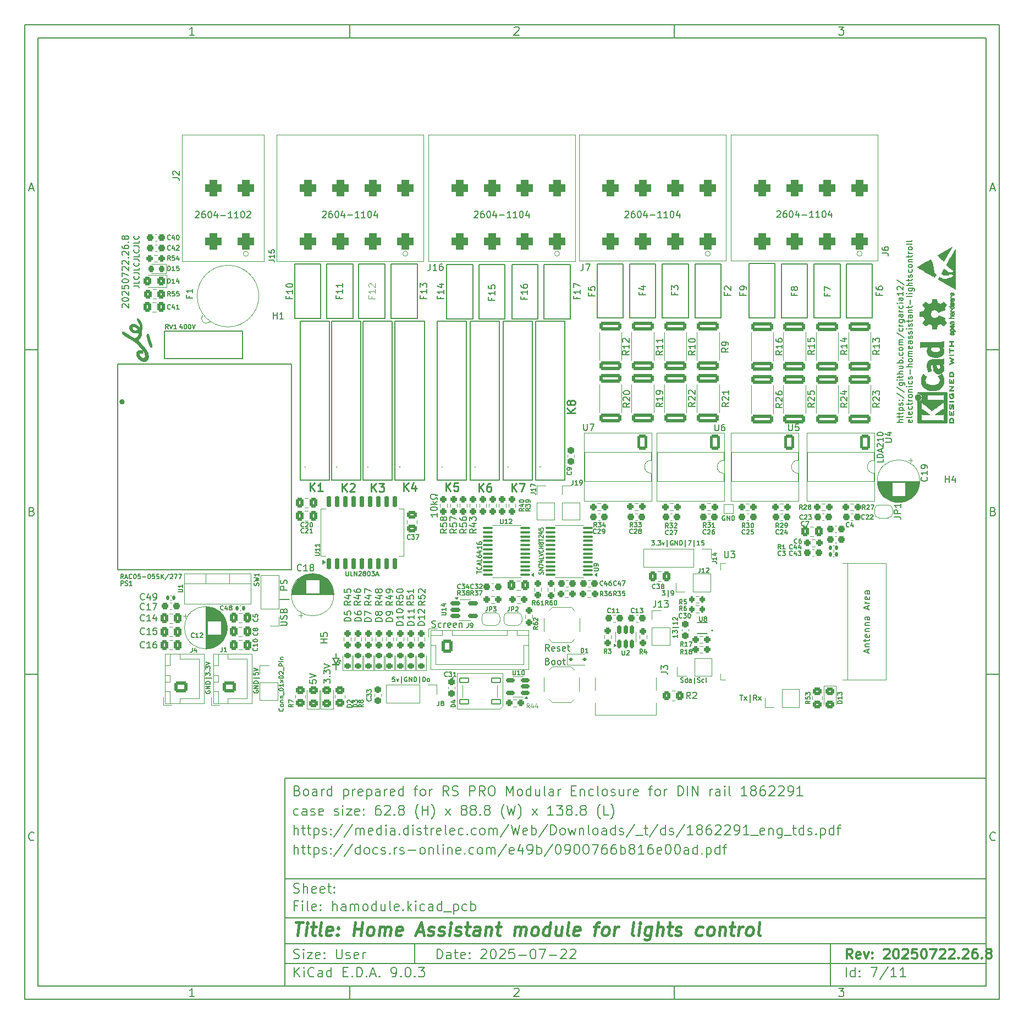
<source format=gto>
%TF.GenerationSoftware,KiCad,Pcbnew,9.0.3*%
%TF.CreationDate,2025-07-28T22:00:09+02:00*%
%TF.ProjectId,hamodule,68616d6f-6475-46c6-952e-6b696361645f,20250722.26.8*%
%TF.SameCoordinates,Original*%
%TF.FileFunction,Legend,Top*%
%TF.FilePolarity,Positive*%
%FSLAX46Y46*%
G04 Gerber Fmt 4.6, Leading zero omitted, Abs format (unit mm)*
G04 Created by KiCad (PCBNEW 9.0.3) date 2025-07-28 22:00:09*
%MOMM*%
%LPD*%
G01*
G04 APERTURE LIST*
G04 Aperture macros list*
%AMRoundRect*
0 Rectangle with rounded corners*
0 $1 Rounding radius*
0 $2 $3 $4 $5 $6 $7 $8 $9 X,Y pos of 4 corners*
0 Add a 4 corners polygon primitive as box body*
4,1,4,$2,$3,$4,$5,$6,$7,$8,$9,$2,$3,0*
0 Add four circle primitives for the rounded corners*
1,1,$1+$1,$2,$3*
1,1,$1+$1,$4,$5*
1,1,$1+$1,$6,$7*
1,1,$1+$1,$8,$9*
0 Add four rect primitives between the rounded corners*
20,1,$1+$1,$2,$3,$4,$5,0*
20,1,$1+$1,$4,$5,$6,$7,0*
20,1,$1+$1,$6,$7,$8,$9,0*
20,1,$1+$1,$8,$9,$2,$3,0*%
%AMFreePoly0*
4,1,23,0.500000,-0.750000,0.000000,-0.750000,0.000000,-0.745722,-0.065263,-0.745722,-0.191342,-0.711940,-0.304381,-0.646677,-0.396677,-0.554381,-0.461940,-0.441342,-0.495722,-0.315263,-0.495722,-0.250000,-0.500000,-0.250000,-0.500000,0.250000,-0.495722,0.250000,-0.495722,0.315263,-0.461940,0.441342,-0.396677,0.554381,-0.304381,0.646677,-0.191342,0.711940,-0.065263,0.745722,0.000000,0.745722,
0.000000,0.750000,0.500000,0.750000,0.500000,-0.750000,0.500000,-0.750000,$1*%
%AMFreePoly1*
4,1,23,0.000000,0.745722,0.065263,0.745722,0.191342,0.711940,0.304381,0.646677,0.396677,0.554381,0.461940,0.441342,0.495722,0.315263,0.495722,0.250000,0.500000,0.250000,0.500000,-0.250000,0.495722,-0.250000,0.495722,-0.315263,0.461940,-0.441342,0.396677,-0.554381,0.304381,-0.646677,0.191342,-0.711940,0.065263,-0.745722,0.000000,-0.745722,0.000000,-0.750000,-0.500000,-0.750000,
-0.500000,0.750000,0.000000,0.750000,0.000000,0.745722,0.000000,0.745722,$1*%
G04 Aperture macros list end*
%ADD10C,0.100000*%
%ADD11C,0.150000*%
%ADD12C,0.300000*%
%ADD13C,0.400000*%
%ADD14C,0.200000*%
%ADD15C,0.254000*%
%ADD16C,0.125000*%
%ADD17C,0.120000*%
%ADD18C,0.010000*%
%ADD19C,0.127000*%
%ADD20C,0.160000*%
%ADD21C,2.000000*%
%ADD22C,1.800000*%
%ADD23C,5.500000*%
%ADD24C,1.700000*%
%ADD25R,1.700000X1.700000*%
%ADD26RoundRect,0.249999X-1.425001X0.450001X-1.425001X-0.450001X1.425001X-0.450001X1.425001X0.450001X0*%
%ADD27RoundRect,0.250000X0.450000X-0.325000X0.450000X0.325000X-0.450000X0.325000X-0.450000X-0.325000X0*%
%ADD28RoundRect,0.250000X0.450000X-0.350000X0.450000X0.350000X-0.450000X0.350000X-0.450000X-0.350000X0*%
%ADD29RoundRect,0.250000X0.750000X-0.600000X0.750000X0.600000X-0.750000X0.600000X-0.750000X-0.600000X0*%
%ADD30O,2.000000X1.700000*%
%ADD31RoundRect,0.250000X0.337500X0.475000X-0.337500X0.475000X-0.337500X-0.475000X0.337500X-0.475000X0*%
%ADD32R,2.500000X2.500000*%
%ADD33C,2.500000*%
%ADD34R,1.905000X2.000000*%
%ADD35O,1.905000X2.000000*%
%ADD36RoundRect,0.625000X0.625000X0.625000X-0.625000X0.625000X-0.625000X-0.625000X0.625000X-0.625000X0*%
%ADD37RoundRect,0.250000X-0.550000X0.950000X-0.550000X-0.950000X0.550000X-0.950000X0.550000X0.950000X0*%
%ADD38O,1.600000X2.400000*%
%ADD39RoundRect,0.237500X-0.250000X-0.237500X0.250000X-0.237500X0.250000X0.237500X-0.250000X0.237500X0*%
%ADD40RoundRect,0.237500X0.300000X0.237500X-0.300000X0.237500X-0.300000X-0.237500X0.300000X-0.237500X0*%
%ADD41R,1.800000X1.100000*%
%ADD42RoundRect,0.237500X-0.300000X-0.237500X0.300000X-0.237500X0.300000X0.237500X-0.300000X0.237500X0*%
%ADD43RoundRect,0.237500X-0.237500X0.300000X-0.237500X-0.300000X0.237500X-0.300000X0.237500X0.300000X0*%
%ADD44RoundRect,0.237500X-0.237500X0.250000X-0.237500X-0.250000X0.237500X-0.250000X0.237500X0.250000X0*%
%ADD45RoundRect,0.150000X0.150000X-0.725000X0.150000X0.725000X-0.150000X0.725000X-0.150000X-0.725000X0*%
%ADD46R,1.600000X1.600000*%
%ADD47C,1.600000*%
%ADD48RoundRect,0.237500X0.237500X-0.250000X0.237500X0.250000X-0.237500X0.250000X-0.237500X-0.250000X0*%
%ADD49RoundRect,0.218750X0.256250X-0.218750X0.256250X0.218750X-0.256250X0.218750X-0.256250X-0.218750X0*%
%ADD50R,2.000000X2.000000*%
%ADD51RoundRect,0.150000X0.512500X0.150000X-0.512500X0.150000X-0.512500X-0.150000X0.512500X-0.150000X0*%
%ADD52RoundRect,0.200000X0.200000X0.275000X-0.200000X0.275000X-0.200000X-0.275000X0.200000X-0.275000X0*%
%ADD53R,0.900000X1.500000*%
%ADD54R,1.500000X0.900000*%
%ADD55R,1.000000X1.000000*%
%ADD56RoundRect,0.100000X0.637500X0.100000X-0.637500X0.100000X-0.637500X-0.100000X0.637500X-0.100000X0*%
%ADD57RoundRect,0.237500X0.237500X-0.300000X0.237500X0.300000X-0.237500X0.300000X-0.237500X-0.300000X0*%
%ADD58RoundRect,0.250000X-0.450000X0.325000X-0.450000X-0.325000X0.450000X-0.325000X0.450000X0.325000X0*%
%ADD59RoundRect,0.112500X-0.187500X-0.112500X0.187500X-0.112500X0.187500X0.112500X-0.187500X0.112500X0*%
%ADD60RoundRect,0.250000X0.350000X0.450000X-0.350000X0.450000X-0.350000X-0.450000X0.350000X-0.450000X0*%
%ADD61RoundRect,0.140000X-0.140000X-0.170000X0.140000X-0.170000X0.140000X0.170000X-0.140000X0.170000X0*%
%ADD62C,0.650000*%
%ADD63R,0.600000X1.450000*%
%ADD64R,0.300000X1.450000*%
%ADD65O,1.000000X2.100000*%
%ADD66O,1.000000X1.600000*%
%ADD67RoundRect,0.162500X-0.617500X-0.162500X0.617500X-0.162500X0.617500X0.162500X-0.617500X0.162500X0*%
%ADD68RoundRect,0.250000X-0.600000X-0.725000X0.600000X-0.725000X0.600000X0.725000X-0.600000X0.725000X0*%
%ADD69O,1.700000X1.950000*%
%ADD70RoundRect,0.250000X0.325000X0.450000X-0.325000X0.450000X-0.325000X-0.450000X0.325000X-0.450000X0*%
%ADD71RoundRect,0.250000X-0.337500X-0.475000X0.337500X-0.475000X0.337500X0.475000X-0.337500X0.475000X0*%
%ADD72FreePoly0,180.000000*%
%ADD73FreePoly1,180.000000*%
%ADD74RoundRect,0.250000X-0.475000X0.337500X-0.475000X-0.337500X0.475000X-0.337500X0.475000X0.337500X0*%
%ADD75RoundRect,0.090000X-0.660000X-0.360000X0.660000X-0.360000X0.660000X0.360000X-0.660000X0.360000X0*%
%ADD76RoundRect,0.140000X0.140000X0.170000X-0.140000X0.170000X-0.140000X-0.170000X0.140000X-0.170000X0*%
%ADD77RoundRect,0.250000X-0.350000X-0.450000X0.350000X-0.450000X0.350000X0.450000X-0.350000X0.450000X0*%
%ADD78R,0.820000X0.304800*%
%ADD79R,0.820000X0.308800*%
%ADD80RoundRect,0.150000X0.150000X-0.512500X0.150000X0.512500X-0.150000X0.512500X-0.150000X-0.512500X0*%
%ADD81RoundRect,0.237500X0.250000X0.237500X-0.250000X0.237500X-0.250000X-0.237500X0.250000X-0.237500X0*%
%ADD82FreePoly0,0.000000*%
%ADD83FreePoly1,0.000000*%
%ADD84RoundRect,0.218750X0.218750X0.256250X-0.218750X0.256250X-0.218750X-0.256250X0.218750X-0.256250X0*%
G04 APERTURE END LIST*
D10*
D11*
X50002000Y-126002000D02*
X158002000Y-126002000D01*
X158002000Y-158002000D01*
X50002000Y-158002000D01*
X50002000Y-126002000D01*
D10*
D11*
X10000000Y-10000000D02*
X160002000Y-10000000D01*
X160002000Y-160002000D01*
X10000000Y-160002000D01*
X10000000Y-10000000D01*
D10*
D11*
X12000000Y-12000000D02*
X158002000Y-12000000D01*
X158002000Y-158002000D01*
X12000000Y-158002000D01*
X12000000Y-12000000D01*
D10*
D11*
X60000000Y-12000000D02*
X60000000Y-10000000D01*
D10*
D11*
X110000000Y-12000000D02*
X110000000Y-10000000D01*
D10*
D11*
X160000000Y-12000000D02*
X160000000Y-10000000D01*
D10*
D11*
X36089160Y-11593604D02*
X35346303Y-11593604D01*
X35717731Y-11593604D02*
X35717731Y-10293604D01*
X35717731Y-10293604D02*
X35593922Y-10479319D01*
X35593922Y-10479319D02*
X35470112Y-10603128D01*
X35470112Y-10603128D02*
X35346303Y-10665033D01*
D10*
D11*
X85346303Y-10417414D02*
X85408207Y-10355509D01*
X85408207Y-10355509D02*
X85532017Y-10293604D01*
X85532017Y-10293604D02*
X85841541Y-10293604D01*
X85841541Y-10293604D02*
X85965350Y-10355509D01*
X85965350Y-10355509D02*
X86027255Y-10417414D01*
X86027255Y-10417414D02*
X86089160Y-10541223D01*
X86089160Y-10541223D02*
X86089160Y-10665033D01*
X86089160Y-10665033D02*
X86027255Y-10850747D01*
X86027255Y-10850747D02*
X85284398Y-11593604D01*
X85284398Y-11593604D02*
X86089160Y-11593604D01*
D10*
D11*
X135284398Y-10293604D02*
X136089160Y-10293604D01*
X136089160Y-10293604D02*
X135655826Y-10788842D01*
X135655826Y-10788842D02*
X135841541Y-10788842D01*
X135841541Y-10788842D02*
X135965350Y-10850747D01*
X135965350Y-10850747D02*
X136027255Y-10912652D01*
X136027255Y-10912652D02*
X136089160Y-11036461D01*
X136089160Y-11036461D02*
X136089160Y-11345985D01*
X136089160Y-11345985D02*
X136027255Y-11469795D01*
X136027255Y-11469795D02*
X135965350Y-11531700D01*
X135965350Y-11531700D02*
X135841541Y-11593604D01*
X135841541Y-11593604D02*
X135470112Y-11593604D01*
X135470112Y-11593604D02*
X135346303Y-11531700D01*
X135346303Y-11531700D02*
X135284398Y-11469795D01*
D10*
D11*
X60000000Y-158002000D02*
X60000000Y-160002000D01*
D10*
D11*
X110000000Y-158002000D02*
X110000000Y-160002000D01*
D10*
D11*
X160000000Y-158002000D02*
X160000000Y-160002000D01*
D10*
D11*
X36089160Y-159595604D02*
X35346303Y-159595604D01*
X35717731Y-159595604D02*
X35717731Y-158295604D01*
X35717731Y-158295604D02*
X35593922Y-158481319D01*
X35593922Y-158481319D02*
X35470112Y-158605128D01*
X35470112Y-158605128D02*
X35346303Y-158667033D01*
D10*
D11*
X85346303Y-158419414D02*
X85408207Y-158357509D01*
X85408207Y-158357509D02*
X85532017Y-158295604D01*
X85532017Y-158295604D02*
X85841541Y-158295604D01*
X85841541Y-158295604D02*
X85965350Y-158357509D01*
X85965350Y-158357509D02*
X86027255Y-158419414D01*
X86027255Y-158419414D02*
X86089160Y-158543223D01*
X86089160Y-158543223D02*
X86089160Y-158667033D01*
X86089160Y-158667033D02*
X86027255Y-158852747D01*
X86027255Y-158852747D02*
X85284398Y-159595604D01*
X85284398Y-159595604D02*
X86089160Y-159595604D01*
D10*
D11*
X135284398Y-158295604D02*
X136089160Y-158295604D01*
X136089160Y-158295604D02*
X135655826Y-158790842D01*
X135655826Y-158790842D02*
X135841541Y-158790842D01*
X135841541Y-158790842D02*
X135965350Y-158852747D01*
X135965350Y-158852747D02*
X136027255Y-158914652D01*
X136027255Y-158914652D02*
X136089160Y-159038461D01*
X136089160Y-159038461D02*
X136089160Y-159347985D01*
X136089160Y-159347985D02*
X136027255Y-159471795D01*
X136027255Y-159471795D02*
X135965350Y-159533700D01*
X135965350Y-159533700D02*
X135841541Y-159595604D01*
X135841541Y-159595604D02*
X135470112Y-159595604D01*
X135470112Y-159595604D02*
X135346303Y-159533700D01*
X135346303Y-159533700D02*
X135284398Y-159471795D01*
D10*
D11*
X10000000Y-60000000D02*
X12000000Y-60000000D01*
D10*
D11*
X10000000Y-110000000D02*
X12000000Y-110000000D01*
D10*
D11*
X10000000Y-160000000D02*
X12000000Y-160000000D01*
D10*
D11*
X10690476Y-35222176D02*
X11309523Y-35222176D01*
X10566666Y-35593604D02*
X10999999Y-34293604D01*
X10999999Y-34293604D02*
X11433333Y-35593604D01*
D10*
D11*
X11092857Y-84912652D02*
X11278571Y-84974557D01*
X11278571Y-84974557D02*
X11340476Y-85036461D01*
X11340476Y-85036461D02*
X11402380Y-85160271D01*
X11402380Y-85160271D02*
X11402380Y-85345985D01*
X11402380Y-85345985D02*
X11340476Y-85469795D01*
X11340476Y-85469795D02*
X11278571Y-85531700D01*
X11278571Y-85531700D02*
X11154761Y-85593604D01*
X11154761Y-85593604D02*
X10659523Y-85593604D01*
X10659523Y-85593604D02*
X10659523Y-84293604D01*
X10659523Y-84293604D02*
X11092857Y-84293604D01*
X11092857Y-84293604D02*
X11216666Y-84355509D01*
X11216666Y-84355509D02*
X11278571Y-84417414D01*
X11278571Y-84417414D02*
X11340476Y-84541223D01*
X11340476Y-84541223D02*
X11340476Y-84665033D01*
X11340476Y-84665033D02*
X11278571Y-84788842D01*
X11278571Y-84788842D02*
X11216666Y-84850747D01*
X11216666Y-84850747D02*
X11092857Y-84912652D01*
X11092857Y-84912652D02*
X10659523Y-84912652D01*
D10*
D11*
X11402380Y-135469795D02*
X11340476Y-135531700D01*
X11340476Y-135531700D02*
X11154761Y-135593604D01*
X11154761Y-135593604D02*
X11030952Y-135593604D01*
X11030952Y-135593604D02*
X10845238Y-135531700D01*
X10845238Y-135531700D02*
X10721428Y-135407890D01*
X10721428Y-135407890D02*
X10659523Y-135284080D01*
X10659523Y-135284080D02*
X10597619Y-135036461D01*
X10597619Y-135036461D02*
X10597619Y-134850747D01*
X10597619Y-134850747D02*
X10659523Y-134603128D01*
X10659523Y-134603128D02*
X10721428Y-134479319D01*
X10721428Y-134479319D02*
X10845238Y-134355509D01*
X10845238Y-134355509D02*
X11030952Y-134293604D01*
X11030952Y-134293604D02*
X11154761Y-134293604D01*
X11154761Y-134293604D02*
X11340476Y-134355509D01*
X11340476Y-134355509D02*
X11402380Y-134417414D01*
D10*
D11*
X160002000Y-60000000D02*
X158002000Y-60000000D01*
D10*
D11*
X160002000Y-110000000D02*
X158002000Y-110000000D01*
D10*
D11*
X160002000Y-160000000D02*
X158002000Y-160000000D01*
D10*
D11*
X158692476Y-35222176D02*
X159311523Y-35222176D01*
X158568666Y-35593604D02*
X159001999Y-34293604D01*
X159001999Y-34293604D02*
X159435333Y-35593604D01*
D10*
D11*
X159094857Y-84912652D02*
X159280571Y-84974557D01*
X159280571Y-84974557D02*
X159342476Y-85036461D01*
X159342476Y-85036461D02*
X159404380Y-85160271D01*
X159404380Y-85160271D02*
X159404380Y-85345985D01*
X159404380Y-85345985D02*
X159342476Y-85469795D01*
X159342476Y-85469795D02*
X159280571Y-85531700D01*
X159280571Y-85531700D02*
X159156761Y-85593604D01*
X159156761Y-85593604D02*
X158661523Y-85593604D01*
X158661523Y-85593604D02*
X158661523Y-84293604D01*
X158661523Y-84293604D02*
X159094857Y-84293604D01*
X159094857Y-84293604D02*
X159218666Y-84355509D01*
X159218666Y-84355509D02*
X159280571Y-84417414D01*
X159280571Y-84417414D02*
X159342476Y-84541223D01*
X159342476Y-84541223D02*
X159342476Y-84665033D01*
X159342476Y-84665033D02*
X159280571Y-84788842D01*
X159280571Y-84788842D02*
X159218666Y-84850747D01*
X159218666Y-84850747D02*
X159094857Y-84912652D01*
X159094857Y-84912652D02*
X158661523Y-84912652D01*
D10*
D11*
X159404380Y-135469795D02*
X159342476Y-135531700D01*
X159342476Y-135531700D02*
X159156761Y-135593604D01*
X159156761Y-135593604D02*
X159032952Y-135593604D01*
X159032952Y-135593604D02*
X158847238Y-135531700D01*
X158847238Y-135531700D02*
X158723428Y-135407890D01*
X158723428Y-135407890D02*
X158661523Y-135284080D01*
X158661523Y-135284080D02*
X158599619Y-135036461D01*
X158599619Y-135036461D02*
X158599619Y-134850747D01*
X158599619Y-134850747D02*
X158661523Y-134603128D01*
X158661523Y-134603128D02*
X158723428Y-134479319D01*
X158723428Y-134479319D02*
X158847238Y-134355509D01*
X158847238Y-134355509D02*
X159032952Y-134293604D01*
X159032952Y-134293604D02*
X159156761Y-134293604D01*
X159156761Y-134293604D02*
X159342476Y-134355509D01*
X159342476Y-134355509D02*
X159404380Y-134417414D01*
D10*
D11*
X73457826Y-153788128D02*
X73457826Y-152288128D01*
X73457826Y-152288128D02*
X73814969Y-152288128D01*
X73814969Y-152288128D02*
X74029255Y-152359557D01*
X74029255Y-152359557D02*
X74172112Y-152502414D01*
X74172112Y-152502414D02*
X74243541Y-152645271D01*
X74243541Y-152645271D02*
X74314969Y-152930985D01*
X74314969Y-152930985D02*
X74314969Y-153145271D01*
X74314969Y-153145271D02*
X74243541Y-153430985D01*
X74243541Y-153430985D02*
X74172112Y-153573842D01*
X74172112Y-153573842D02*
X74029255Y-153716700D01*
X74029255Y-153716700D02*
X73814969Y-153788128D01*
X73814969Y-153788128D02*
X73457826Y-153788128D01*
X75600684Y-153788128D02*
X75600684Y-153002414D01*
X75600684Y-153002414D02*
X75529255Y-152859557D01*
X75529255Y-152859557D02*
X75386398Y-152788128D01*
X75386398Y-152788128D02*
X75100684Y-152788128D01*
X75100684Y-152788128D02*
X74957826Y-152859557D01*
X75600684Y-153716700D02*
X75457826Y-153788128D01*
X75457826Y-153788128D02*
X75100684Y-153788128D01*
X75100684Y-153788128D02*
X74957826Y-153716700D01*
X74957826Y-153716700D02*
X74886398Y-153573842D01*
X74886398Y-153573842D02*
X74886398Y-153430985D01*
X74886398Y-153430985D02*
X74957826Y-153288128D01*
X74957826Y-153288128D02*
X75100684Y-153216700D01*
X75100684Y-153216700D02*
X75457826Y-153216700D01*
X75457826Y-153216700D02*
X75600684Y-153145271D01*
X76100684Y-152788128D02*
X76672112Y-152788128D01*
X76314969Y-152288128D02*
X76314969Y-153573842D01*
X76314969Y-153573842D02*
X76386398Y-153716700D01*
X76386398Y-153716700D02*
X76529255Y-153788128D01*
X76529255Y-153788128D02*
X76672112Y-153788128D01*
X77743541Y-153716700D02*
X77600684Y-153788128D01*
X77600684Y-153788128D02*
X77314970Y-153788128D01*
X77314970Y-153788128D02*
X77172112Y-153716700D01*
X77172112Y-153716700D02*
X77100684Y-153573842D01*
X77100684Y-153573842D02*
X77100684Y-153002414D01*
X77100684Y-153002414D02*
X77172112Y-152859557D01*
X77172112Y-152859557D02*
X77314970Y-152788128D01*
X77314970Y-152788128D02*
X77600684Y-152788128D01*
X77600684Y-152788128D02*
X77743541Y-152859557D01*
X77743541Y-152859557D02*
X77814970Y-153002414D01*
X77814970Y-153002414D02*
X77814970Y-153145271D01*
X77814970Y-153145271D02*
X77100684Y-153288128D01*
X78457826Y-153645271D02*
X78529255Y-153716700D01*
X78529255Y-153716700D02*
X78457826Y-153788128D01*
X78457826Y-153788128D02*
X78386398Y-153716700D01*
X78386398Y-153716700D02*
X78457826Y-153645271D01*
X78457826Y-153645271D02*
X78457826Y-153788128D01*
X78457826Y-152859557D02*
X78529255Y-152930985D01*
X78529255Y-152930985D02*
X78457826Y-153002414D01*
X78457826Y-153002414D02*
X78386398Y-152930985D01*
X78386398Y-152930985D02*
X78457826Y-152859557D01*
X78457826Y-152859557D02*
X78457826Y-153002414D01*
X80243541Y-152430985D02*
X80314969Y-152359557D01*
X80314969Y-152359557D02*
X80457827Y-152288128D01*
X80457827Y-152288128D02*
X80814969Y-152288128D01*
X80814969Y-152288128D02*
X80957827Y-152359557D01*
X80957827Y-152359557D02*
X81029255Y-152430985D01*
X81029255Y-152430985D02*
X81100684Y-152573842D01*
X81100684Y-152573842D02*
X81100684Y-152716700D01*
X81100684Y-152716700D02*
X81029255Y-152930985D01*
X81029255Y-152930985D02*
X80172112Y-153788128D01*
X80172112Y-153788128D02*
X81100684Y-153788128D01*
X82029255Y-152288128D02*
X82172112Y-152288128D01*
X82172112Y-152288128D02*
X82314969Y-152359557D01*
X82314969Y-152359557D02*
X82386398Y-152430985D01*
X82386398Y-152430985D02*
X82457826Y-152573842D01*
X82457826Y-152573842D02*
X82529255Y-152859557D01*
X82529255Y-152859557D02*
X82529255Y-153216700D01*
X82529255Y-153216700D02*
X82457826Y-153502414D01*
X82457826Y-153502414D02*
X82386398Y-153645271D01*
X82386398Y-153645271D02*
X82314969Y-153716700D01*
X82314969Y-153716700D02*
X82172112Y-153788128D01*
X82172112Y-153788128D02*
X82029255Y-153788128D01*
X82029255Y-153788128D02*
X81886398Y-153716700D01*
X81886398Y-153716700D02*
X81814969Y-153645271D01*
X81814969Y-153645271D02*
X81743540Y-153502414D01*
X81743540Y-153502414D02*
X81672112Y-153216700D01*
X81672112Y-153216700D02*
X81672112Y-152859557D01*
X81672112Y-152859557D02*
X81743540Y-152573842D01*
X81743540Y-152573842D02*
X81814969Y-152430985D01*
X81814969Y-152430985D02*
X81886398Y-152359557D01*
X81886398Y-152359557D02*
X82029255Y-152288128D01*
X83100683Y-152430985D02*
X83172111Y-152359557D01*
X83172111Y-152359557D02*
X83314969Y-152288128D01*
X83314969Y-152288128D02*
X83672111Y-152288128D01*
X83672111Y-152288128D02*
X83814969Y-152359557D01*
X83814969Y-152359557D02*
X83886397Y-152430985D01*
X83886397Y-152430985D02*
X83957826Y-152573842D01*
X83957826Y-152573842D02*
X83957826Y-152716700D01*
X83957826Y-152716700D02*
X83886397Y-152930985D01*
X83886397Y-152930985D02*
X83029254Y-153788128D01*
X83029254Y-153788128D02*
X83957826Y-153788128D01*
X85314968Y-152288128D02*
X84600682Y-152288128D01*
X84600682Y-152288128D02*
X84529254Y-153002414D01*
X84529254Y-153002414D02*
X84600682Y-152930985D01*
X84600682Y-152930985D02*
X84743540Y-152859557D01*
X84743540Y-152859557D02*
X85100682Y-152859557D01*
X85100682Y-152859557D02*
X85243540Y-152930985D01*
X85243540Y-152930985D02*
X85314968Y-153002414D01*
X85314968Y-153002414D02*
X85386397Y-153145271D01*
X85386397Y-153145271D02*
X85386397Y-153502414D01*
X85386397Y-153502414D02*
X85314968Y-153645271D01*
X85314968Y-153645271D02*
X85243540Y-153716700D01*
X85243540Y-153716700D02*
X85100682Y-153788128D01*
X85100682Y-153788128D02*
X84743540Y-153788128D01*
X84743540Y-153788128D02*
X84600682Y-153716700D01*
X84600682Y-153716700D02*
X84529254Y-153645271D01*
X86029253Y-153216700D02*
X87172111Y-153216700D01*
X88172111Y-152288128D02*
X88314968Y-152288128D01*
X88314968Y-152288128D02*
X88457825Y-152359557D01*
X88457825Y-152359557D02*
X88529254Y-152430985D01*
X88529254Y-152430985D02*
X88600682Y-152573842D01*
X88600682Y-152573842D02*
X88672111Y-152859557D01*
X88672111Y-152859557D02*
X88672111Y-153216700D01*
X88672111Y-153216700D02*
X88600682Y-153502414D01*
X88600682Y-153502414D02*
X88529254Y-153645271D01*
X88529254Y-153645271D02*
X88457825Y-153716700D01*
X88457825Y-153716700D02*
X88314968Y-153788128D01*
X88314968Y-153788128D02*
X88172111Y-153788128D01*
X88172111Y-153788128D02*
X88029254Y-153716700D01*
X88029254Y-153716700D02*
X87957825Y-153645271D01*
X87957825Y-153645271D02*
X87886396Y-153502414D01*
X87886396Y-153502414D02*
X87814968Y-153216700D01*
X87814968Y-153216700D02*
X87814968Y-152859557D01*
X87814968Y-152859557D02*
X87886396Y-152573842D01*
X87886396Y-152573842D02*
X87957825Y-152430985D01*
X87957825Y-152430985D02*
X88029254Y-152359557D01*
X88029254Y-152359557D02*
X88172111Y-152288128D01*
X89172110Y-152288128D02*
X90172110Y-152288128D01*
X90172110Y-152288128D02*
X89529253Y-153788128D01*
X90743538Y-153216700D02*
X91886396Y-153216700D01*
X92529253Y-152430985D02*
X92600681Y-152359557D01*
X92600681Y-152359557D02*
X92743539Y-152288128D01*
X92743539Y-152288128D02*
X93100681Y-152288128D01*
X93100681Y-152288128D02*
X93243539Y-152359557D01*
X93243539Y-152359557D02*
X93314967Y-152430985D01*
X93314967Y-152430985D02*
X93386396Y-152573842D01*
X93386396Y-152573842D02*
X93386396Y-152716700D01*
X93386396Y-152716700D02*
X93314967Y-152930985D01*
X93314967Y-152930985D02*
X92457824Y-153788128D01*
X92457824Y-153788128D02*
X93386396Y-153788128D01*
X93957824Y-152430985D02*
X94029252Y-152359557D01*
X94029252Y-152359557D02*
X94172110Y-152288128D01*
X94172110Y-152288128D02*
X94529252Y-152288128D01*
X94529252Y-152288128D02*
X94672110Y-152359557D01*
X94672110Y-152359557D02*
X94743538Y-152430985D01*
X94743538Y-152430985D02*
X94814967Y-152573842D01*
X94814967Y-152573842D02*
X94814967Y-152716700D01*
X94814967Y-152716700D02*
X94743538Y-152930985D01*
X94743538Y-152930985D02*
X93886395Y-153788128D01*
X93886395Y-153788128D02*
X94814967Y-153788128D01*
D10*
D11*
X50002000Y-154502000D02*
X158002000Y-154502000D01*
D10*
D11*
X51457826Y-156588128D02*
X51457826Y-155088128D01*
X52314969Y-156588128D02*
X51672112Y-155730985D01*
X52314969Y-155088128D02*
X51457826Y-155945271D01*
X52957826Y-156588128D02*
X52957826Y-155588128D01*
X52957826Y-155088128D02*
X52886398Y-155159557D01*
X52886398Y-155159557D02*
X52957826Y-155230985D01*
X52957826Y-155230985D02*
X53029255Y-155159557D01*
X53029255Y-155159557D02*
X52957826Y-155088128D01*
X52957826Y-155088128D02*
X52957826Y-155230985D01*
X54529255Y-156445271D02*
X54457827Y-156516700D01*
X54457827Y-156516700D02*
X54243541Y-156588128D01*
X54243541Y-156588128D02*
X54100684Y-156588128D01*
X54100684Y-156588128D02*
X53886398Y-156516700D01*
X53886398Y-156516700D02*
X53743541Y-156373842D01*
X53743541Y-156373842D02*
X53672112Y-156230985D01*
X53672112Y-156230985D02*
X53600684Y-155945271D01*
X53600684Y-155945271D02*
X53600684Y-155730985D01*
X53600684Y-155730985D02*
X53672112Y-155445271D01*
X53672112Y-155445271D02*
X53743541Y-155302414D01*
X53743541Y-155302414D02*
X53886398Y-155159557D01*
X53886398Y-155159557D02*
X54100684Y-155088128D01*
X54100684Y-155088128D02*
X54243541Y-155088128D01*
X54243541Y-155088128D02*
X54457827Y-155159557D01*
X54457827Y-155159557D02*
X54529255Y-155230985D01*
X55814970Y-156588128D02*
X55814970Y-155802414D01*
X55814970Y-155802414D02*
X55743541Y-155659557D01*
X55743541Y-155659557D02*
X55600684Y-155588128D01*
X55600684Y-155588128D02*
X55314970Y-155588128D01*
X55314970Y-155588128D02*
X55172112Y-155659557D01*
X55814970Y-156516700D02*
X55672112Y-156588128D01*
X55672112Y-156588128D02*
X55314970Y-156588128D01*
X55314970Y-156588128D02*
X55172112Y-156516700D01*
X55172112Y-156516700D02*
X55100684Y-156373842D01*
X55100684Y-156373842D02*
X55100684Y-156230985D01*
X55100684Y-156230985D02*
X55172112Y-156088128D01*
X55172112Y-156088128D02*
X55314970Y-156016700D01*
X55314970Y-156016700D02*
X55672112Y-156016700D01*
X55672112Y-156016700D02*
X55814970Y-155945271D01*
X57172113Y-156588128D02*
X57172113Y-155088128D01*
X57172113Y-156516700D02*
X57029255Y-156588128D01*
X57029255Y-156588128D02*
X56743541Y-156588128D01*
X56743541Y-156588128D02*
X56600684Y-156516700D01*
X56600684Y-156516700D02*
X56529255Y-156445271D01*
X56529255Y-156445271D02*
X56457827Y-156302414D01*
X56457827Y-156302414D02*
X56457827Y-155873842D01*
X56457827Y-155873842D02*
X56529255Y-155730985D01*
X56529255Y-155730985D02*
X56600684Y-155659557D01*
X56600684Y-155659557D02*
X56743541Y-155588128D01*
X56743541Y-155588128D02*
X57029255Y-155588128D01*
X57029255Y-155588128D02*
X57172113Y-155659557D01*
X59029255Y-155802414D02*
X59529255Y-155802414D01*
X59743541Y-156588128D02*
X59029255Y-156588128D01*
X59029255Y-156588128D02*
X59029255Y-155088128D01*
X59029255Y-155088128D02*
X59743541Y-155088128D01*
X60386398Y-156445271D02*
X60457827Y-156516700D01*
X60457827Y-156516700D02*
X60386398Y-156588128D01*
X60386398Y-156588128D02*
X60314970Y-156516700D01*
X60314970Y-156516700D02*
X60386398Y-156445271D01*
X60386398Y-156445271D02*
X60386398Y-156588128D01*
X61100684Y-156588128D02*
X61100684Y-155088128D01*
X61100684Y-155088128D02*
X61457827Y-155088128D01*
X61457827Y-155088128D02*
X61672113Y-155159557D01*
X61672113Y-155159557D02*
X61814970Y-155302414D01*
X61814970Y-155302414D02*
X61886399Y-155445271D01*
X61886399Y-155445271D02*
X61957827Y-155730985D01*
X61957827Y-155730985D02*
X61957827Y-155945271D01*
X61957827Y-155945271D02*
X61886399Y-156230985D01*
X61886399Y-156230985D02*
X61814970Y-156373842D01*
X61814970Y-156373842D02*
X61672113Y-156516700D01*
X61672113Y-156516700D02*
X61457827Y-156588128D01*
X61457827Y-156588128D02*
X61100684Y-156588128D01*
X62600684Y-156445271D02*
X62672113Y-156516700D01*
X62672113Y-156516700D02*
X62600684Y-156588128D01*
X62600684Y-156588128D02*
X62529256Y-156516700D01*
X62529256Y-156516700D02*
X62600684Y-156445271D01*
X62600684Y-156445271D02*
X62600684Y-156588128D01*
X63243542Y-156159557D02*
X63957828Y-156159557D01*
X63100685Y-156588128D02*
X63600685Y-155088128D01*
X63600685Y-155088128D02*
X64100685Y-156588128D01*
X64600684Y-156445271D02*
X64672113Y-156516700D01*
X64672113Y-156516700D02*
X64600684Y-156588128D01*
X64600684Y-156588128D02*
X64529256Y-156516700D01*
X64529256Y-156516700D02*
X64600684Y-156445271D01*
X64600684Y-156445271D02*
X64600684Y-156588128D01*
X66529256Y-156588128D02*
X66814970Y-156588128D01*
X66814970Y-156588128D02*
X66957827Y-156516700D01*
X66957827Y-156516700D02*
X67029256Y-156445271D01*
X67029256Y-156445271D02*
X67172113Y-156230985D01*
X67172113Y-156230985D02*
X67243542Y-155945271D01*
X67243542Y-155945271D02*
X67243542Y-155373842D01*
X67243542Y-155373842D02*
X67172113Y-155230985D01*
X67172113Y-155230985D02*
X67100685Y-155159557D01*
X67100685Y-155159557D02*
X66957827Y-155088128D01*
X66957827Y-155088128D02*
X66672113Y-155088128D01*
X66672113Y-155088128D02*
X66529256Y-155159557D01*
X66529256Y-155159557D02*
X66457827Y-155230985D01*
X66457827Y-155230985D02*
X66386399Y-155373842D01*
X66386399Y-155373842D02*
X66386399Y-155730985D01*
X66386399Y-155730985D02*
X66457827Y-155873842D01*
X66457827Y-155873842D02*
X66529256Y-155945271D01*
X66529256Y-155945271D02*
X66672113Y-156016700D01*
X66672113Y-156016700D02*
X66957827Y-156016700D01*
X66957827Y-156016700D02*
X67100685Y-155945271D01*
X67100685Y-155945271D02*
X67172113Y-155873842D01*
X67172113Y-155873842D02*
X67243542Y-155730985D01*
X67886398Y-156445271D02*
X67957827Y-156516700D01*
X67957827Y-156516700D02*
X67886398Y-156588128D01*
X67886398Y-156588128D02*
X67814970Y-156516700D01*
X67814970Y-156516700D02*
X67886398Y-156445271D01*
X67886398Y-156445271D02*
X67886398Y-156588128D01*
X68886399Y-155088128D02*
X69029256Y-155088128D01*
X69029256Y-155088128D02*
X69172113Y-155159557D01*
X69172113Y-155159557D02*
X69243542Y-155230985D01*
X69243542Y-155230985D02*
X69314970Y-155373842D01*
X69314970Y-155373842D02*
X69386399Y-155659557D01*
X69386399Y-155659557D02*
X69386399Y-156016700D01*
X69386399Y-156016700D02*
X69314970Y-156302414D01*
X69314970Y-156302414D02*
X69243542Y-156445271D01*
X69243542Y-156445271D02*
X69172113Y-156516700D01*
X69172113Y-156516700D02*
X69029256Y-156588128D01*
X69029256Y-156588128D02*
X68886399Y-156588128D01*
X68886399Y-156588128D02*
X68743542Y-156516700D01*
X68743542Y-156516700D02*
X68672113Y-156445271D01*
X68672113Y-156445271D02*
X68600684Y-156302414D01*
X68600684Y-156302414D02*
X68529256Y-156016700D01*
X68529256Y-156016700D02*
X68529256Y-155659557D01*
X68529256Y-155659557D02*
X68600684Y-155373842D01*
X68600684Y-155373842D02*
X68672113Y-155230985D01*
X68672113Y-155230985D02*
X68743542Y-155159557D01*
X68743542Y-155159557D02*
X68886399Y-155088128D01*
X70029255Y-156445271D02*
X70100684Y-156516700D01*
X70100684Y-156516700D02*
X70029255Y-156588128D01*
X70029255Y-156588128D02*
X69957827Y-156516700D01*
X69957827Y-156516700D02*
X70029255Y-156445271D01*
X70029255Y-156445271D02*
X70029255Y-156588128D01*
X70600684Y-155088128D02*
X71529256Y-155088128D01*
X71529256Y-155088128D02*
X71029256Y-155659557D01*
X71029256Y-155659557D02*
X71243541Y-155659557D01*
X71243541Y-155659557D02*
X71386399Y-155730985D01*
X71386399Y-155730985D02*
X71457827Y-155802414D01*
X71457827Y-155802414D02*
X71529256Y-155945271D01*
X71529256Y-155945271D02*
X71529256Y-156302414D01*
X71529256Y-156302414D02*
X71457827Y-156445271D01*
X71457827Y-156445271D02*
X71386399Y-156516700D01*
X71386399Y-156516700D02*
X71243541Y-156588128D01*
X71243541Y-156588128D02*
X70814970Y-156588128D01*
X70814970Y-156588128D02*
X70672113Y-156516700D01*
X70672113Y-156516700D02*
X70600684Y-156445271D01*
D10*
D11*
X50002000Y-151502000D02*
X158002000Y-151502000D01*
D10*
D12*
X137413653Y-153780328D02*
X136913653Y-153066042D01*
X136556510Y-153780328D02*
X136556510Y-152280328D01*
X136556510Y-152280328D02*
X137127939Y-152280328D01*
X137127939Y-152280328D02*
X137270796Y-152351757D01*
X137270796Y-152351757D02*
X137342225Y-152423185D01*
X137342225Y-152423185D02*
X137413653Y-152566042D01*
X137413653Y-152566042D02*
X137413653Y-152780328D01*
X137413653Y-152780328D02*
X137342225Y-152923185D01*
X137342225Y-152923185D02*
X137270796Y-152994614D01*
X137270796Y-152994614D02*
X137127939Y-153066042D01*
X137127939Y-153066042D02*
X136556510Y-153066042D01*
X138627939Y-153708900D02*
X138485082Y-153780328D01*
X138485082Y-153780328D02*
X138199368Y-153780328D01*
X138199368Y-153780328D02*
X138056510Y-153708900D01*
X138056510Y-153708900D02*
X137985082Y-153566042D01*
X137985082Y-153566042D02*
X137985082Y-152994614D01*
X137985082Y-152994614D02*
X138056510Y-152851757D01*
X138056510Y-152851757D02*
X138199368Y-152780328D01*
X138199368Y-152780328D02*
X138485082Y-152780328D01*
X138485082Y-152780328D02*
X138627939Y-152851757D01*
X138627939Y-152851757D02*
X138699368Y-152994614D01*
X138699368Y-152994614D02*
X138699368Y-153137471D01*
X138699368Y-153137471D02*
X137985082Y-153280328D01*
X139199367Y-152780328D02*
X139556510Y-153780328D01*
X139556510Y-153780328D02*
X139913653Y-152780328D01*
X140485081Y-153637471D02*
X140556510Y-153708900D01*
X140556510Y-153708900D02*
X140485081Y-153780328D01*
X140485081Y-153780328D02*
X140413653Y-153708900D01*
X140413653Y-153708900D02*
X140485081Y-153637471D01*
X140485081Y-153637471D02*
X140485081Y-153780328D01*
X140485081Y-152851757D02*
X140556510Y-152923185D01*
X140556510Y-152923185D02*
X140485081Y-152994614D01*
X140485081Y-152994614D02*
X140413653Y-152923185D01*
X140413653Y-152923185D02*
X140485081Y-152851757D01*
X140485081Y-152851757D02*
X140485081Y-152994614D01*
X142270796Y-152423185D02*
X142342224Y-152351757D01*
X142342224Y-152351757D02*
X142485082Y-152280328D01*
X142485082Y-152280328D02*
X142842224Y-152280328D01*
X142842224Y-152280328D02*
X142985082Y-152351757D01*
X142985082Y-152351757D02*
X143056510Y-152423185D01*
X143056510Y-152423185D02*
X143127939Y-152566042D01*
X143127939Y-152566042D02*
X143127939Y-152708900D01*
X143127939Y-152708900D02*
X143056510Y-152923185D01*
X143056510Y-152923185D02*
X142199367Y-153780328D01*
X142199367Y-153780328D02*
X143127939Y-153780328D01*
X144056510Y-152280328D02*
X144199367Y-152280328D01*
X144199367Y-152280328D02*
X144342224Y-152351757D01*
X144342224Y-152351757D02*
X144413653Y-152423185D01*
X144413653Y-152423185D02*
X144485081Y-152566042D01*
X144485081Y-152566042D02*
X144556510Y-152851757D01*
X144556510Y-152851757D02*
X144556510Y-153208900D01*
X144556510Y-153208900D02*
X144485081Y-153494614D01*
X144485081Y-153494614D02*
X144413653Y-153637471D01*
X144413653Y-153637471D02*
X144342224Y-153708900D01*
X144342224Y-153708900D02*
X144199367Y-153780328D01*
X144199367Y-153780328D02*
X144056510Y-153780328D01*
X144056510Y-153780328D02*
X143913653Y-153708900D01*
X143913653Y-153708900D02*
X143842224Y-153637471D01*
X143842224Y-153637471D02*
X143770795Y-153494614D01*
X143770795Y-153494614D02*
X143699367Y-153208900D01*
X143699367Y-153208900D02*
X143699367Y-152851757D01*
X143699367Y-152851757D02*
X143770795Y-152566042D01*
X143770795Y-152566042D02*
X143842224Y-152423185D01*
X143842224Y-152423185D02*
X143913653Y-152351757D01*
X143913653Y-152351757D02*
X144056510Y-152280328D01*
X145127938Y-152423185D02*
X145199366Y-152351757D01*
X145199366Y-152351757D02*
X145342224Y-152280328D01*
X145342224Y-152280328D02*
X145699366Y-152280328D01*
X145699366Y-152280328D02*
X145842224Y-152351757D01*
X145842224Y-152351757D02*
X145913652Y-152423185D01*
X145913652Y-152423185D02*
X145985081Y-152566042D01*
X145985081Y-152566042D02*
X145985081Y-152708900D01*
X145985081Y-152708900D02*
X145913652Y-152923185D01*
X145913652Y-152923185D02*
X145056509Y-153780328D01*
X145056509Y-153780328D02*
X145985081Y-153780328D01*
X147342223Y-152280328D02*
X146627937Y-152280328D01*
X146627937Y-152280328D02*
X146556509Y-152994614D01*
X146556509Y-152994614D02*
X146627937Y-152923185D01*
X146627937Y-152923185D02*
X146770795Y-152851757D01*
X146770795Y-152851757D02*
X147127937Y-152851757D01*
X147127937Y-152851757D02*
X147270795Y-152923185D01*
X147270795Y-152923185D02*
X147342223Y-152994614D01*
X147342223Y-152994614D02*
X147413652Y-153137471D01*
X147413652Y-153137471D02*
X147413652Y-153494614D01*
X147413652Y-153494614D02*
X147342223Y-153637471D01*
X147342223Y-153637471D02*
X147270795Y-153708900D01*
X147270795Y-153708900D02*
X147127937Y-153780328D01*
X147127937Y-153780328D02*
X146770795Y-153780328D01*
X146770795Y-153780328D02*
X146627937Y-153708900D01*
X146627937Y-153708900D02*
X146556509Y-153637471D01*
X148342223Y-152280328D02*
X148485080Y-152280328D01*
X148485080Y-152280328D02*
X148627937Y-152351757D01*
X148627937Y-152351757D02*
X148699366Y-152423185D01*
X148699366Y-152423185D02*
X148770794Y-152566042D01*
X148770794Y-152566042D02*
X148842223Y-152851757D01*
X148842223Y-152851757D02*
X148842223Y-153208900D01*
X148842223Y-153208900D02*
X148770794Y-153494614D01*
X148770794Y-153494614D02*
X148699366Y-153637471D01*
X148699366Y-153637471D02*
X148627937Y-153708900D01*
X148627937Y-153708900D02*
X148485080Y-153780328D01*
X148485080Y-153780328D02*
X148342223Y-153780328D01*
X148342223Y-153780328D02*
X148199366Y-153708900D01*
X148199366Y-153708900D02*
X148127937Y-153637471D01*
X148127937Y-153637471D02*
X148056508Y-153494614D01*
X148056508Y-153494614D02*
X147985080Y-153208900D01*
X147985080Y-153208900D02*
X147985080Y-152851757D01*
X147985080Y-152851757D02*
X148056508Y-152566042D01*
X148056508Y-152566042D02*
X148127937Y-152423185D01*
X148127937Y-152423185D02*
X148199366Y-152351757D01*
X148199366Y-152351757D02*
X148342223Y-152280328D01*
X149342222Y-152280328D02*
X150342222Y-152280328D01*
X150342222Y-152280328D02*
X149699365Y-153780328D01*
X150842222Y-152423185D02*
X150913650Y-152351757D01*
X150913650Y-152351757D02*
X151056508Y-152280328D01*
X151056508Y-152280328D02*
X151413650Y-152280328D01*
X151413650Y-152280328D02*
X151556508Y-152351757D01*
X151556508Y-152351757D02*
X151627936Y-152423185D01*
X151627936Y-152423185D02*
X151699365Y-152566042D01*
X151699365Y-152566042D02*
X151699365Y-152708900D01*
X151699365Y-152708900D02*
X151627936Y-152923185D01*
X151627936Y-152923185D02*
X150770793Y-153780328D01*
X150770793Y-153780328D02*
X151699365Y-153780328D01*
X152270793Y-152423185D02*
X152342221Y-152351757D01*
X152342221Y-152351757D02*
X152485079Y-152280328D01*
X152485079Y-152280328D02*
X152842221Y-152280328D01*
X152842221Y-152280328D02*
X152985079Y-152351757D01*
X152985079Y-152351757D02*
X153056507Y-152423185D01*
X153056507Y-152423185D02*
X153127936Y-152566042D01*
X153127936Y-152566042D02*
X153127936Y-152708900D01*
X153127936Y-152708900D02*
X153056507Y-152923185D01*
X153056507Y-152923185D02*
X152199364Y-153780328D01*
X152199364Y-153780328D02*
X153127936Y-153780328D01*
X153770792Y-153637471D02*
X153842221Y-153708900D01*
X153842221Y-153708900D02*
X153770792Y-153780328D01*
X153770792Y-153780328D02*
X153699364Y-153708900D01*
X153699364Y-153708900D02*
X153770792Y-153637471D01*
X153770792Y-153637471D02*
X153770792Y-153780328D01*
X154413650Y-152423185D02*
X154485078Y-152351757D01*
X154485078Y-152351757D02*
X154627936Y-152280328D01*
X154627936Y-152280328D02*
X154985078Y-152280328D01*
X154985078Y-152280328D02*
X155127936Y-152351757D01*
X155127936Y-152351757D02*
X155199364Y-152423185D01*
X155199364Y-152423185D02*
X155270793Y-152566042D01*
X155270793Y-152566042D02*
X155270793Y-152708900D01*
X155270793Y-152708900D02*
X155199364Y-152923185D01*
X155199364Y-152923185D02*
X154342221Y-153780328D01*
X154342221Y-153780328D02*
X155270793Y-153780328D01*
X156556507Y-152280328D02*
X156270792Y-152280328D01*
X156270792Y-152280328D02*
X156127935Y-152351757D01*
X156127935Y-152351757D02*
X156056507Y-152423185D01*
X156056507Y-152423185D02*
X155913649Y-152637471D01*
X155913649Y-152637471D02*
X155842221Y-152923185D01*
X155842221Y-152923185D02*
X155842221Y-153494614D01*
X155842221Y-153494614D02*
X155913649Y-153637471D01*
X155913649Y-153637471D02*
X155985078Y-153708900D01*
X155985078Y-153708900D02*
X156127935Y-153780328D01*
X156127935Y-153780328D02*
X156413649Y-153780328D01*
X156413649Y-153780328D02*
X156556507Y-153708900D01*
X156556507Y-153708900D02*
X156627935Y-153637471D01*
X156627935Y-153637471D02*
X156699364Y-153494614D01*
X156699364Y-153494614D02*
X156699364Y-153137471D01*
X156699364Y-153137471D02*
X156627935Y-152994614D01*
X156627935Y-152994614D02*
X156556507Y-152923185D01*
X156556507Y-152923185D02*
X156413649Y-152851757D01*
X156413649Y-152851757D02*
X156127935Y-152851757D01*
X156127935Y-152851757D02*
X155985078Y-152923185D01*
X155985078Y-152923185D02*
X155913649Y-152994614D01*
X155913649Y-152994614D02*
X155842221Y-153137471D01*
X157342220Y-153637471D02*
X157413649Y-153708900D01*
X157413649Y-153708900D02*
X157342220Y-153780328D01*
X157342220Y-153780328D02*
X157270792Y-153708900D01*
X157270792Y-153708900D02*
X157342220Y-153637471D01*
X157342220Y-153637471D02*
X157342220Y-153780328D01*
X158270792Y-152923185D02*
X158127935Y-152851757D01*
X158127935Y-152851757D02*
X158056506Y-152780328D01*
X158056506Y-152780328D02*
X157985078Y-152637471D01*
X157985078Y-152637471D02*
X157985078Y-152566042D01*
X157985078Y-152566042D02*
X158056506Y-152423185D01*
X158056506Y-152423185D02*
X158127935Y-152351757D01*
X158127935Y-152351757D02*
X158270792Y-152280328D01*
X158270792Y-152280328D02*
X158556506Y-152280328D01*
X158556506Y-152280328D02*
X158699364Y-152351757D01*
X158699364Y-152351757D02*
X158770792Y-152423185D01*
X158770792Y-152423185D02*
X158842221Y-152566042D01*
X158842221Y-152566042D02*
X158842221Y-152637471D01*
X158842221Y-152637471D02*
X158770792Y-152780328D01*
X158770792Y-152780328D02*
X158699364Y-152851757D01*
X158699364Y-152851757D02*
X158556506Y-152923185D01*
X158556506Y-152923185D02*
X158270792Y-152923185D01*
X158270792Y-152923185D02*
X158127935Y-152994614D01*
X158127935Y-152994614D02*
X158056506Y-153066042D01*
X158056506Y-153066042D02*
X157985078Y-153208900D01*
X157985078Y-153208900D02*
X157985078Y-153494614D01*
X157985078Y-153494614D02*
X158056506Y-153637471D01*
X158056506Y-153637471D02*
X158127935Y-153708900D01*
X158127935Y-153708900D02*
X158270792Y-153780328D01*
X158270792Y-153780328D02*
X158556506Y-153780328D01*
X158556506Y-153780328D02*
X158699364Y-153708900D01*
X158699364Y-153708900D02*
X158770792Y-153637471D01*
X158770792Y-153637471D02*
X158842221Y-153494614D01*
X158842221Y-153494614D02*
X158842221Y-153208900D01*
X158842221Y-153208900D02*
X158770792Y-153066042D01*
X158770792Y-153066042D02*
X158699364Y-152994614D01*
X158699364Y-152994614D02*
X158556506Y-152923185D01*
D10*
D11*
X51386398Y-153716700D02*
X51600684Y-153788128D01*
X51600684Y-153788128D02*
X51957826Y-153788128D01*
X51957826Y-153788128D02*
X52100684Y-153716700D01*
X52100684Y-153716700D02*
X52172112Y-153645271D01*
X52172112Y-153645271D02*
X52243541Y-153502414D01*
X52243541Y-153502414D02*
X52243541Y-153359557D01*
X52243541Y-153359557D02*
X52172112Y-153216700D01*
X52172112Y-153216700D02*
X52100684Y-153145271D01*
X52100684Y-153145271D02*
X51957826Y-153073842D01*
X51957826Y-153073842D02*
X51672112Y-153002414D01*
X51672112Y-153002414D02*
X51529255Y-152930985D01*
X51529255Y-152930985D02*
X51457826Y-152859557D01*
X51457826Y-152859557D02*
X51386398Y-152716700D01*
X51386398Y-152716700D02*
X51386398Y-152573842D01*
X51386398Y-152573842D02*
X51457826Y-152430985D01*
X51457826Y-152430985D02*
X51529255Y-152359557D01*
X51529255Y-152359557D02*
X51672112Y-152288128D01*
X51672112Y-152288128D02*
X52029255Y-152288128D01*
X52029255Y-152288128D02*
X52243541Y-152359557D01*
X52886397Y-153788128D02*
X52886397Y-152788128D01*
X52886397Y-152288128D02*
X52814969Y-152359557D01*
X52814969Y-152359557D02*
X52886397Y-152430985D01*
X52886397Y-152430985D02*
X52957826Y-152359557D01*
X52957826Y-152359557D02*
X52886397Y-152288128D01*
X52886397Y-152288128D02*
X52886397Y-152430985D01*
X53457826Y-152788128D02*
X54243541Y-152788128D01*
X54243541Y-152788128D02*
X53457826Y-153788128D01*
X53457826Y-153788128D02*
X54243541Y-153788128D01*
X55386398Y-153716700D02*
X55243541Y-153788128D01*
X55243541Y-153788128D02*
X54957827Y-153788128D01*
X54957827Y-153788128D02*
X54814969Y-153716700D01*
X54814969Y-153716700D02*
X54743541Y-153573842D01*
X54743541Y-153573842D02*
X54743541Y-153002414D01*
X54743541Y-153002414D02*
X54814969Y-152859557D01*
X54814969Y-152859557D02*
X54957827Y-152788128D01*
X54957827Y-152788128D02*
X55243541Y-152788128D01*
X55243541Y-152788128D02*
X55386398Y-152859557D01*
X55386398Y-152859557D02*
X55457827Y-153002414D01*
X55457827Y-153002414D02*
X55457827Y-153145271D01*
X55457827Y-153145271D02*
X54743541Y-153288128D01*
X56100683Y-153645271D02*
X56172112Y-153716700D01*
X56172112Y-153716700D02*
X56100683Y-153788128D01*
X56100683Y-153788128D02*
X56029255Y-153716700D01*
X56029255Y-153716700D02*
X56100683Y-153645271D01*
X56100683Y-153645271D02*
X56100683Y-153788128D01*
X56100683Y-152859557D02*
X56172112Y-152930985D01*
X56172112Y-152930985D02*
X56100683Y-153002414D01*
X56100683Y-153002414D02*
X56029255Y-152930985D01*
X56029255Y-152930985D02*
X56100683Y-152859557D01*
X56100683Y-152859557D02*
X56100683Y-153002414D01*
X57957826Y-152288128D02*
X57957826Y-153502414D01*
X57957826Y-153502414D02*
X58029255Y-153645271D01*
X58029255Y-153645271D02*
X58100684Y-153716700D01*
X58100684Y-153716700D02*
X58243541Y-153788128D01*
X58243541Y-153788128D02*
X58529255Y-153788128D01*
X58529255Y-153788128D02*
X58672112Y-153716700D01*
X58672112Y-153716700D02*
X58743541Y-153645271D01*
X58743541Y-153645271D02*
X58814969Y-153502414D01*
X58814969Y-153502414D02*
X58814969Y-152288128D01*
X59457827Y-153716700D02*
X59600684Y-153788128D01*
X59600684Y-153788128D02*
X59886398Y-153788128D01*
X59886398Y-153788128D02*
X60029255Y-153716700D01*
X60029255Y-153716700D02*
X60100684Y-153573842D01*
X60100684Y-153573842D02*
X60100684Y-153502414D01*
X60100684Y-153502414D02*
X60029255Y-153359557D01*
X60029255Y-153359557D02*
X59886398Y-153288128D01*
X59886398Y-153288128D02*
X59672113Y-153288128D01*
X59672113Y-153288128D02*
X59529255Y-153216700D01*
X59529255Y-153216700D02*
X59457827Y-153073842D01*
X59457827Y-153073842D02*
X59457827Y-153002414D01*
X59457827Y-153002414D02*
X59529255Y-152859557D01*
X59529255Y-152859557D02*
X59672113Y-152788128D01*
X59672113Y-152788128D02*
X59886398Y-152788128D01*
X59886398Y-152788128D02*
X60029255Y-152859557D01*
X61314970Y-153716700D02*
X61172113Y-153788128D01*
X61172113Y-153788128D02*
X60886399Y-153788128D01*
X60886399Y-153788128D02*
X60743541Y-153716700D01*
X60743541Y-153716700D02*
X60672113Y-153573842D01*
X60672113Y-153573842D02*
X60672113Y-153002414D01*
X60672113Y-153002414D02*
X60743541Y-152859557D01*
X60743541Y-152859557D02*
X60886399Y-152788128D01*
X60886399Y-152788128D02*
X61172113Y-152788128D01*
X61172113Y-152788128D02*
X61314970Y-152859557D01*
X61314970Y-152859557D02*
X61386399Y-153002414D01*
X61386399Y-153002414D02*
X61386399Y-153145271D01*
X61386399Y-153145271D02*
X60672113Y-153288128D01*
X62029255Y-153788128D02*
X62029255Y-152788128D01*
X62029255Y-153073842D02*
X62100684Y-152930985D01*
X62100684Y-152930985D02*
X62172113Y-152859557D01*
X62172113Y-152859557D02*
X62314970Y-152788128D01*
X62314970Y-152788128D02*
X62457827Y-152788128D01*
D10*
D11*
X136457826Y-156588128D02*
X136457826Y-155088128D01*
X137814970Y-156588128D02*
X137814970Y-155088128D01*
X137814970Y-156516700D02*
X137672112Y-156588128D01*
X137672112Y-156588128D02*
X137386398Y-156588128D01*
X137386398Y-156588128D02*
X137243541Y-156516700D01*
X137243541Y-156516700D02*
X137172112Y-156445271D01*
X137172112Y-156445271D02*
X137100684Y-156302414D01*
X137100684Y-156302414D02*
X137100684Y-155873842D01*
X137100684Y-155873842D02*
X137172112Y-155730985D01*
X137172112Y-155730985D02*
X137243541Y-155659557D01*
X137243541Y-155659557D02*
X137386398Y-155588128D01*
X137386398Y-155588128D02*
X137672112Y-155588128D01*
X137672112Y-155588128D02*
X137814970Y-155659557D01*
X138529255Y-156445271D02*
X138600684Y-156516700D01*
X138600684Y-156516700D02*
X138529255Y-156588128D01*
X138529255Y-156588128D02*
X138457827Y-156516700D01*
X138457827Y-156516700D02*
X138529255Y-156445271D01*
X138529255Y-156445271D02*
X138529255Y-156588128D01*
X138529255Y-155659557D02*
X138600684Y-155730985D01*
X138600684Y-155730985D02*
X138529255Y-155802414D01*
X138529255Y-155802414D02*
X138457827Y-155730985D01*
X138457827Y-155730985D02*
X138529255Y-155659557D01*
X138529255Y-155659557D02*
X138529255Y-155802414D01*
X140243541Y-155088128D02*
X141243541Y-155088128D01*
X141243541Y-155088128D02*
X140600684Y-156588128D01*
X142886398Y-155016700D02*
X141600684Y-156945271D01*
X144172113Y-156588128D02*
X143314970Y-156588128D01*
X143743541Y-156588128D02*
X143743541Y-155088128D01*
X143743541Y-155088128D02*
X143600684Y-155302414D01*
X143600684Y-155302414D02*
X143457827Y-155445271D01*
X143457827Y-155445271D02*
X143314970Y-155516700D01*
X145600684Y-156588128D02*
X144743541Y-156588128D01*
X145172112Y-156588128D02*
X145172112Y-155088128D01*
X145172112Y-155088128D02*
X145029255Y-155302414D01*
X145029255Y-155302414D02*
X144886398Y-155445271D01*
X144886398Y-155445271D02*
X144743541Y-155516700D01*
D10*
D11*
X50002000Y-147502000D02*
X158002000Y-147502000D01*
D10*
D13*
X51693728Y-148206438D02*
X52836585Y-148206438D01*
X52015157Y-150206438D02*
X52265157Y-148206438D01*
X53253252Y-150206438D02*
X53419919Y-148873104D01*
X53503252Y-148206438D02*
X53396109Y-148301676D01*
X53396109Y-148301676D02*
X53479443Y-148396914D01*
X53479443Y-148396914D02*
X53586586Y-148301676D01*
X53586586Y-148301676D02*
X53503252Y-148206438D01*
X53503252Y-148206438D02*
X53479443Y-148396914D01*
X54086586Y-148873104D02*
X54848490Y-148873104D01*
X54455633Y-148206438D02*
X54241348Y-149920723D01*
X54241348Y-149920723D02*
X54312776Y-150111200D01*
X54312776Y-150111200D02*
X54491348Y-150206438D01*
X54491348Y-150206438D02*
X54681824Y-150206438D01*
X55634205Y-150206438D02*
X55455633Y-150111200D01*
X55455633Y-150111200D02*
X55384205Y-149920723D01*
X55384205Y-149920723D02*
X55598490Y-148206438D01*
X57169919Y-150111200D02*
X56967538Y-150206438D01*
X56967538Y-150206438D02*
X56586585Y-150206438D01*
X56586585Y-150206438D02*
X56408014Y-150111200D01*
X56408014Y-150111200D02*
X56336585Y-149920723D01*
X56336585Y-149920723D02*
X56431824Y-149158819D01*
X56431824Y-149158819D02*
X56550871Y-148968342D01*
X56550871Y-148968342D02*
X56753252Y-148873104D01*
X56753252Y-148873104D02*
X57134204Y-148873104D01*
X57134204Y-148873104D02*
X57312776Y-148968342D01*
X57312776Y-148968342D02*
X57384204Y-149158819D01*
X57384204Y-149158819D02*
X57360395Y-149349295D01*
X57360395Y-149349295D02*
X56384204Y-149539771D01*
X58134205Y-150015961D02*
X58217538Y-150111200D01*
X58217538Y-150111200D02*
X58110395Y-150206438D01*
X58110395Y-150206438D02*
X58027062Y-150111200D01*
X58027062Y-150111200D02*
X58134205Y-150015961D01*
X58134205Y-150015961D02*
X58110395Y-150206438D01*
X58265157Y-148968342D02*
X58348490Y-149063580D01*
X58348490Y-149063580D02*
X58241348Y-149158819D01*
X58241348Y-149158819D02*
X58158014Y-149063580D01*
X58158014Y-149063580D02*
X58265157Y-148968342D01*
X58265157Y-148968342D02*
X58241348Y-149158819D01*
X60586586Y-150206438D02*
X60836586Y-148206438D01*
X60717539Y-149158819D02*
X61860396Y-149158819D01*
X61729443Y-150206438D02*
X61979443Y-148206438D01*
X62967539Y-150206438D02*
X62788967Y-150111200D01*
X62788967Y-150111200D02*
X62705634Y-150015961D01*
X62705634Y-150015961D02*
X62634205Y-149825485D01*
X62634205Y-149825485D02*
X62705634Y-149254057D01*
X62705634Y-149254057D02*
X62824681Y-149063580D01*
X62824681Y-149063580D02*
X62931824Y-148968342D01*
X62931824Y-148968342D02*
X63134205Y-148873104D01*
X63134205Y-148873104D02*
X63419919Y-148873104D01*
X63419919Y-148873104D02*
X63598491Y-148968342D01*
X63598491Y-148968342D02*
X63681824Y-149063580D01*
X63681824Y-149063580D02*
X63753253Y-149254057D01*
X63753253Y-149254057D02*
X63681824Y-149825485D01*
X63681824Y-149825485D02*
X63562777Y-150015961D01*
X63562777Y-150015961D02*
X63455634Y-150111200D01*
X63455634Y-150111200D02*
X63253253Y-150206438D01*
X63253253Y-150206438D02*
X62967539Y-150206438D01*
X64491348Y-150206438D02*
X64658015Y-148873104D01*
X64634205Y-149063580D02*
X64741348Y-148968342D01*
X64741348Y-148968342D02*
X64943729Y-148873104D01*
X64943729Y-148873104D02*
X65229443Y-148873104D01*
X65229443Y-148873104D02*
X65408015Y-148968342D01*
X65408015Y-148968342D02*
X65479443Y-149158819D01*
X65479443Y-149158819D02*
X65348491Y-150206438D01*
X65479443Y-149158819D02*
X65598491Y-148968342D01*
X65598491Y-148968342D02*
X65800872Y-148873104D01*
X65800872Y-148873104D02*
X66086586Y-148873104D01*
X66086586Y-148873104D02*
X66265158Y-148968342D01*
X66265158Y-148968342D02*
X66336586Y-149158819D01*
X66336586Y-149158819D02*
X66205634Y-150206438D01*
X67931825Y-150111200D02*
X67729444Y-150206438D01*
X67729444Y-150206438D02*
X67348491Y-150206438D01*
X67348491Y-150206438D02*
X67169920Y-150111200D01*
X67169920Y-150111200D02*
X67098491Y-149920723D01*
X67098491Y-149920723D02*
X67193730Y-149158819D01*
X67193730Y-149158819D02*
X67312777Y-148968342D01*
X67312777Y-148968342D02*
X67515158Y-148873104D01*
X67515158Y-148873104D02*
X67896110Y-148873104D01*
X67896110Y-148873104D02*
X68074682Y-148968342D01*
X68074682Y-148968342D02*
X68146110Y-149158819D01*
X68146110Y-149158819D02*
X68122301Y-149349295D01*
X68122301Y-149349295D02*
X67146110Y-149539771D01*
X70372302Y-149635009D02*
X71324683Y-149635009D01*
X70110397Y-150206438D02*
X71027064Y-148206438D01*
X71027064Y-148206438D02*
X71443730Y-150206438D01*
X72027064Y-150111200D02*
X72205635Y-150206438D01*
X72205635Y-150206438D02*
X72586588Y-150206438D01*
X72586588Y-150206438D02*
X72788969Y-150111200D01*
X72788969Y-150111200D02*
X72908016Y-149920723D01*
X72908016Y-149920723D02*
X72919921Y-149825485D01*
X72919921Y-149825485D02*
X72848492Y-149635009D01*
X72848492Y-149635009D02*
X72669921Y-149539771D01*
X72669921Y-149539771D02*
X72384207Y-149539771D01*
X72384207Y-149539771D02*
X72205635Y-149444533D01*
X72205635Y-149444533D02*
X72134207Y-149254057D01*
X72134207Y-149254057D02*
X72146112Y-149158819D01*
X72146112Y-149158819D02*
X72265159Y-148968342D01*
X72265159Y-148968342D02*
X72467540Y-148873104D01*
X72467540Y-148873104D02*
X72753254Y-148873104D01*
X72753254Y-148873104D02*
X72931826Y-148968342D01*
X73646112Y-150111200D02*
X73824683Y-150206438D01*
X73824683Y-150206438D02*
X74205636Y-150206438D01*
X74205636Y-150206438D02*
X74408017Y-150111200D01*
X74408017Y-150111200D02*
X74527064Y-149920723D01*
X74527064Y-149920723D02*
X74538969Y-149825485D01*
X74538969Y-149825485D02*
X74467540Y-149635009D01*
X74467540Y-149635009D02*
X74288969Y-149539771D01*
X74288969Y-149539771D02*
X74003255Y-149539771D01*
X74003255Y-149539771D02*
X73824683Y-149444533D01*
X73824683Y-149444533D02*
X73753255Y-149254057D01*
X73753255Y-149254057D02*
X73765160Y-149158819D01*
X73765160Y-149158819D02*
X73884207Y-148968342D01*
X73884207Y-148968342D02*
X74086588Y-148873104D01*
X74086588Y-148873104D02*
X74372302Y-148873104D01*
X74372302Y-148873104D02*
X74550874Y-148968342D01*
X75348493Y-150206438D02*
X75515160Y-148873104D01*
X75598493Y-148206438D02*
X75491350Y-148301676D01*
X75491350Y-148301676D02*
X75574684Y-148396914D01*
X75574684Y-148396914D02*
X75681827Y-148301676D01*
X75681827Y-148301676D02*
X75598493Y-148206438D01*
X75598493Y-148206438D02*
X75574684Y-148396914D01*
X76217541Y-150111200D02*
X76396112Y-150206438D01*
X76396112Y-150206438D02*
X76777065Y-150206438D01*
X76777065Y-150206438D02*
X76979446Y-150111200D01*
X76979446Y-150111200D02*
X77098493Y-149920723D01*
X77098493Y-149920723D02*
X77110398Y-149825485D01*
X77110398Y-149825485D02*
X77038969Y-149635009D01*
X77038969Y-149635009D02*
X76860398Y-149539771D01*
X76860398Y-149539771D02*
X76574684Y-149539771D01*
X76574684Y-149539771D02*
X76396112Y-149444533D01*
X76396112Y-149444533D02*
X76324684Y-149254057D01*
X76324684Y-149254057D02*
X76336589Y-149158819D01*
X76336589Y-149158819D02*
X76455636Y-148968342D01*
X76455636Y-148968342D02*
X76658017Y-148873104D01*
X76658017Y-148873104D02*
X76943731Y-148873104D01*
X76943731Y-148873104D02*
X77122303Y-148968342D01*
X77800875Y-148873104D02*
X78562779Y-148873104D01*
X78169922Y-148206438D02*
X77955637Y-149920723D01*
X77955637Y-149920723D02*
X78027065Y-150111200D01*
X78027065Y-150111200D02*
X78205637Y-150206438D01*
X78205637Y-150206438D02*
X78396113Y-150206438D01*
X79919922Y-150206438D02*
X80050874Y-149158819D01*
X80050874Y-149158819D02*
X79979446Y-148968342D01*
X79979446Y-148968342D02*
X79800874Y-148873104D01*
X79800874Y-148873104D02*
X79419922Y-148873104D01*
X79419922Y-148873104D02*
X79217541Y-148968342D01*
X79931827Y-150111200D02*
X79729446Y-150206438D01*
X79729446Y-150206438D02*
X79253255Y-150206438D01*
X79253255Y-150206438D02*
X79074684Y-150111200D01*
X79074684Y-150111200D02*
X79003255Y-149920723D01*
X79003255Y-149920723D02*
X79027065Y-149730247D01*
X79027065Y-149730247D02*
X79146113Y-149539771D01*
X79146113Y-149539771D02*
X79348494Y-149444533D01*
X79348494Y-149444533D02*
X79824684Y-149444533D01*
X79824684Y-149444533D02*
X80027065Y-149349295D01*
X81038970Y-148873104D02*
X80872303Y-150206438D01*
X81015160Y-149063580D02*
X81122303Y-148968342D01*
X81122303Y-148968342D02*
X81324684Y-148873104D01*
X81324684Y-148873104D02*
X81610398Y-148873104D01*
X81610398Y-148873104D02*
X81788970Y-148968342D01*
X81788970Y-148968342D02*
X81860398Y-149158819D01*
X81860398Y-149158819D02*
X81729446Y-150206438D01*
X82562780Y-148873104D02*
X83324684Y-148873104D01*
X82931827Y-148206438D02*
X82717542Y-149920723D01*
X82717542Y-149920723D02*
X82788970Y-150111200D01*
X82788970Y-150111200D02*
X82967542Y-150206438D01*
X82967542Y-150206438D02*
X83158018Y-150206438D01*
X85348494Y-150206438D02*
X85515161Y-148873104D01*
X85491351Y-149063580D02*
X85598494Y-148968342D01*
X85598494Y-148968342D02*
X85800875Y-148873104D01*
X85800875Y-148873104D02*
X86086589Y-148873104D01*
X86086589Y-148873104D02*
X86265161Y-148968342D01*
X86265161Y-148968342D02*
X86336589Y-149158819D01*
X86336589Y-149158819D02*
X86205637Y-150206438D01*
X86336589Y-149158819D02*
X86455637Y-148968342D01*
X86455637Y-148968342D02*
X86658018Y-148873104D01*
X86658018Y-148873104D02*
X86943732Y-148873104D01*
X86943732Y-148873104D02*
X87122304Y-148968342D01*
X87122304Y-148968342D02*
X87193732Y-149158819D01*
X87193732Y-149158819D02*
X87062780Y-150206438D01*
X88300876Y-150206438D02*
X88122304Y-150111200D01*
X88122304Y-150111200D02*
X88038971Y-150015961D01*
X88038971Y-150015961D02*
X87967542Y-149825485D01*
X87967542Y-149825485D02*
X88038971Y-149254057D01*
X88038971Y-149254057D02*
X88158018Y-149063580D01*
X88158018Y-149063580D02*
X88265161Y-148968342D01*
X88265161Y-148968342D02*
X88467542Y-148873104D01*
X88467542Y-148873104D02*
X88753256Y-148873104D01*
X88753256Y-148873104D02*
X88931828Y-148968342D01*
X88931828Y-148968342D02*
X89015161Y-149063580D01*
X89015161Y-149063580D02*
X89086590Y-149254057D01*
X89086590Y-149254057D02*
X89015161Y-149825485D01*
X89015161Y-149825485D02*
X88896114Y-150015961D01*
X88896114Y-150015961D02*
X88788971Y-150111200D01*
X88788971Y-150111200D02*
X88586590Y-150206438D01*
X88586590Y-150206438D02*
X88300876Y-150206438D01*
X90681828Y-150206438D02*
X90931828Y-148206438D01*
X90693733Y-150111200D02*
X90491352Y-150206438D01*
X90491352Y-150206438D02*
X90110400Y-150206438D01*
X90110400Y-150206438D02*
X89931828Y-150111200D01*
X89931828Y-150111200D02*
X89848495Y-150015961D01*
X89848495Y-150015961D02*
X89777066Y-149825485D01*
X89777066Y-149825485D02*
X89848495Y-149254057D01*
X89848495Y-149254057D02*
X89967542Y-149063580D01*
X89967542Y-149063580D02*
X90074685Y-148968342D01*
X90074685Y-148968342D02*
X90277066Y-148873104D01*
X90277066Y-148873104D02*
X90658019Y-148873104D01*
X90658019Y-148873104D02*
X90836590Y-148968342D01*
X92658019Y-148873104D02*
X92491352Y-150206438D01*
X91800876Y-148873104D02*
X91669924Y-149920723D01*
X91669924Y-149920723D02*
X91741352Y-150111200D01*
X91741352Y-150111200D02*
X91919924Y-150206438D01*
X91919924Y-150206438D02*
X92205638Y-150206438D01*
X92205638Y-150206438D02*
X92408019Y-150111200D01*
X92408019Y-150111200D02*
X92515162Y-150015961D01*
X93729448Y-150206438D02*
X93550876Y-150111200D01*
X93550876Y-150111200D02*
X93479448Y-149920723D01*
X93479448Y-149920723D02*
X93693733Y-148206438D01*
X95265162Y-150111200D02*
X95062781Y-150206438D01*
X95062781Y-150206438D02*
X94681828Y-150206438D01*
X94681828Y-150206438D02*
X94503257Y-150111200D01*
X94503257Y-150111200D02*
X94431828Y-149920723D01*
X94431828Y-149920723D02*
X94527067Y-149158819D01*
X94527067Y-149158819D02*
X94646114Y-148968342D01*
X94646114Y-148968342D02*
X94848495Y-148873104D01*
X94848495Y-148873104D02*
X95229447Y-148873104D01*
X95229447Y-148873104D02*
X95408019Y-148968342D01*
X95408019Y-148968342D02*
X95479447Y-149158819D01*
X95479447Y-149158819D02*
X95455638Y-149349295D01*
X95455638Y-149349295D02*
X94479447Y-149539771D01*
X97610401Y-148873104D02*
X98372305Y-148873104D01*
X97729448Y-150206438D02*
X97943734Y-148492152D01*
X97943734Y-148492152D02*
X98062782Y-148301676D01*
X98062782Y-148301676D02*
X98265163Y-148206438D01*
X98265163Y-148206438D02*
X98455639Y-148206438D01*
X99158020Y-150206438D02*
X98979448Y-150111200D01*
X98979448Y-150111200D02*
X98896115Y-150015961D01*
X98896115Y-150015961D02*
X98824686Y-149825485D01*
X98824686Y-149825485D02*
X98896115Y-149254057D01*
X98896115Y-149254057D02*
X99015162Y-149063580D01*
X99015162Y-149063580D02*
X99122305Y-148968342D01*
X99122305Y-148968342D02*
X99324686Y-148873104D01*
X99324686Y-148873104D02*
X99610400Y-148873104D01*
X99610400Y-148873104D02*
X99788972Y-148968342D01*
X99788972Y-148968342D02*
X99872305Y-149063580D01*
X99872305Y-149063580D02*
X99943734Y-149254057D01*
X99943734Y-149254057D02*
X99872305Y-149825485D01*
X99872305Y-149825485D02*
X99753258Y-150015961D01*
X99753258Y-150015961D02*
X99646115Y-150111200D01*
X99646115Y-150111200D02*
X99443734Y-150206438D01*
X99443734Y-150206438D02*
X99158020Y-150206438D01*
X100681829Y-150206438D02*
X100848496Y-148873104D01*
X100800877Y-149254057D02*
X100919924Y-149063580D01*
X100919924Y-149063580D02*
X101027067Y-148968342D01*
X101027067Y-148968342D02*
X101229448Y-148873104D01*
X101229448Y-148873104D02*
X101419924Y-148873104D01*
X103729449Y-150206438D02*
X103550877Y-150111200D01*
X103550877Y-150111200D02*
X103479449Y-149920723D01*
X103479449Y-149920723D02*
X103693734Y-148206438D01*
X104491353Y-150206438D02*
X104658020Y-148873104D01*
X104741353Y-148206438D02*
X104634210Y-148301676D01*
X104634210Y-148301676D02*
X104717544Y-148396914D01*
X104717544Y-148396914D02*
X104824687Y-148301676D01*
X104824687Y-148301676D02*
X104741353Y-148206438D01*
X104741353Y-148206438D02*
X104717544Y-148396914D01*
X106467544Y-148873104D02*
X106265163Y-150492152D01*
X106265163Y-150492152D02*
X106146115Y-150682628D01*
X106146115Y-150682628D02*
X106038972Y-150777866D01*
X106038972Y-150777866D02*
X105836591Y-150873104D01*
X105836591Y-150873104D02*
X105550877Y-150873104D01*
X105550877Y-150873104D02*
X105372306Y-150777866D01*
X106312782Y-150111200D02*
X106110401Y-150206438D01*
X106110401Y-150206438D02*
X105729449Y-150206438D01*
X105729449Y-150206438D02*
X105550877Y-150111200D01*
X105550877Y-150111200D02*
X105467544Y-150015961D01*
X105467544Y-150015961D02*
X105396115Y-149825485D01*
X105396115Y-149825485D02*
X105467544Y-149254057D01*
X105467544Y-149254057D02*
X105586591Y-149063580D01*
X105586591Y-149063580D02*
X105693734Y-148968342D01*
X105693734Y-148968342D02*
X105896115Y-148873104D01*
X105896115Y-148873104D02*
X106277068Y-148873104D01*
X106277068Y-148873104D02*
X106455639Y-148968342D01*
X107253258Y-150206438D02*
X107503258Y-148206438D01*
X108110401Y-150206438D02*
X108241353Y-149158819D01*
X108241353Y-149158819D02*
X108169925Y-148968342D01*
X108169925Y-148968342D02*
X107991353Y-148873104D01*
X107991353Y-148873104D02*
X107705639Y-148873104D01*
X107705639Y-148873104D02*
X107503258Y-148968342D01*
X107503258Y-148968342D02*
X107396115Y-149063580D01*
X108943735Y-148873104D02*
X109705639Y-148873104D01*
X109312782Y-148206438D02*
X109098497Y-149920723D01*
X109098497Y-149920723D02*
X109169925Y-150111200D01*
X109169925Y-150111200D02*
X109348497Y-150206438D01*
X109348497Y-150206438D02*
X109538973Y-150206438D01*
X110122306Y-150111200D02*
X110300877Y-150206438D01*
X110300877Y-150206438D02*
X110681830Y-150206438D01*
X110681830Y-150206438D02*
X110884211Y-150111200D01*
X110884211Y-150111200D02*
X111003258Y-149920723D01*
X111003258Y-149920723D02*
X111015163Y-149825485D01*
X111015163Y-149825485D02*
X110943734Y-149635009D01*
X110943734Y-149635009D02*
X110765163Y-149539771D01*
X110765163Y-149539771D02*
X110479449Y-149539771D01*
X110479449Y-149539771D02*
X110300877Y-149444533D01*
X110300877Y-149444533D02*
X110229449Y-149254057D01*
X110229449Y-149254057D02*
X110241354Y-149158819D01*
X110241354Y-149158819D02*
X110360401Y-148968342D01*
X110360401Y-148968342D02*
X110562782Y-148873104D01*
X110562782Y-148873104D02*
X110848496Y-148873104D01*
X110848496Y-148873104D02*
X111027068Y-148968342D01*
X114217545Y-150111200D02*
X114015164Y-150206438D01*
X114015164Y-150206438D02*
X113634212Y-150206438D01*
X113634212Y-150206438D02*
X113455640Y-150111200D01*
X113455640Y-150111200D02*
X113372307Y-150015961D01*
X113372307Y-150015961D02*
X113300878Y-149825485D01*
X113300878Y-149825485D02*
X113372307Y-149254057D01*
X113372307Y-149254057D02*
X113491354Y-149063580D01*
X113491354Y-149063580D02*
X113598497Y-148968342D01*
X113598497Y-148968342D02*
X113800878Y-148873104D01*
X113800878Y-148873104D02*
X114181831Y-148873104D01*
X114181831Y-148873104D02*
X114360402Y-148968342D01*
X115348498Y-150206438D02*
X115169926Y-150111200D01*
X115169926Y-150111200D02*
X115086593Y-150015961D01*
X115086593Y-150015961D02*
X115015164Y-149825485D01*
X115015164Y-149825485D02*
X115086593Y-149254057D01*
X115086593Y-149254057D02*
X115205640Y-149063580D01*
X115205640Y-149063580D02*
X115312783Y-148968342D01*
X115312783Y-148968342D02*
X115515164Y-148873104D01*
X115515164Y-148873104D02*
X115800878Y-148873104D01*
X115800878Y-148873104D02*
X115979450Y-148968342D01*
X115979450Y-148968342D02*
X116062783Y-149063580D01*
X116062783Y-149063580D02*
X116134212Y-149254057D01*
X116134212Y-149254057D02*
X116062783Y-149825485D01*
X116062783Y-149825485D02*
X115943736Y-150015961D01*
X115943736Y-150015961D02*
X115836593Y-150111200D01*
X115836593Y-150111200D02*
X115634212Y-150206438D01*
X115634212Y-150206438D02*
X115348498Y-150206438D01*
X117038974Y-148873104D02*
X116872307Y-150206438D01*
X117015164Y-149063580D02*
X117122307Y-148968342D01*
X117122307Y-148968342D02*
X117324688Y-148873104D01*
X117324688Y-148873104D02*
X117610402Y-148873104D01*
X117610402Y-148873104D02*
X117788974Y-148968342D01*
X117788974Y-148968342D02*
X117860402Y-149158819D01*
X117860402Y-149158819D02*
X117729450Y-150206438D01*
X118562784Y-148873104D02*
X119324688Y-148873104D01*
X118931831Y-148206438D02*
X118717546Y-149920723D01*
X118717546Y-149920723D02*
X118788974Y-150111200D01*
X118788974Y-150111200D02*
X118967546Y-150206438D01*
X118967546Y-150206438D02*
X119158022Y-150206438D01*
X119824688Y-150206438D02*
X119991355Y-148873104D01*
X119943736Y-149254057D02*
X120062783Y-149063580D01*
X120062783Y-149063580D02*
X120169926Y-148968342D01*
X120169926Y-148968342D02*
X120372307Y-148873104D01*
X120372307Y-148873104D02*
X120562783Y-148873104D01*
X121348498Y-150206438D02*
X121169926Y-150111200D01*
X121169926Y-150111200D02*
X121086593Y-150015961D01*
X121086593Y-150015961D02*
X121015164Y-149825485D01*
X121015164Y-149825485D02*
X121086593Y-149254057D01*
X121086593Y-149254057D02*
X121205640Y-149063580D01*
X121205640Y-149063580D02*
X121312783Y-148968342D01*
X121312783Y-148968342D02*
X121515164Y-148873104D01*
X121515164Y-148873104D02*
X121800878Y-148873104D01*
X121800878Y-148873104D02*
X121979450Y-148968342D01*
X121979450Y-148968342D02*
X122062783Y-149063580D01*
X122062783Y-149063580D02*
X122134212Y-149254057D01*
X122134212Y-149254057D02*
X122062783Y-149825485D01*
X122062783Y-149825485D02*
X121943736Y-150015961D01*
X121943736Y-150015961D02*
X121836593Y-150111200D01*
X121836593Y-150111200D02*
X121634212Y-150206438D01*
X121634212Y-150206438D02*
X121348498Y-150206438D01*
X123158022Y-150206438D02*
X122979450Y-150111200D01*
X122979450Y-150111200D02*
X122908022Y-149920723D01*
X122908022Y-149920723D02*
X123122307Y-148206438D01*
D10*
D11*
X51957826Y-145602414D02*
X51457826Y-145602414D01*
X51457826Y-146388128D02*
X51457826Y-144888128D01*
X51457826Y-144888128D02*
X52172112Y-144888128D01*
X52743540Y-146388128D02*
X52743540Y-145388128D01*
X52743540Y-144888128D02*
X52672112Y-144959557D01*
X52672112Y-144959557D02*
X52743540Y-145030985D01*
X52743540Y-145030985D02*
X52814969Y-144959557D01*
X52814969Y-144959557D02*
X52743540Y-144888128D01*
X52743540Y-144888128D02*
X52743540Y-145030985D01*
X53672112Y-146388128D02*
X53529255Y-146316700D01*
X53529255Y-146316700D02*
X53457826Y-146173842D01*
X53457826Y-146173842D02*
X53457826Y-144888128D01*
X54814969Y-146316700D02*
X54672112Y-146388128D01*
X54672112Y-146388128D02*
X54386398Y-146388128D01*
X54386398Y-146388128D02*
X54243540Y-146316700D01*
X54243540Y-146316700D02*
X54172112Y-146173842D01*
X54172112Y-146173842D02*
X54172112Y-145602414D01*
X54172112Y-145602414D02*
X54243540Y-145459557D01*
X54243540Y-145459557D02*
X54386398Y-145388128D01*
X54386398Y-145388128D02*
X54672112Y-145388128D01*
X54672112Y-145388128D02*
X54814969Y-145459557D01*
X54814969Y-145459557D02*
X54886398Y-145602414D01*
X54886398Y-145602414D02*
X54886398Y-145745271D01*
X54886398Y-145745271D02*
X54172112Y-145888128D01*
X55529254Y-146245271D02*
X55600683Y-146316700D01*
X55600683Y-146316700D02*
X55529254Y-146388128D01*
X55529254Y-146388128D02*
X55457826Y-146316700D01*
X55457826Y-146316700D02*
X55529254Y-146245271D01*
X55529254Y-146245271D02*
X55529254Y-146388128D01*
X55529254Y-145459557D02*
X55600683Y-145530985D01*
X55600683Y-145530985D02*
X55529254Y-145602414D01*
X55529254Y-145602414D02*
X55457826Y-145530985D01*
X55457826Y-145530985D02*
X55529254Y-145459557D01*
X55529254Y-145459557D02*
X55529254Y-145602414D01*
X57386397Y-146388128D02*
X57386397Y-144888128D01*
X58029255Y-146388128D02*
X58029255Y-145602414D01*
X58029255Y-145602414D02*
X57957826Y-145459557D01*
X57957826Y-145459557D02*
X57814969Y-145388128D01*
X57814969Y-145388128D02*
X57600683Y-145388128D01*
X57600683Y-145388128D02*
X57457826Y-145459557D01*
X57457826Y-145459557D02*
X57386397Y-145530985D01*
X59386398Y-146388128D02*
X59386398Y-145602414D01*
X59386398Y-145602414D02*
X59314969Y-145459557D01*
X59314969Y-145459557D02*
X59172112Y-145388128D01*
X59172112Y-145388128D02*
X58886398Y-145388128D01*
X58886398Y-145388128D02*
X58743540Y-145459557D01*
X59386398Y-146316700D02*
X59243540Y-146388128D01*
X59243540Y-146388128D02*
X58886398Y-146388128D01*
X58886398Y-146388128D02*
X58743540Y-146316700D01*
X58743540Y-146316700D02*
X58672112Y-146173842D01*
X58672112Y-146173842D02*
X58672112Y-146030985D01*
X58672112Y-146030985D02*
X58743540Y-145888128D01*
X58743540Y-145888128D02*
X58886398Y-145816700D01*
X58886398Y-145816700D02*
X59243540Y-145816700D01*
X59243540Y-145816700D02*
X59386398Y-145745271D01*
X60100683Y-146388128D02*
X60100683Y-145388128D01*
X60100683Y-145530985D02*
X60172112Y-145459557D01*
X60172112Y-145459557D02*
X60314969Y-145388128D01*
X60314969Y-145388128D02*
X60529255Y-145388128D01*
X60529255Y-145388128D02*
X60672112Y-145459557D01*
X60672112Y-145459557D02*
X60743541Y-145602414D01*
X60743541Y-145602414D02*
X60743541Y-146388128D01*
X60743541Y-145602414D02*
X60814969Y-145459557D01*
X60814969Y-145459557D02*
X60957826Y-145388128D01*
X60957826Y-145388128D02*
X61172112Y-145388128D01*
X61172112Y-145388128D02*
X61314969Y-145459557D01*
X61314969Y-145459557D02*
X61386398Y-145602414D01*
X61386398Y-145602414D02*
X61386398Y-146388128D01*
X62314969Y-146388128D02*
X62172112Y-146316700D01*
X62172112Y-146316700D02*
X62100683Y-146245271D01*
X62100683Y-146245271D02*
X62029255Y-146102414D01*
X62029255Y-146102414D02*
X62029255Y-145673842D01*
X62029255Y-145673842D02*
X62100683Y-145530985D01*
X62100683Y-145530985D02*
X62172112Y-145459557D01*
X62172112Y-145459557D02*
X62314969Y-145388128D01*
X62314969Y-145388128D02*
X62529255Y-145388128D01*
X62529255Y-145388128D02*
X62672112Y-145459557D01*
X62672112Y-145459557D02*
X62743541Y-145530985D01*
X62743541Y-145530985D02*
X62814969Y-145673842D01*
X62814969Y-145673842D02*
X62814969Y-146102414D01*
X62814969Y-146102414D02*
X62743541Y-146245271D01*
X62743541Y-146245271D02*
X62672112Y-146316700D01*
X62672112Y-146316700D02*
X62529255Y-146388128D01*
X62529255Y-146388128D02*
X62314969Y-146388128D01*
X64100684Y-146388128D02*
X64100684Y-144888128D01*
X64100684Y-146316700D02*
X63957826Y-146388128D01*
X63957826Y-146388128D02*
X63672112Y-146388128D01*
X63672112Y-146388128D02*
X63529255Y-146316700D01*
X63529255Y-146316700D02*
X63457826Y-146245271D01*
X63457826Y-146245271D02*
X63386398Y-146102414D01*
X63386398Y-146102414D02*
X63386398Y-145673842D01*
X63386398Y-145673842D02*
X63457826Y-145530985D01*
X63457826Y-145530985D02*
X63529255Y-145459557D01*
X63529255Y-145459557D02*
X63672112Y-145388128D01*
X63672112Y-145388128D02*
X63957826Y-145388128D01*
X63957826Y-145388128D02*
X64100684Y-145459557D01*
X65457827Y-145388128D02*
X65457827Y-146388128D01*
X64814969Y-145388128D02*
X64814969Y-146173842D01*
X64814969Y-146173842D02*
X64886398Y-146316700D01*
X64886398Y-146316700D02*
X65029255Y-146388128D01*
X65029255Y-146388128D02*
X65243541Y-146388128D01*
X65243541Y-146388128D02*
X65386398Y-146316700D01*
X65386398Y-146316700D02*
X65457827Y-146245271D01*
X66386398Y-146388128D02*
X66243541Y-146316700D01*
X66243541Y-146316700D02*
X66172112Y-146173842D01*
X66172112Y-146173842D02*
X66172112Y-144888128D01*
X67529255Y-146316700D02*
X67386398Y-146388128D01*
X67386398Y-146388128D02*
X67100684Y-146388128D01*
X67100684Y-146388128D02*
X66957826Y-146316700D01*
X66957826Y-146316700D02*
X66886398Y-146173842D01*
X66886398Y-146173842D02*
X66886398Y-145602414D01*
X66886398Y-145602414D02*
X66957826Y-145459557D01*
X66957826Y-145459557D02*
X67100684Y-145388128D01*
X67100684Y-145388128D02*
X67386398Y-145388128D01*
X67386398Y-145388128D02*
X67529255Y-145459557D01*
X67529255Y-145459557D02*
X67600684Y-145602414D01*
X67600684Y-145602414D02*
X67600684Y-145745271D01*
X67600684Y-145745271D02*
X66886398Y-145888128D01*
X68243540Y-146245271D02*
X68314969Y-146316700D01*
X68314969Y-146316700D02*
X68243540Y-146388128D01*
X68243540Y-146388128D02*
X68172112Y-146316700D01*
X68172112Y-146316700D02*
X68243540Y-146245271D01*
X68243540Y-146245271D02*
X68243540Y-146388128D01*
X68957826Y-146388128D02*
X68957826Y-144888128D01*
X69100684Y-145816700D02*
X69529255Y-146388128D01*
X69529255Y-145388128D02*
X68957826Y-145959557D01*
X70172112Y-146388128D02*
X70172112Y-145388128D01*
X70172112Y-144888128D02*
X70100684Y-144959557D01*
X70100684Y-144959557D02*
X70172112Y-145030985D01*
X70172112Y-145030985D02*
X70243541Y-144959557D01*
X70243541Y-144959557D02*
X70172112Y-144888128D01*
X70172112Y-144888128D02*
X70172112Y-145030985D01*
X71529256Y-146316700D02*
X71386398Y-146388128D01*
X71386398Y-146388128D02*
X71100684Y-146388128D01*
X71100684Y-146388128D02*
X70957827Y-146316700D01*
X70957827Y-146316700D02*
X70886398Y-146245271D01*
X70886398Y-146245271D02*
X70814970Y-146102414D01*
X70814970Y-146102414D02*
X70814970Y-145673842D01*
X70814970Y-145673842D02*
X70886398Y-145530985D01*
X70886398Y-145530985D02*
X70957827Y-145459557D01*
X70957827Y-145459557D02*
X71100684Y-145388128D01*
X71100684Y-145388128D02*
X71386398Y-145388128D01*
X71386398Y-145388128D02*
X71529256Y-145459557D01*
X72814970Y-146388128D02*
X72814970Y-145602414D01*
X72814970Y-145602414D02*
X72743541Y-145459557D01*
X72743541Y-145459557D02*
X72600684Y-145388128D01*
X72600684Y-145388128D02*
X72314970Y-145388128D01*
X72314970Y-145388128D02*
X72172112Y-145459557D01*
X72814970Y-146316700D02*
X72672112Y-146388128D01*
X72672112Y-146388128D02*
X72314970Y-146388128D01*
X72314970Y-146388128D02*
X72172112Y-146316700D01*
X72172112Y-146316700D02*
X72100684Y-146173842D01*
X72100684Y-146173842D02*
X72100684Y-146030985D01*
X72100684Y-146030985D02*
X72172112Y-145888128D01*
X72172112Y-145888128D02*
X72314970Y-145816700D01*
X72314970Y-145816700D02*
X72672112Y-145816700D01*
X72672112Y-145816700D02*
X72814970Y-145745271D01*
X74172113Y-146388128D02*
X74172113Y-144888128D01*
X74172113Y-146316700D02*
X74029255Y-146388128D01*
X74029255Y-146388128D02*
X73743541Y-146388128D01*
X73743541Y-146388128D02*
X73600684Y-146316700D01*
X73600684Y-146316700D02*
X73529255Y-146245271D01*
X73529255Y-146245271D02*
X73457827Y-146102414D01*
X73457827Y-146102414D02*
X73457827Y-145673842D01*
X73457827Y-145673842D02*
X73529255Y-145530985D01*
X73529255Y-145530985D02*
X73600684Y-145459557D01*
X73600684Y-145459557D02*
X73743541Y-145388128D01*
X73743541Y-145388128D02*
X74029255Y-145388128D01*
X74029255Y-145388128D02*
X74172113Y-145459557D01*
X74529256Y-146530985D02*
X75672113Y-146530985D01*
X76029255Y-145388128D02*
X76029255Y-146888128D01*
X76029255Y-145459557D02*
X76172113Y-145388128D01*
X76172113Y-145388128D02*
X76457827Y-145388128D01*
X76457827Y-145388128D02*
X76600684Y-145459557D01*
X76600684Y-145459557D02*
X76672113Y-145530985D01*
X76672113Y-145530985D02*
X76743541Y-145673842D01*
X76743541Y-145673842D02*
X76743541Y-146102414D01*
X76743541Y-146102414D02*
X76672113Y-146245271D01*
X76672113Y-146245271D02*
X76600684Y-146316700D01*
X76600684Y-146316700D02*
X76457827Y-146388128D01*
X76457827Y-146388128D02*
X76172113Y-146388128D01*
X76172113Y-146388128D02*
X76029255Y-146316700D01*
X78029256Y-146316700D02*
X77886398Y-146388128D01*
X77886398Y-146388128D02*
X77600684Y-146388128D01*
X77600684Y-146388128D02*
X77457827Y-146316700D01*
X77457827Y-146316700D02*
X77386398Y-146245271D01*
X77386398Y-146245271D02*
X77314970Y-146102414D01*
X77314970Y-146102414D02*
X77314970Y-145673842D01*
X77314970Y-145673842D02*
X77386398Y-145530985D01*
X77386398Y-145530985D02*
X77457827Y-145459557D01*
X77457827Y-145459557D02*
X77600684Y-145388128D01*
X77600684Y-145388128D02*
X77886398Y-145388128D01*
X77886398Y-145388128D02*
X78029256Y-145459557D01*
X78672112Y-146388128D02*
X78672112Y-144888128D01*
X78672112Y-145459557D02*
X78814970Y-145388128D01*
X78814970Y-145388128D02*
X79100684Y-145388128D01*
X79100684Y-145388128D02*
X79243541Y-145459557D01*
X79243541Y-145459557D02*
X79314970Y-145530985D01*
X79314970Y-145530985D02*
X79386398Y-145673842D01*
X79386398Y-145673842D02*
X79386398Y-146102414D01*
X79386398Y-146102414D02*
X79314970Y-146245271D01*
X79314970Y-146245271D02*
X79243541Y-146316700D01*
X79243541Y-146316700D02*
X79100684Y-146388128D01*
X79100684Y-146388128D02*
X78814970Y-146388128D01*
X78814970Y-146388128D02*
X78672112Y-146316700D01*
D10*
D11*
X50002000Y-141502000D02*
X158002000Y-141502000D01*
D10*
D11*
X51386398Y-143616700D02*
X51600684Y-143688128D01*
X51600684Y-143688128D02*
X51957826Y-143688128D01*
X51957826Y-143688128D02*
X52100684Y-143616700D01*
X52100684Y-143616700D02*
X52172112Y-143545271D01*
X52172112Y-143545271D02*
X52243541Y-143402414D01*
X52243541Y-143402414D02*
X52243541Y-143259557D01*
X52243541Y-143259557D02*
X52172112Y-143116700D01*
X52172112Y-143116700D02*
X52100684Y-143045271D01*
X52100684Y-143045271D02*
X51957826Y-142973842D01*
X51957826Y-142973842D02*
X51672112Y-142902414D01*
X51672112Y-142902414D02*
X51529255Y-142830985D01*
X51529255Y-142830985D02*
X51457826Y-142759557D01*
X51457826Y-142759557D02*
X51386398Y-142616700D01*
X51386398Y-142616700D02*
X51386398Y-142473842D01*
X51386398Y-142473842D02*
X51457826Y-142330985D01*
X51457826Y-142330985D02*
X51529255Y-142259557D01*
X51529255Y-142259557D02*
X51672112Y-142188128D01*
X51672112Y-142188128D02*
X52029255Y-142188128D01*
X52029255Y-142188128D02*
X52243541Y-142259557D01*
X52886397Y-143688128D02*
X52886397Y-142188128D01*
X53529255Y-143688128D02*
X53529255Y-142902414D01*
X53529255Y-142902414D02*
X53457826Y-142759557D01*
X53457826Y-142759557D02*
X53314969Y-142688128D01*
X53314969Y-142688128D02*
X53100683Y-142688128D01*
X53100683Y-142688128D02*
X52957826Y-142759557D01*
X52957826Y-142759557D02*
X52886397Y-142830985D01*
X54814969Y-143616700D02*
X54672112Y-143688128D01*
X54672112Y-143688128D02*
X54386398Y-143688128D01*
X54386398Y-143688128D02*
X54243540Y-143616700D01*
X54243540Y-143616700D02*
X54172112Y-143473842D01*
X54172112Y-143473842D02*
X54172112Y-142902414D01*
X54172112Y-142902414D02*
X54243540Y-142759557D01*
X54243540Y-142759557D02*
X54386398Y-142688128D01*
X54386398Y-142688128D02*
X54672112Y-142688128D01*
X54672112Y-142688128D02*
X54814969Y-142759557D01*
X54814969Y-142759557D02*
X54886398Y-142902414D01*
X54886398Y-142902414D02*
X54886398Y-143045271D01*
X54886398Y-143045271D02*
X54172112Y-143188128D01*
X56100683Y-143616700D02*
X55957826Y-143688128D01*
X55957826Y-143688128D02*
X55672112Y-143688128D01*
X55672112Y-143688128D02*
X55529254Y-143616700D01*
X55529254Y-143616700D02*
X55457826Y-143473842D01*
X55457826Y-143473842D02*
X55457826Y-142902414D01*
X55457826Y-142902414D02*
X55529254Y-142759557D01*
X55529254Y-142759557D02*
X55672112Y-142688128D01*
X55672112Y-142688128D02*
X55957826Y-142688128D01*
X55957826Y-142688128D02*
X56100683Y-142759557D01*
X56100683Y-142759557D02*
X56172112Y-142902414D01*
X56172112Y-142902414D02*
X56172112Y-143045271D01*
X56172112Y-143045271D02*
X55457826Y-143188128D01*
X56600683Y-142688128D02*
X57172111Y-142688128D01*
X56814968Y-142188128D02*
X56814968Y-143473842D01*
X56814968Y-143473842D02*
X56886397Y-143616700D01*
X56886397Y-143616700D02*
X57029254Y-143688128D01*
X57029254Y-143688128D02*
X57172111Y-143688128D01*
X57672111Y-143545271D02*
X57743540Y-143616700D01*
X57743540Y-143616700D02*
X57672111Y-143688128D01*
X57672111Y-143688128D02*
X57600683Y-143616700D01*
X57600683Y-143616700D02*
X57672111Y-143545271D01*
X57672111Y-143545271D02*
X57672111Y-143688128D01*
X57672111Y-142759557D02*
X57743540Y-142830985D01*
X57743540Y-142830985D02*
X57672111Y-142902414D01*
X57672111Y-142902414D02*
X57600683Y-142830985D01*
X57600683Y-142830985D02*
X57672111Y-142759557D01*
X57672111Y-142759557D02*
X57672111Y-142902414D01*
D10*
D11*
X51457826Y-137688128D02*
X51457826Y-136188128D01*
X52100684Y-137688128D02*
X52100684Y-136902414D01*
X52100684Y-136902414D02*
X52029255Y-136759557D01*
X52029255Y-136759557D02*
X51886398Y-136688128D01*
X51886398Y-136688128D02*
X51672112Y-136688128D01*
X51672112Y-136688128D02*
X51529255Y-136759557D01*
X51529255Y-136759557D02*
X51457826Y-136830985D01*
X52600684Y-136688128D02*
X53172112Y-136688128D01*
X52814969Y-136188128D02*
X52814969Y-137473842D01*
X52814969Y-137473842D02*
X52886398Y-137616700D01*
X52886398Y-137616700D02*
X53029255Y-137688128D01*
X53029255Y-137688128D02*
X53172112Y-137688128D01*
X53457827Y-136688128D02*
X54029255Y-136688128D01*
X53672112Y-136188128D02*
X53672112Y-137473842D01*
X53672112Y-137473842D02*
X53743541Y-137616700D01*
X53743541Y-137616700D02*
X53886398Y-137688128D01*
X53886398Y-137688128D02*
X54029255Y-137688128D01*
X54529255Y-136688128D02*
X54529255Y-138188128D01*
X54529255Y-136759557D02*
X54672113Y-136688128D01*
X54672113Y-136688128D02*
X54957827Y-136688128D01*
X54957827Y-136688128D02*
X55100684Y-136759557D01*
X55100684Y-136759557D02*
X55172113Y-136830985D01*
X55172113Y-136830985D02*
X55243541Y-136973842D01*
X55243541Y-136973842D02*
X55243541Y-137402414D01*
X55243541Y-137402414D02*
X55172113Y-137545271D01*
X55172113Y-137545271D02*
X55100684Y-137616700D01*
X55100684Y-137616700D02*
X54957827Y-137688128D01*
X54957827Y-137688128D02*
X54672113Y-137688128D01*
X54672113Y-137688128D02*
X54529255Y-137616700D01*
X55814970Y-137616700D02*
X55957827Y-137688128D01*
X55957827Y-137688128D02*
X56243541Y-137688128D01*
X56243541Y-137688128D02*
X56386398Y-137616700D01*
X56386398Y-137616700D02*
X56457827Y-137473842D01*
X56457827Y-137473842D02*
X56457827Y-137402414D01*
X56457827Y-137402414D02*
X56386398Y-137259557D01*
X56386398Y-137259557D02*
X56243541Y-137188128D01*
X56243541Y-137188128D02*
X56029256Y-137188128D01*
X56029256Y-137188128D02*
X55886398Y-137116700D01*
X55886398Y-137116700D02*
X55814970Y-136973842D01*
X55814970Y-136973842D02*
X55814970Y-136902414D01*
X55814970Y-136902414D02*
X55886398Y-136759557D01*
X55886398Y-136759557D02*
X56029256Y-136688128D01*
X56029256Y-136688128D02*
X56243541Y-136688128D01*
X56243541Y-136688128D02*
X56386398Y-136759557D01*
X57100684Y-137545271D02*
X57172113Y-137616700D01*
X57172113Y-137616700D02*
X57100684Y-137688128D01*
X57100684Y-137688128D02*
X57029256Y-137616700D01*
X57029256Y-137616700D02*
X57100684Y-137545271D01*
X57100684Y-137545271D02*
X57100684Y-137688128D01*
X57100684Y-136759557D02*
X57172113Y-136830985D01*
X57172113Y-136830985D02*
X57100684Y-136902414D01*
X57100684Y-136902414D02*
X57029256Y-136830985D01*
X57029256Y-136830985D02*
X57100684Y-136759557D01*
X57100684Y-136759557D02*
X57100684Y-136902414D01*
X58886399Y-136116700D02*
X57600685Y-138045271D01*
X60457828Y-136116700D02*
X59172114Y-138045271D01*
X61600686Y-137688128D02*
X61600686Y-136188128D01*
X61600686Y-137616700D02*
X61457828Y-137688128D01*
X61457828Y-137688128D02*
X61172114Y-137688128D01*
X61172114Y-137688128D02*
X61029257Y-137616700D01*
X61029257Y-137616700D02*
X60957828Y-137545271D01*
X60957828Y-137545271D02*
X60886400Y-137402414D01*
X60886400Y-137402414D02*
X60886400Y-136973842D01*
X60886400Y-136973842D02*
X60957828Y-136830985D01*
X60957828Y-136830985D02*
X61029257Y-136759557D01*
X61029257Y-136759557D02*
X61172114Y-136688128D01*
X61172114Y-136688128D02*
X61457828Y-136688128D01*
X61457828Y-136688128D02*
X61600686Y-136759557D01*
X62529257Y-137688128D02*
X62386400Y-137616700D01*
X62386400Y-137616700D02*
X62314971Y-137545271D01*
X62314971Y-137545271D02*
X62243543Y-137402414D01*
X62243543Y-137402414D02*
X62243543Y-136973842D01*
X62243543Y-136973842D02*
X62314971Y-136830985D01*
X62314971Y-136830985D02*
X62386400Y-136759557D01*
X62386400Y-136759557D02*
X62529257Y-136688128D01*
X62529257Y-136688128D02*
X62743543Y-136688128D01*
X62743543Y-136688128D02*
X62886400Y-136759557D01*
X62886400Y-136759557D02*
X62957829Y-136830985D01*
X62957829Y-136830985D02*
X63029257Y-136973842D01*
X63029257Y-136973842D02*
X63029257Y-137402414D01*
X63029257Y-137402414D02*
X62957829Y-137545271D01*
X62957829Y-137545271D02*
X62886400Y-137616700D01*
X62886400Y-137616700D02*
X62743543Y-137688128D01*
X62743543Y-137688128D02*
X62529257Y-137688128D01*
X64314972Y-137616700D02*
X64172114Y-137688128D01*
X64172114Y-137688128D02*
X63886400Y-137688128D01*
X63886400Y-137688128D02*
X63743543Y-137616700D01*
X63743543Y-137616700D02*
X63672114Y-137545271D01*
X63672114Y-137545271D02*
X63600686Y-137402414D01*
X63600686Y-137402414D02*
X63600686Y-136973842D01*
X63600686Y-136973842D02*
X63672114Y-136830985D01*
X63672114Y-136830985D02*
X63743543Y-136759557D01*
X63743543Y-136759557D02*
X63886400Y-136688128D01*
X63886400Y-136688128D02*
X64172114Y-136688128D01*
X64172114Y-136688128D02*
X64314972Y-136759557D01*
X64886400Y-137616700D02*
X65029257Y-137688128D01*
X65029257Y-137688128D02*
X65314971Y-137688128D01*
X65314971Y-137688128D02*
X65457828Y-137616700D01*
X65457828Y-137616700D02*
X65529257Y-137473842D01*
X65529257Y-137473842D02*
X65529257Y-137402414D01*
X65529257Y-137402414D02*
X65457828Y-137259557D01*
X65457828Y-137259557D02*
X65314971Y-137188128D01*
X65314971Y-137188128D02*
X65100686Y-137188128D01*
X65100686Y-137188128D02*
X64957828Y-137116700D01*
X64957828Y-137116700D02*
X64886400Y-136973842D01*
X64886400Y-136973842D02*
X64886400Y-136902414D01*
X64886400Y-136902414D02*
X64957828Y-136759557D01*
X64957828Y-136759557D02*
X65100686Y-136688128D01*
X65100686Y-136688128D02*
X65314971Y-136688128D01*
X65314971Y-136688128D02*
X65457828Y-136759557D01*
X66172114Y-137545271D02*
X66243543Y-137616700D01*
X66243543Y-137616700D02*
X66172114Y-137688128D01*
X66172114Y-137688128D02*
X66100686Y-137616700D01*
X66100686Y-137616700D02*
X66172114Y-137545271D01*
X66172114Y-137545271D02*
X66172114Y-137688128D01*
X66886400Y-137688128D02*
X66886400Y-136688128D01*
X66886400Y-136973842D02*
X66957829Y-136830985D01*
X66957829Y-136830985D02*
X67029258Y-136759557D01*
X67029258Y-136759557D02*
X67172115Y-136688128D01*
X67172115Y-136688128D02*
X67314972Y-136688128D01*
X67743543Y-137616700D02*
X67886400Y-137688128D01*
X67886400Y-137688128D02*
X68172114Y-137688128D01*
X68172114Y-137688128D02*
X68314971Y-137616700D01*
X68314971Y-137616700D02*
X68386400Y-137473842D01*
X68386400Y-137473842D02*
X68386400Y-137402414D01*
X68386400Y-137402414D02*
X68314971Y-137259557D01*
X68314971Y-137259557D02*
X68172114Y-137188128D01*
X68172114Y-137188128D02*
X67957829Y-137188128D01*
X67957829Y-137188128D02*
X67814971Y-137116700D01*
X67814971Y-137116700D02*
X67743543Y-136973842D01*
X67743543Y-136973842D02*
X67743543Y-136902414D01*
X67743543Y-136902414D02*
X67814971Y-136759557D01*
X67814971Y-136759557D02*
X67957829Y-136688128D01*
X67957829Y-136688128D02*
X68172114Y-136688128D01*
X68172114Y-136688128D02*
X68314971Y-136759557D01*
X69029257Y-137116700D02*
X70172115Y-137116700D01*
X71100686Y-137688128D02*
X70957829Y-137616700D01*
X70957829Y-137616700D02*
X70886400Y-137545271D01*
X70886400Y-137545271D02*
X70814972Y-137402414D01*
X70814972Y-137402414D02*
X70814972Y-136973842D01*
X70814972Y-136973842D02*
X70886400Y-136830985D01*
X70886400Y-136830985D02*
X70957829Y-136759557D01*
X70957829Y-136759557D02*
X71100686Y-136688128D01*
X71100686Y-136688128D02*
X71314972Y-136688128D01*
X71314972Y-136688128D02*
X71457829Y-136759557D01*
X71457829Y-136759557D02*
X71529258Y-136830985D01*
X71529258Y-136830985D02*
X71600686Y-136973842D01*
X71600686Y-136973842D02*
X71600686Y-137402414D01*
X71600686Y-137402414D02*
X71529258Y-137545271D01*
X71529258Y-137545271D02*
X71457829Y-137616700D01*
X71457829Y-137616700D02*
X71314972Y-137688128D01*
X71314972Y-137688128D02*
X71100686Y-137688128D01*
X72243543Y-136688128D02*
X72243543Y-137688128D01*
X72243543Y-136830985D02*
X72314972Y-136759557D01*
X72314972Y-136759557D02*
X72457829Y-136688128D01*
X72457829Y-136688128D02*
X72672115Y-136688128D01*
X72672115Y-136688128D02*
X72814972Y-136759557D01*
X72814972Y-136759557D02*
X72886401Y-136902414D01*
X72886401Y-136902414D02*
X72886401Y-137688128D01*
X73814972Y-137688128D02*
X73672115Y-137616700D01*
X73672115Y-137616700D02*
X73600686Y-137473842D01*
X73600686Y-137473842D02*
X73600686Y-136188128D01*
X74386400Y-137688128D02*
X74386400Y-136688128D01*
X74386400Y-136188128D02*
X74314972Y-136259557D01*
X74314972Y-136259557D02*
X74386400Y-136330985D01*
X74386400Y-136330985D02*
X74457829Y-136259557D01*
X74457829Y-136259557D02*
X74386400Y-136188128D01*
X74386400Y-136188128D02*
X74386400Y-136330985D01*
X75100686Y-136688128D02*
X75100686Y-137688128D01*
X75100686Y-136830985D02*
X75172115Y-136759557D01*
X75172115Y-136759557D02*
X75314972Y-136688128D01*
X75314972Y-136688128D02*
X75529258Y-136688128D01*
X75529258Y-136688128D02*
X75672115Y-136759557D01*
X75672115Y-136759557D02*
X75743544Y-136902414D01*
X75743544Y-136902414D02*
X75743544Y-137688128D01*
X77029258Y-137616700D02*
X76886401Y-137688128D01*
X76886401Y-137688128D02*
X76600687Y-137688128D01*
X76600687Y-137688128D02*
X76457829Y-137616700D01*
X76457829Y-137616700D02*
X76386401Y-137473842D01*
X76386401Y-137473842D02*
X76386401Y-136902414D01*
X76386401Y-136902414D02*
X76457829Y-136759557D01*
X76457829Y-136759557D02*
X76600687Y-136688128D01*
X76600687Y-136688128D02*
X76886401Y-136688128D01*
X76886401Y-136688128D02*
X77029258Y-136759557D01*
X77029258Y-136759557D02*
X77100687Y-136902414D01*
X77100687Y-136902414D02*
X77100687Y-137045271D01*
X77100687Y-137045271D02*
X76386401Y-137188128D01*
X77743543Y-137545271D02*
X77814972Y-137616700D01*
X77814972Y-137616700D02*
X77743543Y-137688128D01*
X77743543Y-137688128D02*
X77672115Y-137616700D01*
X77672115Y-137616700D02*
X77743543Y-137545271D01*
X77743543Y-137545271D02*
X77743543Y-137688128D01*
X79100687Y-137616700D02*
X78957829Y-137688128D01*
X78957829Y-137688128D02*
X78672115Y-137688128D01*
X78672115Y-137688128D02*
X78529258Y-137616700D01*
X78529258Y-137616700D02*
X78457829Y-137545271D01*
X78457829Y-137545271D02*
X78386401Y-137402414D01*
X78386401Y-137402414D02*
X78386401Y-136973842D01*
X78386401Y-136973842D02*
X78457829Y-136830985D01*
X78457829Y-136830985D02*
X78529258Y-136759557D01*
X78529258Y-136759557D02*
X78672115Y-136688128D01*
X78672115Y-136688128D02*
X78957829Y-136688128D01*
X78957829Y-136688128D02*
X79100687Y-136759557D01*
X79957829Y-137688128D02*
X79814972Y-137616700D01*
X79814972Y-137616700D02*
X79743543Y-137545271D01*
X79743543Y-137545271D02*
X79672115Y-137402414D01*
X79672115Y-137402414D02*
X79672115Y-136973842D01*
X79672115Y-136973842D02*
X79743543Y-136830985D01*
X79743543Y-136830985D02*
X79814972Y-136759557D01*
X79814972Y-136759557D02*
X79957829Y-136688128D01*
X79957829Y-136688128D02*
X80172115Y-136688128D01*
X80172115Y-136688128D02*
X80314972Y-136759557D01*
X80314972Y-136759557D02*
X80386401Y-136830985D01*
X80386401Y-136830985D02*
X80457829Y-136973842D01*
X80457829Y-136973842D02*
X80457829Y-137402414D01*
X80457829Y-137402414D02*
X80386401Y-137545271D01*
X80386401Y-137545271D02*
X80314972Y-137616700D01*
X80314972Y-137616700D02*
X80172115Y-137688128D01*
X80172115Y-137688128D02*
X79957829Y-137688128D01*
X81100686Y-137688128D02*
X81100686Y-136688128D01*
X81100686Y-136830985D02*
X81172115Y-136759557D01*
X81172115Y-136759557D02*
X81314972Y-136688128D01*
X81314972Y-136688128D02*
X81529258Y-136688128D01*
X81529258Y-136688128D02*
X81672115Y-136759557D01*
X81672115Y-136759557D02*
X81743544Y-136902414D01*
X81743544Y-136902414D02*
X81743544Y-137688128D01*
X81743544Y-136902414D02*
X81814972Y-136759557D01*
X81814972Y-136759557D02*
X81957829Y-136688128D01*
X81957829Y-136688128D02*
X82172115Y-136688128D01*
X82172115Y-136688128D02*
X82314972Y-136759557D01*
X82314972Y-136759557D02*
X82386401Y-136902414D01*
X82386401Y-136902414D02*
X82386401Y-137688128D01*
X84172115Y-136116700D02*
X82886401Y-138045271D01*
X85243544Y-137616700D02*
X85100687Y-137688128D01*
X85100687Y-137688128D02*
X84814973Y-137688128D01*
X84814973Y-137688128D02*
X84672115Y-137616700D01*
X84672115Y-137616700D02*
X84600687Y-137473842D01*
X84600687Y-137473842D02*
X84600687Y-136902414D01*
X84600687Y-136902414D02*
X84672115Y-136759557D01*
X84672115Y-136759557D02*
X84814973Y-136688128D01*
X84814973Y-136688128D02*
X85100687Y-136688128D01*
X85100687Y-136688128D02*
X85243544Y-136759557D01*
X85243544Y-136759557D02*
X85314973Y-136902414D01*
X85314973Y-136902414D02*
X85314973Y-137045271D01*
X85314973Y-137045271D02*
X84600687Y-137188128D01*
X86600687Y-136688128D02*
X86600687Y-137688128D01*
X86243544Y-136116700D02*
X85886401Y-137188128D01*
X85886401Y-137188128D02*
X86814972Y-137188128D01*
X87457829Y-137688128D02*
X87743543Y-137688128D01*
X87743543Y-137688128D02*
X87886400Y-137616700D01*
X87886400Y-137616700D02*
X87957829Y-137545271D01*
X87957829Y-137545271D02*
X88100686Y-137330985D01*
X88100686Y-137330985D02*
X88172115Y-137045271D01*
X88172115Y-137045271D02*
X88172115Y-136473842D01*
X88172115Y-136473842D02*
X88100686Y-136330985D01*
X88100686Y-136330985D02*
X88029258Y-136259557D01*
X88029258Y-136259557D02*
X87886400Y-136188128D01*
X87886400Y-136188128D02*
X87600686Y-136188128D01*
X87600686Y-136188128D02*
X87457829Y-136259557D01*
X87457829Y-136259557D02*
X87386400Y-136330985D01*
X87386400Y-136330985D02*
X87314972Y-136473842D01*
X87314972Y-136473842D02*
X87314972Y-136830985D01*
X87314972Y-136830985D02*
X87386400Y-136973842D01*
X87386400Y-136973842D02*
X87457829Y-137045271D01*
X87457829Y-137045271D02*
X87600686Y-137116700D01*
X87600686Y-137116700D02*
X87886400Y-137116700D01*
X87886400Y-137116700D02*
X88029258Y-137045271D01*
X88029258Y-137045271D02*
X88100686Y-136973842D01*
X88100686Y-136973842D02*
X88172115Y-136830985D01*
X88814971Y-137688128D02*
X88814971Y-136188128D01*
X88814971Y-136759557D02*
X88957829Y-136688128D01*
X88957829Y-136688128D02*
X89243543Y-136688128D01*
X89243543Y-136688128D02*
X89386400Y-136759557D01*
X89386400Y-136759557D02*
X89457829Y-136830985D01*
X89457829Y-136830985D02*
X89529257Y-136973842D01*
X89529257Y-136973842D02*
X89529257Y-137402414D01*
X89529257Y-137402414D02*
X89457829Y-137545271D01*
X89457829Y-137545271D02*
X89386400Y-137616700D01*
X89386400Y-137616700D02*
X89243543Y-137688128D01*
X89243543Y-137688128D02*
X88957829Y-137688128D01*
X88957829Y-137688128D02*
X88814971Y-137616700D01*
X91243543Y-136116700D02*
X89957829Y-138045271D01*
X92029258Y-136188128D02*
X92172115Y-136188128D01*
X92172115Y-136188128D02*
X92314972Y-136259557D01*
X92314972Y-136259557D02*
X92386401Y-136330985D01*
X92386401Y-136330985D02*
X92457829Y-136473842D01*
X92457829Y-136473842D02*
X92529258Y-136759557D01*
X92529258Y-136759557D02*
X92529258Y-137116700D01*
X92529258Y-137116700D02*
X92457829Y-137402414D01*
X92457829Y-137402414D02*
X92386401Y-137545271D01*
X92386401Y-137545271D02*
X92314972Y-137616700D01*
X92314972Y-137616700D02*
X92172115Y-137688128D01*
X92172115Y-137688128D02*
X92029258Y-137688128D01*
X92029258Y-137688128D02*
X91886401Y-137616700D01*
X91886401Y-137616700D02*
X91814972Y-137545271D01*
X91814972Y-137545271D02*
X91743543Y-137402414D01*
X91743543Y-137402414D02*
X91672115Y-137116700D01*
X91672115Y-137116700D02*
X91672115Y-136759557D01*
X91672115Y-136759557D02*
X91743543Y-136473842D01*
X91743543Y-136473842D02*
X91814972Y-136330985D01*
X91814972Y-136330985D02*
X91886401Y-136259557D01*
X91886401Y-136259557D02*
X92029258Y-136188128D01*
X93243543Y-137688128D02*
X93529257Y-137688128D01*
X93529257Y-137688128D02*
X93672114Y-137616700D01*
X93672114Y-137616700D02*
X93743543Y-137545271D01*
X93743543Y-137545271D02*
X93886400Y-137330985D01*
X93886400Y-137330985D02*
X93957829Y-137045271D01*
X93957829Y-137045271D02*
X93957829Y-136473842D01*
X93957829Y-136473842D02*
X93886400Y-136330985D01*
X93886400Y-136330985D02*
X93814972Y-136259557D01*
X93814972Y-136259557D02*
X93672114Y-136188128D01*
X93672114Y-136188128D02*
X93386400Y-136188128D01*
X93386400Y-136188128D02*
X93243543Y-136259557D01*
X93243543Y-136259557D02*
X93172114Y-136330985D01*
X93172114Y-136330985D02*
X93100686Y-136473842D01*
X93100686Y-136473842D02*
X93100686Y-136830985D01*
X93100686Y-136830985D02*
X93172114Y-136973842D01*
X93172114Y-136973842D02*
X93243543Y-137045271D01*
X93243543Y-137045271D02*
X93386400Y-137116700D01*
X93386400Y-137116700D02*
X93672114Y-137116700D01*
X93672114Y-137116700D02*
X93814972Y-137045271D01*
X93814972Y-137045271D02*
X93886400Y-136973842D01*
X93886400Y-136973842D02*
X93957829Y-136830985D01*
X94886400Y-136188128D02*
X95029257Y-136188128D01*
X95029257Y-136188128D02*
X95172114Y-136259557D01*
X95172114Y-136259557D02*
X95243543Y-136330985D01*
X95243543Y-136330985D02*
X95314971Y-136473842D01*
X95314971Y-136473842D02*
X95386400Y-136759557D01*
X95386400Y-136759557D02*
X95386400Y-137116700D01*
X95386400Y-137116700D02*
X95314971Y-137402414D01*
X95314971Y-137402414D02*
X95243543Y-137545271D01*
X95243543Y-137545271D02*
X95172114Y-137616700D01*
X95172114Y-137616700D02*
X95029257Y-137688128D01*
X95029257Y-137688128D02*
X94886400Y-137688128D01*
X94886400Y-137688128D02*
X94743543Y-137616700D01*
X94743543Y-137616700D02*
X94672114Y-137545271D01*
X94672114Y-137545271D02*
X94600685Y-137402414D01*
X94600685Y-137402414D02*
X94529257Y-137116700D01*
X94529257Y-137116700D02*
X94529257Y-136759557D01*
X94529257Y-136759557D02*
X94600685Y-136473842D01*
X94600685Y-136473842D02*
X94672114Y-136330985D01*
X94672114Y-136330985D02*
X94743543Y-136259557D01*
X94743543Y-136259557D02*
X94886400Y-136188128D01*
X96314971Y-136188128D02*
X96457828Y-136188128D01*
X96457828Y-136188128D02*
X96600685Y-136259557D01*
X96600685Y-136259557D02*
X96672114Y-136330985D01*
X96672114Y-136330985D02*
X96743542Y-136473842D01*
X96743542Y-136473842D02*
X96814971Y-136759557D01*
X96814971Y-136759557D02*
X96814971Y-137116700D01*
X96814971Y-137116700D02*
X96743542Y-137402414D01*
X96743542Y-137402414D02*
X96672114Y-137545271D01*
X96672114Y-137545271D02*
X96600685Y-137616700D01*
X96600685Y-137616700D02*
X96457828Y-137688128D01*
X96457828Y-137688128D02*
X96314971Y-137688128D01*
X96314971Y-137688128D02*
X96172114Y-137616700D01*
X96172114Y-137616700D02*
X96100685Y-137545271D01*
X96100685Y-137545271D02*
X96029256Y-137402414D01*
X96029256Y-137402414D02*
X95957828Y-137116700D01*
X95957828Y-137116700D02*
X95957828Y-136759557D01*
X95957828Y-136759557D02*
X96029256Y-136473842D01*
X96029256Y-136473842D02*
X96100685Y-136330985D01*
X96100685Y-136330985D02*
X96172114Y-136259557D01*
X96172114Y-136259557D02*
X96314971Y-136188128D01*
X97314970Y-136188128D02*
X98314970Y-136188128D01*
X98314970Y-136188128D02*
X97672113Y-137688128D01*
X99529256Y-136188128D02*
X99243541Y-136188128D01*
X99243541Y-136188128D02*
X99100684Y-136259557D01*
X99100684Y-136259557D02*
X99029256Y-136330985D01*
X99029256Y-136330985D02*
X98886398Y-136545271D01*
X98886398Y-136545271D02*
X98814970Y-136830985D01*
X98814970Y-136830985D02*
X98814970Y-137402414D01*
X98814970Y-137402414D02*
X98886398Y-137545271D01*
X98886398Y-137545271D02*
X98957827Y-137616700D01*
X98957827Y-137616700D02*
X99100684Y-137688128D01*
X99100684Y-137688128D02*
X99386398Y-137688128D01*
X99386398Y-137688128D02*
X99529256Y-137616700D01*
X99529256Y-137616700D02*
X99600684Y-137545271D01*
X99600684Y-137545271D02*
X99672113Y-137402414D01*
X99672113Y-137402414D02*
X99672113Y-137045271D01*
X99672113Y-137045271D02*
X99600684Y-136902414D01*
X99600684Y-136902414D02*
X99529256Y-136830985D01*
X99529256Y-136830985D02*
X99386398Y-136759557D01*
X99386398Y-136759557D02*
X99100684Y-136759557D01*
X99100684Y-136759557D02*
X98957827Y-136830985D01*
X98957827Y-136830985D02*
X98886398Y-136902414D01*
X98886398Y-136902414D02*
X98814970Y-137045271D01*
X100957827Y-136188128D02*
X100672112Y-136188128D01*
X100672112Y-136188128D02*
X100529255Y-136259557D01*
X100529255Y-136259557D02*
X100457827Y-136330985D01*
X100457827Y-136330985D02*
X100314969Y-136545271D01*
X100314969Y-136545271D02*
X100243541Y-136830985D01*
X100243541Y-136830985D02*
X100243541Y-137402414D01*
X100243541Y-137402414D02*
X100314969Y-137545271D01*
X100314969Y-137545271D02*
X100386398Y-137616700D01*
X100386398Y-137616700D02*
X100529255Y-137688128D01*
X100529255Y-137688128D02*
X100814969Y-137688128D01*
X100814969Y-137688128D02*
X100957827Y-137616700D01*
X100957827Y-137616700D02*
X101029255Y-137545271D01*
X101029255Y-137545271D02*
X101100684Y-137402414D01*
X101100684Y-137402414D02*
X101100684Y-137045271D01*
X101100684Y-137045271D02*
X101029255Y-136902414D01*
X101029255Y-136902414D02*
X100957827Y-136830985D01*
X100957827Y-136830985D02*
X100814969Y-136759557D01*
X100814969Y-136759557D02*
X100529255Y-136759557D01*
X100529255Y-136759557D02*
X100386398Y-136830985D01*
X100386398Y-136830985D02*
X100314969Y-136902414D01*
X100314969Y-136902414D02*
X100243541Y-137045271D01*
X101743540Y-137688128D02*
X101743540Y-136188128D01*
X101743540Y-136759557D02*
X101886398Y-136688128D01*
X101886398Y-136688128D02*
X102172112Y-136688128D01*
X102172112Y-136688128D02*
X102314969Y-136759557D01*
X102314969Y-136759557D02*
X102386398Y-136830985D01*
X102386398Y-136830985D02*
X102457826Y-136973842D01*
X102457826Y-136973842D02*
X102457826Y-137402414D01*
X102457826Y-137402414D02*
X102386398Y-137545271D01*
X102386398Y-137545271D02*
X102314969Y-137616700D01*
X102314969Y-137616700D02*
X102172112Y-137688128D01*
X102172112Y-137688128D02*
X101886398Y-137688128D01*
X101886398Y-137688128D02*
X101743540Y-137616700D01*
X103314969Y-136830985D02*
X103172112Y-136759557D01*
X103172112Y-136759557D02*
X103100683Y-136688128D01*
X103100683Y-136688128D02*
X103029255Y-136545271D01*
X103029255Y-136545271D02*
X103029255Y-136473842D01*
X103029255Y-136473842D02*
X103100683Y-136330985D01*
X103100683Y-136330985D02*
X103172112Y-136259557D01*
X103172112Y-136259557D02*
X103314969Y-136188128D01*
X103314969Y-136188128D02*
X103600683Y-136188128D01*
X103600683Y-136188128D02*
X103743541Y-136259557D01*
X103743541Y-136259557D02*
X103814969Y-136330985D01*
X103814969Y-136330985D02*
X103886398Y-136473842D01*
X103886398Y-136473842D02*
X103886398Y-136545271D01*
X103886398Y-136545271D02*
X103814969Y-136688128D01*
X103814969Y-136688128D02*
X103743541Y-136759557D01*
X103743541Y-136759557D02*
X103600683Y-136830985D01*
X103600683Y-136830985D02*
X103314969Y-136830985D01*
X103314969Y-136830985D02*
X103172112Y-136902414D01*
X103172112Y-136902414D02*
X103100683Y-136973842D01*
X103100683Y-136973842D02*
X103029255Y-137116700D01*
X103029255Y-137116700D02*
X103029255Y-137402414D01*
X103029255Y-137402414D02*
X103100683Y-137545271D01*
X103100683Y-137545271D02*
X103172112Y-137616700D01*
X103172112Y-137616700D02*
X103314969Y-137688128D01*
X103314969Y-137688128D02*
X103600683Y-137688128D01*
X103600683Y-137688128D02*
X103743541Y-137616700D01*
X103743541Y-137616700D02*
X103814969Y-137545271D01*
X103814969Y-137545271D02*
X103886398Y-137402414D01*
X103886398Y-137402414D02*
X103886398Y-137116700D01*
X103886398Y-137116700D02*
X103814969Y-136973842D01*
X103814969Y-136973842D02*
X103743541Y-136902414D01*
X103743541Y-136902414D02*
X103600683Y-136830985D01*
X105314969Y-137688128D02*
X104457826Y-137688128D01*
X104886397Y-137688128D02*
X104886397Y-136188128D01*
X104886397Y-136188128D02*
X104743540Y-136402414D01*
X104743540Y-136402414D02*
X104600683Y-136545271D01*
X104600683Y-136545271D02*
X104457826Y-136616700D01*
X106600683Y-136188128D02*
X106314968Y-136188128D01*
X106314968Y-136188128D02*
X106172111Y-136259557D01*
X106172111Y-136259557D02*
X106100683Y-136330985D01*
X106100683Y-136330985D02*
X105957825Y-136545271D01*
X105957825Y-136545271D02*
X105886397Y-136830985D01*
X105886397Y-136830985D02*
X105886397Y-137402414D01*
X105886397Y-137402414D02*
X105957825Y-137545271D01*
X105957825Y-137545271D02*
X106029254Y-137616700D01*
X106029254Y-137616700D02*
X106172111Y-137688128D01*
X106172111Y-137688128D02*
X106457825Y-137688128D01*
X106457825Y-137688128D02*
X106600683Y-137616700D01*
X106600683Y-137616700D02*
X106672111Y-137545271D01*
X106672111Y-137545271D02*
X106743540Y-137402414D01*
X106743540Y-137402414D02*
X106743540Y-137045271D01*
X106743540Y-137045271D02*
X106672111Y-136902414D01*
X106672111Y-136902414D02*
X106600683Y-136830985D01*
X106600683Y-136830985D02*
X106457825Y-136759557D01*
X106457825Y-136759557D02*
X106172111Y-136759557D01*
X106172111Y-136759557D02*
X106029254Y-136830985D01*
X106029254Y-136830985D02*
X105957825Y-136902414D01*
X105957825Y-136902414D02*
X105886397Y-137045271D01*
X107957825Y-137616700D02*
X107814968Y-137688128D01*
X107814968Y-137688128D02*
X107529254Y-137688128D01*
X107529254Y-137688128D02*
X107386396Y-137616700D01*
X107386396Y-137616700D02*
X107314968Y-137473842D01*
X107314968Y-137473842D02*
X107314968Y-136902414D01*
X107314968Y-136902414D02*
X107386396Y-136759557D01*
X107386396Y-136759557D02*
X107529254Y-136688128D01*
X107529254Y-136688128D02*
X107814968Y-136688128D01*
X107814968Y-136688128D02*
X107957825Y-136759557D01*
X107957825Y-136759557D02*
X108029254Y-136902414D01*
X108029254Y-136902414D02*
X108029254Y-137045271D01*
X108029254Y-137045271D02*
X107314968Y-137188128D01*
X108957825Y-136188128D02*
X109100682Y-136188128D01*
X109100682Y-136188128D02*
X109243539Y-136259557D01*
X109243539Y-136259557D02*
X109314968Y-136330985D01*
X109314968Y-136330985D02*
X109386396Y-136473842D01*
X109386396Y-136473842D02*
X109457825Y-136759557D01*
X109457825Y-136759557D02*
X109457825Y-137116700D01*
X109457825Y-137116700D02*
X109386396Y-137402414D01*
X109386396Y-137402414D02*
X109314968Y-137545271D01*
X109314968Y-137545271D02*
X109243539Y-137616700D01*
X109243539Y-137616700D02*
X109100682Y-137688128D01*
X109100682Y-137688128D02*
X108957825Y-137688128D01*
X108957825Y-137688128D02*
X108814968Y-137616700D01*
X108814968Y-137616700D02*
X108743539Y-137545271D01*
X108743539Y-137545271D02*
X108672110Y-137402414D01*
X108672110Y-137402414D02*
X108600682Y-137116700D01*
X108600682Y-137116700D02*
X108600682Y-136759557D01*
X108600682Y-136759557D02*
X108672110Y-136473842D01*
X108672110Y-136473842D02*
X108743539Y-136330985D01*
X108743539Y-136330985D02*
X108814968Y-136259557D01*
X108814968Y-136259557D02*
X108957825Y-136188128D01*
X110386396Y-136188128D02*
X110529253Y-136188128D01*
X110529253Y-136188128D02*
X110672110Y-136259557D01*
X110672110Y-136259557D02*
X110743539Y-136330985D01*
X110743539Y-136330985D02*
X110814967Y-136473842D01*
X110814967Y-136473842D02*
X110886396Y-136759557D01*
X110886396Y-136759557D02*
X110886396Y-137116700D01*
X110886396Y-137116700D02*
X110814967Y-137402414D01*
X110814967Y-137402414D02*
X110743539Y-137545271D01*
X110743539Y-137545271D02*
X110672110Y-137616700D01*
X110672110Y-137616700D02*
X110529253Y-137688128D01*
X110529253Y-137688128D02*
X110386396Y-137688128D01*
X110386396Y-137688128D02*
X110243539Y-137616700D01*
X110243539Y-137616700D02*
X110172110Y-137545271D01*
X110172110Y-137545271D02*
X110100681Y-137402414D01*
X110100681Y-137402414D02*
X110029253Y-137116700D01*
X110029253Y-137116700D02*
X110029253Y-136759557D01*
X110029253Y-136759557D02*
X110100681Y-136473842D01*
X110100681Y-136473842D02*
X110172110Y-136330985D01*
X110172110Y-136330985D02*
X110243539Y-136259557D01*
X110243539Y-136259557D02*
X110386396Y-136188128D01*
X112172110Y-137688128D02*
X112172110Y-136902414D01*
X112172110Y-136902414D02*
X112100681Y-136759557D01*
X112100681Y-136759557D02*
X111957824Y-136688128D01*
X111957824Y-136688128D02*
X111672110Y-136688128D01*
X111672110Y-136688128D02*
X111529252Y-136759557D01*
X112172110Y-137616700D02*
X112029252Y-137688128D01*
X112029252Y-137688128D02*
X111672110Y-137688128D01*
X111672110Y-137688128D02*
X111529252Y-137616700D01*
X111529252Y-137616700D02*
X111457824Y-137473842D01*
X111457824Y-137473842D02*
X111457824Y-137330985D01*
X111457824Y-137330985D02*
X111529252Y-137188128D01*
X111529252Y-137188128D02*
X111672110Y-137116700D01*
X111672110Y-137116700D02*
X112029252Y-137116700D01*
X112029252Y-137116700D02*
X112172110Y-137045271D01*
X113529253Y-137688128D02*
X113529253Y-136188128D01*
X113529253Y-137616700D02*
X113386395Y-137688128D01*
X113386395Y-137688128D02*
X113100681Y-137688128D01*
X113100681Y-137688128D02*
X112957824Y-137616700D01*
X112957824Y-137616700D02*
X112886395Y-137545271D01*
X112886395Y-137545271D02*
X112814967Y-137402414D01*
X112814967Y-137402414D02*
X112814967Y-136973842D01*
X112814967Y-136973842D02*
X112886395Y-136830985D01*
X112886395Y-136830985D02*
X112957824Y-136759557D01*
X112957824Y-136759557D02*
X113100681Y-136688128D01*
X113100681Y-136688128D02*
X113386395Y-136688128D01*
X113386395Y-136688128D02*
X113529253Y-136759557D01*
X114243538Y-137545271D02*
X114314967Y-137616700D01*
X114314967Y-137616700D02*
X114243538Y-137688128D01*
X114243538Y-137688128D02*
X114172110Y-137616700D01*
X114172110Y-137616700D02*
X114243538Y-137545271D01*
X114243538Y-137545271D02*
X114243538Y-137688128D01*
X114957824Y-136688128D02*
X114957824Y-138188128D01*
X114957824Y-136759557D02*
X115100682Y-136688128D01*
X115100682Y-136688128D02*
X115386396Y-136688128D01*
X115386396Y-136688128D02*
X115529253Y-136759557D01*
X115529253Y-136759557D02*
X115600682Y-136830985D01*
X115600682Y-136830985D02*
X115672110Y-136973842D01*
X115672110Y-136973842D02*
X115672110Y-137402414D01*
X115672110Y-137402414D02*
X115600682Y-137545271D01*
X115600682Y-137545271D02*
X115529253Y-137616700D01*
X115529253Y-137616700D02*
X115386396Y-137688128D01*
X115386396Y-137688128D02*
X115100682Y-137688128D01*
X115100682Y-137688128D02*
X114957824Y-137616700D01*
X116957825Y-137688128D02*
X116957825Y-136188128D01*
X116957825Y-137616700D02*
X116814967Y-137688128D01*
X116814967Y-137688128D02*
X116529253Y-137688128D01*
X116529253Y-137688128D02*
X116386396Y-137616700D01*
X116386396Y-137616700D02*
X116314967Y-137545271D01*
X116314967Y-137545271D02*
X116243539Y-137402414D01*
X116243539Y-137402414D02*
X116243539Y-136973842D01*
X116243539Y-136973842D02*
X116314967Y-136830985D01*
X116314967Y-136830985D02*
X116386396Y-136759557D01*
X116386396Y-136759557D02*
X116529253Y-136688128D01*
X116529253Y-136688128D02*
X116814967Y-136688128D01*
X116814967Y-136688128D02*
X116957825Y-136759557D01*
X117457825Y-136688128D02*
X118029253Y-136688128D01*
X117672110Y-137688128D02*
X117672110Y-136402414D01*
X117672110Y-136402414D02*
X117743539Y-136259557D01*
X117743539Y-136259557D02*
X117886396Y-136188128D01*
X117886396Y-136188128D02*
X118029253Y-136188128D01*
D10*
D11*
X51457826Y-134688128D02*
X51457826Y-133188128D01*
X52100684Y-134688128D02*
X52100684Y-133902414D01*
X52100684Y-133902414D02*
X52029255Y-133759557D01*
X52029255Y-133759557D02*
X51886398Y-133688128D01*
X51886398Y-133688128D02*
X51672112Y-133688128D01*
X51672112Y-133688128D02*
X51529255Y-133759557D01*
X51529255Y-133759557D02*
X51457826Y-133830985D01*
X52600684Y-133688128D02*
X53172112Y-133688128D01*
X52814969Y-133188128D02*
X52814969Y-134473842D01*
X52814969Y-134473842D02*
X52886398Y-134616700D01*
X52886398Y-134616700D02*
X53029255Y-134688128D01*
X53029255Y-134688128D02*
X53172112Y-134688128D01*
X53457827Y-133688128D02*
X54029255Y-133688128D01*
X53672112Y-133188128D02*
X53672112Y-134473842D01*
X53672112Y-134473842D02*
X53743541Y-134616700D01*
X53743541Y-134616700D02*
X53886398Y-134688128D01*
X53886398Y-134688128D02*
X54029255Y-134688128D01*
X54529255Y-133688128D02*
X54529255Y-135188128D01*
X54529255Y-133759557D02*
X54672113Y-133688128D01*
X54672113Y-133688128D02*
X54957827Y-133688128D01*
X54957827Y-133688128D02*
X55100684Y-133759557D01*
X55100684Y-133759557D02*
X55172113Y-133830985D01*
X55172113Y-133830985D02*
X55243541Y-133973842D01*
X55243541Y-133973842D02*
X55243541Y-134402414D01*
X55243541Y-134402414D02*
X55172113Y-134545271D01*
X55172113Y-134545271D02*
X55100684Y-134616700D01*
X55100684Y-134616700D02*
X54957827Y-134688128D01*
X54957827Y-134688128D02*
X54672113Y-134688128D01*
X54672113Y-134688128D02*
X54529255Y-134616700D01*
X55814970Y-134616700D02*
X55957827Y-134688128D01*
X55957827Y-134688128D02*
X56243541Y-134688128D01*
X56243541Y-134688128D02*
X56386398Y-134616700D01*
X56386398Y-134616700D02*
X56457827Y-134473842D01*
X56457827Y-134473842D02*
X56457827Y-134402414D01*
X56457827Y-134402414D02*
X56386398Y-134259557D01*
X56386398Y-134259557D02*
X56243541Y-134188128D01*
X56243541Y-134188128D02*
X56029256Y-134188128D01*
X56029256Y-134188128D02*
X55886398Y-134116700D01*
X55886398Y-134116700D02*
X55814970Y-133973842D01*
X55814970Y-133973842D02*
X55814970Y-133902414D01*
X55814970Y-133902414D02*
X55886398Y-133759557D01*
X55886398Y-133759557D02*
X56029256Y-133688128D01*
X56029256Y-133688128D02*
X56243541Y-133688128D01*
X56243541Y-133688128D02*
X56386398Y-133759557D01*
X57100684Y-134545271D02*
X57172113Y-134616700D01*
X57172113Y-134616700D02*
X57100684Y-134688128D01*
X57100684Y-134688128D02*
X57029256Y-134616700D01*
X57029256Y-134616700D02*
X57100684Y-134545271D01*
X57100684Y-134545271D02*
X57100684Y-134688128D01*
X57100684Y-133759557D02*
X57172113Y-133830985D01*
X57172113Y-133830985D02*
X57100684Y-133902414D01*
X57100684Y-133902414D02*
X57029256Y-133830985D01*
X57029256Y-133830985D02*
X57100684Y-133759557D01*
X57100684Y-133759557D02*
X57100684Y-133902414D01*
X58886399Y-133116700D02*
X57600685Y-135045271D01*
X60457828Y-133116700D02*
X59172114Y-135045271D01*
X60957828Y-134688128D02*
X60957828Y-133688128D01*
X60957828Y-133830985D02*
X61029257Y-133759557D01*
X61029257Y-133759557D02*
X61172114Y-133688128D01*
X61172114Y-133688128D02*
X61386400Y-133688128D01*
X61386400Y-133688128D02*
X61529257Y-133759557D01*
X61529257Y-133759557D02*
X61600686Y-133902414D01*
X61600686Y-133902414D02*
X61600686Y-134688128D01*
X61600686Y-133902414D02*
X61672114Y-133759557D01*
X61672114Y-133759557D02*
X61814971Y-133688128D01*
X61814971Y-133688128D02*
X62029257Y-133688128D01*
X62029257Y-133688128D02*
X62172114Y-133759557D01*
X62172114Y-133759557D02*
X62243543Y-133902414D01*
X62243543Y-133902414D02*
X62243543Y-134688128D01*
X63529257Y-134616700D02*
X63386400Y-134688128D01*
X63386400Y-134688128D02*
X63100686Y-134688128D01*
X63100686Y-134688128D02*
X62957828Y-134616700D01*
X62957828Y-134616700D02*
X62886400Y-134473842D01*
X62886400Y-134473842D02*
X62886400Y-133902414D01*
X62886400Y-133902414D02*
X62957828Y-133759557D01*
X62957828Y-133759557D02*
X63100686Y-133688128D01*
X63100686Y-133688128D02*
X63386400Y-133688128D01*
X63386400Y-133688128D02*
X63529257Y-133759557D01*
X63529257Y-133759557D02*
X63600686Y-133902414D01*
X63600686Y-133902414D02*
X63600686Y-134045271D01*
X63600686Y-134045271D02*
X62886400Y-134188128D01*
X64886400Y-134688128D02*
X64886400Y-133188128D01*
X64886400Y-134616700D02*
X64743542Y-134688128D01*
X64743542Y-134688128D02*
X64457828Y-134688128D01*
X64457828Y-134688128D02*
X64314971Y-134616700D01*
X64314971Y-134616700D02*
X64243542Y-134545271D01*
X64243542Y-134545271D02*
X64172114Y-134402414D01*
X64172114Y-134402414D02*
X64172114Y-133973842D01*
X64172114Y-133973842D02*
X64243542Y-133830985D01*
X64243542Y-133830985D02*
X64314971Y-133759557D01*
X64314971Y-133759557D02*
X64457828Y-133688128D01*
X64457828Y-133688128D02*
X64743542Y-133688128D01*
X64743542Y-133688128D02*
X64886400Y-133759557D01*
X65600685Y-134688128D02*
X65600685Y-133688128D01*
X65600685Y-133188128D02*
X65529257Y-133259557D01*
X65529257Y-133259557D02*
X65600685Y-133330985D01*
X65600685Y-133330985D02*
X65672114Y-133259557D01*
X65672114Y-133259557D02*
X65600685Y-133188128D01*
X65600685Y-133188128D02*
X65600685Y-133330985D01*
X66957829Y-134688128D02*
X66957829Y-133902414D01*
X66957829Y-133902414D02*
X66886400Y-133759557D01*
X66886400Y-133759557D02*
X66743543Y-133688128D01*
X66743543Y-133688128D02*
X66457829Y-133688128D01*
X66457829Y-133688128D02*
X66314971Y-133759557D01*
X66957829Y-134616700D02*
X66814971Y-134688128D01*
X66814971Y-134688128D02*
X66457829Y-134688128D01*
X66457829Y-134688128D02*
X66314971Y-134616700D01*
X66314971Y-134616700D02*
X66243543Y-134473842D01*
X66243543Y-134473842D02*
X66243543Y-134330985D01*
X66243543Y-134330985D02*
X66314971Y-134188128D01*
X66314971Y-134188128D02*
X66457829Y-134116700D01*
X66457829Y-134116700D02*
X66814971Y-134116700D01*
X66814971Y-134116700D02*
X66957829Y-134045271D01*
X67672114Y-134545271D02*
X67743543Y-134616700D01*
X67743543Y-134616700D02*
X67672114Y-134688128D01*
X67672114Y-134688128D02*
X67600686Y-134616700D01*
X67600686Y-134616700D02*
X67672114Y-134545271D01*
X67672114Y-134545271D02*
X67672114Y-134688128D01*
X69029258Y-134688128D02*
X69029258Y-133188128D01*
X69029258Y-134616700D02*
X68886400Y-134688128D01*
X68886400Y-134688128D02*
X68600686Y-134688128D01*
X68600686Y-134688128D02*
X68457829Y-134616700D01*
X68457829Y-134616700D02*
X68386400Y-134545271D01*
X68386400Y-134545271D02*
X68314972Y-134402414D01*
X68314972Y-134402414D02*
X68314972Y-133973842D01*
X68314972Y-133973842D02*
X68386400Y-133830985D01*
X68386400Y-133830985D02*
X68457829Y-133759557D01*
X68457829Y-133759557D02*
X68600686Y-133688128D01*
X68600686Y-133688128D02*
X68886400Y-133688128D01*
X68886400Y-133688128D02*
X69029258Y-133759557D01*
X69743543Y-134688128D02*
X69743543Y-133688128D01*
X69743543Y-133188128D02*
X69672115Y-133259557D01*
X69672115Y-133259557D02*
X69743543Y-133330985D01*
X69743543Y-133330985D02*
X69814972Y-133259557D01*
X69814972Y-133259557D02*
X69743543Y-133188128D01*
X69743543Y-133188128D02*
X69743543Y-133330985D01*
X70386401Y-134616700D02*
X70529258Y-134688128D01*
X70529258Y-134688128D02*
X70814972Y-134688128D01*
X70814972Y-134688128D02*
X70957829Y-134616700D01*
X70957829Y-134616700D02*
X71029258Y-134473842D01*
X71029258Y-134473842D02*
X71029258Y-134402414D01*
X71029258Y-134402414D02*
X70957829Y-134259557D01*
X70957829Y-134259557D02*
X70814972Y-134188128D01*
X70814972Y-134188128D02*
X70600687Y-134188128D01*
X70600687Y-134188128D02*
X70457829Y-134116700D01*
X70457829Y-134116700D02*
X70386401Y-133973842D01*
X70386401Y-133973842D02*
X70386401Y-133902414D01*
X70386401Y-133902414D02*
X70457829Y-133759557D01*
X70457829Y-133759557D02*
X70600687Y-133688128D01*
X70600687Y-133688128D02*
X70814972Y-133688128D01*
X70814972Y-133688128D02*
X70957829Y-133759557D01*
X71457830Y-133688128D02*
X72029258Y-133688128D01*
X71672115Y-133188128D02*
X71672115Y-134473842D01*
X71672115Y-134473842D02*
X71743544Y-134616700D01*
X71743544Y-134616700D02*
X71886401Y-134688128D01*
X71886401Y-134688128D02*
X72029258Y-134688128D01*
X72529258Y-134688128D02*
X72529258Y-133688128D01*
X72529258Y-133973842D02*
X72600687Y-133830985D01*
X72600687Y-133830985D02*
X72672116Y-133759557D01*
X72672116Y-133759557D02*
X72814973Y-133688128D01*
X72814973Y-133688128D02*
X72957830Y-133688128D01*
X74029258Y-134616700D02*
X73886401Y-134688128D01*
X73886401Y-134688128D02*
X73600687Y-134688128D01*
X73600687Y-134688128D02*
X73457829Y-134616700D01*
X73457829Y-134616700D02*
X73386401Y-134473842D01*
X73386401Y-134473842D02*
X73386401Y-133902414D01*
X73386401Y-133902414D02*
X73457829Y-133759557D01*
X73457829Y-133759557D02*
X73600687Y-133688128D01*
X73600687Y-133688128D02*
X73886401Y-133688128D01*
X73886401Y-133688128D02*
X74029258Y-133759557D01*
X74029258Y-133759557D02*
X74100687Y-133902414D01*
X74100687Y-133902414D02*
X74100687Y-134045271D01*
X74100687Y-134045271D02*
X73386401Y-134188128D01*
X74957829Y-134688128D02*
X74814972Y-134616700D01*
X74814972Y-134616700D02*
X74743543Y-134473842D01*
X74743543Y-134473842D02*
X74743543Y-133188128D01*
X76100686Y-134616700D02*
X75957829Y-134688128D01*
X75957829Y-134688128D02*
X75672115Y-134688128D01*
X75672115Y-134688128D02*
X75529257Y-134616700D01*
X75529257Y-134616700D02*
X75457829Y-134473842D01*
X75457829Y-134473842D02*
X75457829Y-133902414D01*
X75457829Y-133902414D02*
X75529257Y-133759557D01*
X75529257Y-133759557D02*
X75672115Y-133688128D01*
X75672115Y-133688128D02*
X75957829Y-133688128D01*
X75957829Y-133688128D02*
X76100686Y-133759557D01*
X76100686Y-133759557D02*
X76172115Y-133902414D01*
X76172115Y-133902414D02*
X76172115Y-134045271D01*
X76172115Y-134045271D02*
X75457829Y-134188128D01*
X77457829Y-134616700D02*
X77314971Y-134688128D01*
X77314971Y-134688128D02*
X77029257Y-134688128D01*
X77029257Y-134688128D02*
X76886400Y-134616700D01*
X76886400Y-134616700D02*
X76814971Y-134545271D01*
X76814971Y-134545271D02*
X76743543Y-134402414D01*
X76743543Y-134402414D02*
X76743543Y-133973842D01*
X76743543Y-133973842D02*
X76814971Y-133830985D01*
X76814971Y-133830985D02*
X76886400Y-133759557D01*
X76886400Y-133759557D02*
X77029257Y-133688128D01*
X77029257Y-133688128D02*
X77314971Y-133688128D01*
X77314971Y-133688128D02*
X77457829Y-133759557D01*
X78100685Y-134545271D02*
X78172114Y-134616700D01*
X78172114Y-134616700D02*
X78100685Y-134688128D01*
X78100685Y-134688128D02*
X78029257Y-134616700D01*
X78029257Y-134616700D02*
X78100685Y-134545271D01*
X78100685Y-134545271D02*
X78100685Y-134688128D01*
X79457829Y-134616700D02*
X79314971Y-134688128D01*
X79314971Y-134688128D02*
X79029257Y-134688128D01*
X79029257Y-134688128D02*
X78886400Y-134616700D01*
X78886400Y-134616700D02*
X78814971Y-134545271D01*
X78814971Y-134545271D02*
X78743543Y-134402414D01*
X78743543Y-134402414D02*
X78743543Y-133973842D01*
X78743543Y-133973842D02*
X78814971Y-133830985D01*
X78814971Y-133830985D02*
X78886400Y-133759557D01*
X78886400Y-133759557D02*
X79029257Y-133688128D01*
X79029257Y-133688128D02*
X79314971Y-133688128D01*
X79314971Y-133688128D02*
X79457829Y-133759557D01*
X80314971Y-134688128D02*
X80172114Y-134616700D01*
X80172114Y-134616700D02*
X80100685Y-134545271D01*
X80100685Y-134545271D02*
X80029257Y-134402414D01*
X80029257Y-134402414D02*
X80029257Y-133973842D01*
X80029257Y-133973842D02*
X80100685Y-133830985D01*
X80100685Y-133830985D02*
X80172114Y-133759557D01*
X80172114Y-133759557D02*
X80314971Y-133688128D01*
X80314971Y-133688128D02*
X80529257Y-133688128D01*
X80529257Y-133688128D02*
X80672114Y-133759557D01*
X80672114Y-133759557D02*
X80743543Y-133830985D01*
X80743543Y-133830985D02*
X80814971Y-133973842D01*
X80814971Y-133973842D02*
X80814971Y-134402414D01*
X80814971Y-134402414D02*
X80743543Y-134545271D01*
X80743543Y-134545271D02*
X80672114Y-134616700D01*
X80672114Y-134616700D02*
X80529257Y-134688128D01*
X80529257Y-134688128D02*
X80314971Y-134688128D01*
X81457828Y-134688128D02*
X81457828Y-133688128D01*
X81457828Y-133830985D02*
X81529257Y-133759557D01*
X81529257Y-133759557D02*
X81672114Y-133688128D01*
X81672114Y-133688128D02*
X81886400Y-133688128D01*
X81886400Y-133688128D02*
X82029257Y-133759557D01*
X82029257Y-133759557D02*
X82100686Y-133902414D01*
X82100686Y-133902414D02*
X82100686Y-134688128D01*
X82100686Y-133902414D02*
X82172114Y-133759557D01*
X82172114Y-133759557D02*
X82314971Y-133688128D01*
X82314971Y-133688128D02*
X82529257Y-133688128D01*
X82529257Y-133688128D02*
X82672114Y-133759557D01*
X82672114Y-133759557D02*
X82743543Y-133902414D01*
X82743543Y-133902414D02*
X82743543Y-134688128D01*
X84529257Y-133116700D02*
X83243543Y-135045271D01*
X84886400Y-133188128D02*
X85243543Y-134688128D01*
X85243543Y-134688128D02*
X85529257Y-133616700D01*
X85529257Y-133616700D02*
X85814972Y-134688128D01*
X85814972Y-134688128D02*
X86172115Y-133188128D01*
X87314972Y-134616700D02*
X87172115Y-134688128D01*
X87172115Y-134688128D02*
X86886401Y-134688128D01*
X86886401Y-134688128D02*
X86743543Y-134616700D01*
X86743543Y-134616700D02*
X86672115Y-134473842D01*
X86672115Y-134473842D02*
X86672115Y-133902414D01*
X86672115Y-133902414D02*
X86743543Y-133759557D01*
X86743543Y-133759557D02*
X86886401Y-133688128D01*
X86886401Y-133688128D02*
X87172115Y-133688128D01*
X87172115Y-133688128D02*
X87314972Y-133759557D01*
X87314972Y-133759557D02*
X87386401Y-133902414D01*
X87386401Y-133902414D02*
X87386401Y-134045271D01*
X87386401Y-134045271D02*
X86672115Y-134188128D01*
X88029257Y-134688128D02*
X88029257Y-133188128D01*
X88029257Y-133759557D02*
X88172115Y-133688128D01*
X88172115Y-133688128D02*
X88457829Y-133688128D01*
X88457829Y-133688128D02*
X88600686Y-133759557D01*
X88600686Y-133759557D02*
X88672115Y-133830985D01*
X88672115Y-133830985D02*
X88743543Y-133973842D01*
X88743543Y-133973842D02*
X88743543Y-134402414D01*
X88743543Y-134402414D02*
X88672115Y-134545271D01*
X88672115Y-134545271D02*
X88600686Y-134616700D01*
X88600686Y-134616700D02*
X88457829Y-134688128D01*
X88457829Y-134688128D02*
X88172115Y-134688128D01*
X88172115Y-134688128D02*
X88029257Y-134616700D01*
X90457829Y-133116700D02*
X89172115Y-135045271D01*
X90957829Y-134688128D02*
X90957829Y-133188128D01*
X90957829Y-133188128D02*
X91314972Y-133188128D01*
X91314972Y-133188128D02*
X91529258Y-133259557D01*
X91529258Y-133259557D02*
X91672115Y-133402414D01*
X91672115Y-133402414D02*
X91743544Y-133545271D01*
X91743544Y-133545271D02*
X91814972Y-133830985D01*
X91814972Y-133830985D02*
X91814972Y-134045271D01*
X91814972Y-134045271D02*
X91743544Y-134330985D01*
X91743544Y-134330985D02*
X91672115Y-134473842D01*
X91672115Y-134473842D02*
X91529258Y-134616700D01*
X91529258Y-134616700D02*
X91314972Y-134688128D01*
X91314972Y-134688128D02*
X90957829Y-134688128D01*
X92672115Y-134688128D02*
X92529258Y-134616700D01*
X92529258Y-134616700D02*
X92457829Y-134545271D01*
X92457829Y-134545271D02*
X92386401Y-134402414D01*
X92386401Y-134402414D02*
X92386401Y-133973842D01*
X92386401Y-133973842D02*
X92457829Y-133830985D01*
X92457829Y-133830985D02*
X92529258Y-133759557D01*
X92529258Y-133759557D02*
X92672115Y-133688128D01*
X92672115Y-133688128D02*
X92886401Y-133688128D01*
X92886401Y-133688128D02*
X93029258Y-133759557D01*
X93029258Y-133759557D02*
X93100687Y-133830985D01*
X93100687Y-133830985D02*
X93172115Y-133973842D01*
X93172115Y-133973842D02*
X93172115Y-134402414D01*
X93172115Y-134402414D02*
X93100687Y-134545271D01*
X93100687Y-134545271D02*
X93029258Y-134616700D01*
X93029258Y-134616700D02*
X92886401Y-134688128D01*
X92886401Y-134688128D02*
X92672115Y-134688128D01*
X93672115Y-133688128D02*
X93957830Y-134688128D01*
X93957830Y-134688128D02*
X94243544Y-133973842D01*
X94243544Y-133973842D02*
X94529258Y-134688128D01*
X94529258Y-134688128D02*
X94814972Y-133688128D01*
X95386401Y-133688128D02*
X95386401Y-134688128D01*
X95386401Y-133830985D02*
X95457830Y-133759557D01*
X95457830Y-133759557D02*
X95600687Y-133688128D01*
X95600687Y-133688128D02*
X95814973Y-133688128D01*
X95814973Y-133688128D02*
X95957830Y-133759557D01*
X95957830Y-133759557D02*
X96029259Y-133902414D01*
X96029259Y-133902414D02*
X96029259Y-134688128D01*
X96957830Y-134688128D02*
X96814973Y-134616700D01*
X96814973Y-134616700D02*
X96743544Y-134473842D01*
X96743544Y-134473842D02*
X96743544Y-133188128D01*
X97743544Y-134688128D02*
X97600687Y-134616700D01*
X97600687Y-134616700D02*
X97529258Y-134545271D01*
X97529258Y-134545271D02*
X97457830Y-134402414D01*
X97457830Y-134402414D02*
X97457830Y-133973842D01*
X97457830Y-133973842D02*
X97529258Y-133830985D01*
X97529258Y-133830985D02*
X97600687Y-133759557D01*
X97600687Y-133759557D02*
X97743544Y-133688128D01*
X97743544Y-133688128D02*
X97957830Y-133688128D01*
X97957830Y-133688128D02*
X98100687Y-133759557D01*
X98100687Y-133759557D02*
X98172116Y-133830985D01*
X98172116Y-133830985D02*
X98243544Y-133973842D01*
X98243544Y-133973842D02*
X98243544Y-134402414D01*
X98243544Y-134402414D02*
X98172116Y-134545271D01*
X98172116Y-134545271D02*
X98100687Y-134616700D01*
X98100687Y-134616700D02*
X97957830Y-134688128D01*
X97957830Y-134688128D02*
X97743544Y-134688128D01*
X99529259Y-134688128D02*
X99529259Y-133902414D01*
X99529259Y-133902414D02*
X99457830Y-133759557D01*
X99457830Y-133759557D02*
X99314973Y-133688128D01*
X99314973Y-133688128D02*
X99029259Y-133688128D01*
X99029259Y-133688128D02*
X98886401Y-133759557D01*
X99529259Y-134616700D02*
X99386401Y-134688128D01*
X99386401Y-134688128D02*
X99029259Y-134688128D01*
X99029259Y-134688128D02*
X98886401Y-134616700D01*
X98886401Y-134616700D02*
X98814973Y-134473842D01*
X98814973Y-134473842D02*
X98814973Y-134330985D01*
X98814973Y-134330985D02*
X98886401Y-134188128D01*
X98886401Y-134188128D02*
X99029259Y-134116700D01*
X99029259Y-134116700D02*
X99386401Y-134116700D01*
X99386401Y-134116700D02*
X99529259Y-134045271D01*
X100886402Y-134688128D02*
X100886402Y-133188128D01*
X100886402Y-134616700D02*
X100743544Y-134688128D01*
X100743544Y-134688128D02*
X100457830Y-134688128D01*
X100457830Y-134688128D02*
X100314973Y-134616700D01*
X100314973Y-134616700D02*
X100243544Y-134545271D01*
X100243544Y-134545271D02*
X100172116Y-134402414D01*
X100172116Y-134402414D02*
X100172116Y-133973842D01*
X100172116Y-133973842D02*
X100243544Y-133830985D01*
X100243544Y-133830985D02*
X100314973Y-133759557D01*
X100314973Y-133759557D02*
X100457830Y-133688128D01*
X100457830Y-133688128D02*
X100743544Y-133688128D01*
X100743544Y-133688128D02*
X100886402Y-133759557D01*
X101529259Y-134616700D02*
X101672116Y-134688128D01*
X101672116Y-134688128D02*
X101957830Y-134688128D01*
X101957830Y-134688128D02*
X102100687Y-134616700D01*
X102100687Y-134616700D02*
X102172116Y-134473842D01*
X102172116Y-134473842D02*
X102172116Y-134402414D01*
X102172116Y-134402414D02*
X102100687Y-134259557D01*
X102100687Y-134259557D02*
X101957830Y-134188128D01*
X101957830Y-134188128D02*
X101743545Y-134188128D01*
X101743545Y-134188128D02*
X101600687Y-134116700D01*
X101600687Y-134116700D02*
X101529259Y-133973842D01*
X101529259Y-133973842D02*
X101529259Y-133902414D01*
X101529259Y-133902414D02*
X101600687Y-133759557D01*
X101600687Y-133759557D02*
X101743545Y-133688128D01*
X101743545Y-133688128D02*
X101957830Y-133688128D01*
X101957830Y-133688128D02*
X102100687Y-133759557D01*
X103886402Y-133116700D02*
X102600688Y-135045271D01*
X104029260Y-134830985D02*
X105172117Y-134830985D01*
X105314974Y-133688128D02*
X105886402Y-133688128D01*
X105529259Y-133188128D02*
X105529259Y-134473842D01*
X105529259Y-134473842D02*
X105600688Y-134616700D01*
X105600688Y-134616700D02*
X105743545Y-134688128D01*
X105743545Y-134688128D02*
X105886402Y-134688128D01*
X107457831Y-133116700D02*
X106172117Y-135045271D01*
X108600689Y-134688128D02*
X108600689Y-133188128D01*
X108600689Y-134616700D02*
X108457831Y-134688128D01*
X108457831Y-134688128D02*
X108172117Y-134688128D01*
X108172117Y-134688128D02*
X108029260Y-134616700D01*
X108029260Y-134616700D02*
X107957831Y-134545271D01*
X107957831Y-134545271D02*
X107886403Y-134402414D01*
X107886403Y-134402414D02*
X107886403Y-133973842D01*
X107886403Y-133973842D02*
X107957831Y-133830985D01*
X107957831Y-133830985D02*
X108029260Y-133759557D01*
X108029260Y-133759557D02*
X108172117Y-133688128D01*
X108172117Y-133688128D02*
X108457831Y-133688128D01*
X108457831Y-133688128D02*
X108600689Y-133759557D01*
X109243546Y-134616700D02*
X109386403Y-134688128D01*
X109386403Y-134688128D02*
X109672117Y-134688128D01*
X109672117Y-134688128D02*
X109814974Y-134616700D01*
X109814974Y-134616700D02*
X109886403Y-134473842D01*
X109886403Y-134473842D02*
X109886403Y-134402414D01*
X109886403Y-134402414D02*
X109814974Y-134259557D01*
X109814974Y-134259557D02*
X109672117Y-134188128D01*
X109672117Y-134188128D02*
X109457832Y-134188128D01*
X109457832Y-134188128D02*
X109314974Y-134116700D01*
X109314974Y-134116700D02*
X109243546Y-133973842D01*
X109243546Y-133973842D02*
X109243546Y-133902414D01*
X109243546Y-133902414D02*
X109314974Y-133759557D01*
X109314974Y-133759557D02*
X109457832Y-133688128D01*
X109457832Y-133688128D02*
X109672117Y-133688128D01*
X109672117Y-133688128D02*
X109814974Y-133759557D01*
X111600689Y-133116700D02*
X110314975Y-135045271D01*
X112886404Y-134688128D02*
X112029261Y-134688128D01*
X112457832Y-134688128D02*
X112457832Y-133188128D01*
X112457832Y-133188128D02*
X112314975Y-133402414D01*
X112314975Y-133402414D02*
X112172118Y-133545271D01*
X112172118Y-133545271D02*
X112029261Y-133616700D01*
X113743546Y-133830985D02*
X113600689Y-133759557D01*
X113600689Y-133759557D02*
X113529260Y-133688128D01*
X113529260Y-133688128D02*
X113457832Y-133545271D01*
X113457832Y-133545271D02*
X113457832Y-133473842D01*
X113457832Y-133473842D02*
X113529260Y-133330985D01*
X113529260Y-133330985D02*
X113600689Y-133259557D01*
X113600689Y-133259557D02*
X113743546Y-133188128D01*
X113743546Y-133188128D02*
X114029260Y-133188128D01*
X114029260Y-133188128D02*
X114172118Y-133259557D01*
X114172118Y-133259557D02*
X114243546Y-133330985D01*
X114243546Y-133330985D02*
X114314975Y-133473842D01*
X114314975Y-133473842D02*
X114314975Y-133545271D01*
X114314975Y-133545271D02*
X114243546Y-133688128D01*
X114243546Y-133688128D02*
X114172118Y-133759557D01*
X114172118Y-133759557D02*
X114029260Y-133830985D01*
X114029260Y-133830985D02*
X113743546Y-133830985D01*
X113743546Y-133830985D02*
X113600689Y-133902414D01*
X113600689Y-133902414D02*
X113529260Y-133973842D01*
X113529260Y-133973842D02*
X113457832Y-134116700D01*
X113457832Y-134116700D02*
X113457832Y-134402414D01*
X113457832Y-134402414D02*
X113529260Y-134545271D01*
X113529260Y-134545271D02*
X113600689Y-134616700D01*
X113600689Y-134616700D02*
X113743546Y-134688128D01*
X113743546Y-134688128D02*
X114029260Y-134688128D01*
X114029260Y-134688128D02*
X114172118Y-134616700D01*
X114172118Y-134616700D02*
X114243546Y-134545271D01*
X114243546Y-134545271D02*
X114314975Y-134402414D01*
X114314975Y-134402414D02*
X114314975Y-134116700D01*
X114314975Y-134116700D02*
X114243546Y-133973842D01*
X114243546Y-133973842D02*
X114172118Y-133902414D01*
X114172118Y-133902414D02*
X114029260Y-133830985D01*
X115600689Y-133188128D02*
X115314974Y-133188128D01*
X115314974Y-133188128D02*
X115172117Y-133259557D01*
X115172117Y-133259557D02*
X115100689Y-133330985D01*
X115100689Y-133330985D02*
X114957831Y-133545271D01*
X114957831Y-133545271D02*
X114886403Y-133830985D01*
X114886403Y-133830985D02*
X114886403Y-134402414D01*
X114886403Y-134402414D02*
X114957831Y-134545271D01*
X114957831Y-134545271D02*
X115029260Y-134616700D01*
X115029260Y-134616700D02*
X115172117Y-134688128D01*
X115172117Y-134688128D02*
X115457831Y-134688128D01*
X115457831Y-134688128D02*
X115600689Y-134616700D01*
X115600689Y-134616700D02*
X115672117Y-134545271D01*
X115672117Y-134545271D02*
X115743546Y-134402414D01*
X115743546Y-134402414D02*
X115743546Y-134045271D01*
X115743546Y-134045271D02*
X115672117Y-133902414D01*
X115672117Y-133902414D02*
X115600689Y-133830985D01*
X115600689Y-133830985D02*
X115457831Y-133759557D01*
X115457831Y-133759557D02*
X115172117Y-133759557D01*
X115172117Y-133759557D02*
X115029260Y-133830985D01*
X115029260Y-133830985D02*
X114957831Y-133902414D01*
X114957831Y-133902414D02*
X114886403Y-134045271D01*
X116314974Y-133330985D02*
X116386402Y-133259557D01*
X116386402Y-133259557D02*
X116529260Y-133188128D01*
X116529260Y-133188128D02*
X116886402Y-133188128D01*
X116886402Y-133188128D02*
X117029260Y-133259557D01*
X117029260Y-133259557D02*
X117100688Y-133330985D01*
X117100688Y-133330985D02*
X117172117Y-133473842D01*
X117172117Y-133473842D02*
X117172117Y-133616700D01*
X117172117Y-133616700D02*
X117100688Y-133830985D01*
X117100688Y-133830985D02*
X116243545Y-134688128D01*
X116243545Y-134688128D02*
X117172117Y-134688128D01*
X117743545Y-133330985D02*
X117814973Y-133259557D01*
X117814973Y-133259557D02*
X117957831Y-133188128D01*
X117957831Y-133188128D02*
X118314973Y-133188128D01*
X118314973Y-133188128D02*
X118457831Y-133259557D01*
X118457831Y-133259557D02*
X118529259Y-133330985D01*
X118529259Y-133330985D02*
X118600688Y-133473842D01*
X118600688Y-133473842D02*
X118600688Y-133616700D01*
X118600688Y-133616700D02*
X118529259Y-133830985D01*
X118529259Y-133830985D02*
X117672116Y-134688128D01*
X117672116Y-134688128D02*
X118600688Y-134688128D01*
X119314973Y-134688128D02*
X119600687Y-134688128D01*
X119600687Y-134688128D02*
X119743544Y-134616700D01*
X119743544Y-134616700D02*
X119814973Y-134545271D01*
X119814973Y-134545271D02*
X119957830Y-134330985D01*
X119957830Y-134330985D02*
X120029259Y-134045271D01*
X120029259Y-134045271D02*
X120029259Y-133473842D01*
X120029259Y-133473842D02*
X119957830Y-133330985D01*
X119957830Y-133330985D02*
X119886402Y-133259557D01*
X119886402Y-133259557D02*
X119743544Y-133188128D01*
X119743544Y-133188128D02*
X119457830Y-133188128D01*
X119457830Y-133188128D02*
X119314973Y-133259557D01*
X119314973Y-133259557D02*
X119243544Y-133330985D01*
X119243544Y-133330985D02*
X119172116Y-133473842D01*
X119172116Y-133473842D02*
X119172116Y-133830985D01*
X119172116Y-133830985D02*
X119243544Y-133973842D01*
X119243544Y-133973842D02*
X119314973Y-134045271D01*
X119314973Y-134045271D02*
X119457830Y-134116700D01*
X119457830Y-134116700D02*
X119743544Y-134116700D01*
X119743544Y-134116700D02*
X119886402Y-134045271D01*
X119886402Y-134045271D02*
X119957830Y-133973842D01*
X119957830Y-133973842D02*
X120029259Y-133830985D01*
X121457830Y-134688128D02*
X120600687Y-134688128D01*
X121029258Y-134688128D02*
X121029258Y-133188128D01*
X121029258Y-133188128D02*
X120886401Y-133402414D01*
X120886401Y-133402414D02*
X120743544Y-133545271D01*
X120743544Y-133545271D02*
X120600687Y-133616700D01*
X121743544Y-134830985D02*
X122886401Y-134830985D01*
X123814972Y-134616700D02*
X123672115Y-134688128D01*
X123672115Y-134688128D02*
X123386401Y-134688128D01*
X123386401Y-134688128D02*
X123243543Y-134616700D01*
X123243543Y-134616700D02*
X123172115Y-134473842D01*
X123172115Y-134473842D02*
X123172115Y-133902414D01*
X123172115Y-133902414D02*
X123243543Y-133759557D01*
X123243543Y-133759557D02*
X123386401Y-133688128D01*
X123386401Y-133688128D02*
X123672115Y-133688128D01*
X123672115Y-133688128D02*
X123814972Y-133759557D01*
X123814972Y-133759557D02*
X123886401Y-133902414D01*
X123886401Y-133902414D02*
X123886401Y-134045271D01*
X123886401Y-134045271D02*
X123172115Y-134188128D01*
X124529257Y-133688128D02*
X124529257Y-134688128D01*
X124529257Y-133830985D02*
X124600686Y-133759557D01*
X124600686Y-133759557D02*
X124743543Y-133688128D01*
X124743543Y-133688128D02*
X124957829Y-133688128D01*
X124957829Y-133688128D02*
X125100686Y-133759557D01*
X125100686Y-133759557D02*
X125172115Y-133902414D01*
X125172115Y-133902414D02*
X125172115Y-134688128D01*
X126529258Y-133688128D02*
X126529258Y-134902414D01*
X126529258Y-134902414D02*
X126457829Y-135045271D01*
X126457829Y-135045271D02*
X126386400Y-135116700D01*
X126386400Y-135116700D02*
X126243543Y-135188128D01*
X126243543Y-135188128D02*
X126029258Y-135188128D01*
X126029258Y-135188128D02*
X125886400Y-135116700D01*
X126529258Y-134616700D02*
X126386400Y-134688128D01*
X126386400Y-134688128D02*
X126100686Y-134688128D01*
X126100686Y-134688128D02*
X125957829Y-134616700D01*
X125957829Y-134616700D02*
X125886400Y-134545271D01*
X125886400Y-134545271D02*
X125814972Y-134402414D01*
X125814972Y-134402414D02*
X125814972Y-133973842D01*
X125814972Y-133973842D02*
X125886400Y-133830985D01*
X125886400Y-133830985D02*
X125957829Y-133759557D01*
X125957829Y-133759557D02*
X126100686Y-133688128D01*
X126100686Y-133688128D02*
X126386400Y-133688128D01*
X126386400Y-133688128D02*
X126529258Y-133759557D01*
X126886401Y-134830985D02*
X128029258Y-134830985D01*
X128172115Y-133688128D02*
X128743543Y-133688128D01*
X128386400Y-133188128D02*
X128386400Y-134473842D01*
X128386400Y-134473842D02*
X128457829Y-134616700D01*
X128457829Y-134616700D02*
X128600686Y-134688128D01*
X128600686Y-134688128D02*
X128743543Y-134688128D01*
X129886401Y-134688128D02*
X129886401Y-133188128D01*
X129886401Y-134616700D02*
X129743543Y-134688128D01*
X129743543Y-134688128D02*
X129457829Y-134688128D01*
X129457829Y-134688128D02*
X129314972Y-134616700D01*
X129314972Y-134616700D02*
X129243543Y-134545271D01*
X129243543Y-134545271D02*
X129172115Y-134402414D01*
X129172115Y-134402414D02*
X129172115Y-133973842D01*
X129172115Y-133973842D02*
X129243543Y-133830985D01*
X129243543Y-133830985D02*
X129314972Y-133759557D01*
X129314972Y-133759557D02*
X129457829Y-133688128D01*
X129457829Y-133688128D02*
X129743543Y-133688128D01*
X129743543Y-133688128D02*
X129886401Y-133759557D01*
X130529258Y-134616700D02*
X130672115Y-134688128D01*
X130672115Y-134688128D02*
X130957829Y-134688128D01*
X130957829Y-134688128D02*
X131100686Y-134616700D01*
X131100686Y-134616700D02*
X131172115Y-134473842D01*
X131172115Y-134473842D02*
X131172115Y-134402414D01*
X131172115Y-134402414D02*
X131100686Y-134259557D01*
X131100686Y-134259557D02*
X130957829Y-134188128D01*
X130957829Y-134188128D02*
X130743544Y-134188128D01*
X130743544Y-134188128D02*
X130600686Y-134116700D01*
X130600686Y-134116700D02*
X130529258Y-133973842D01*
X130529258Y-133973842D02*
X130529258Y-133902414D01*
X130529258Y-133902414D02*
X130600686Y-133759557D01*
X130600686Y-133759557D02*
X130743544Y-133688128D01*
X130743544Y-133688128D02*
X130957829Y-133688128D01*
X130957829Y-133688128D02*
X131100686Y-133759557D01*
X131814972Y-134545271D02*
X131886401Y-134616700D01*
X131886401Y-134616700D02*
X131814972Y-134688128D01*
X131814972Y-134688128D02*
X131743544Y-134616700D01*
X131743544Y-134616700D02*
X131814972Y-134545271D01*
X131814972Y-134545271D02*
X131814972Y-134688128D01*
X132529258Y-133688128D02*
X132529258Y-135188128D01*
X132529258Y-133759557D02*
X132672116Y-133688128D01*
X132672116Y-133688128D02*
X132957830Y-133688128D01*
X132957830Y-133688128D02*
X133100687Y-133759557D01*
X133100687Y-133759557D02*
X133172116Y-133830985D01*
X133172116Y-133830985D02*
X133243544Y-133973842D01*
X133243544Y-133973842D02*
X133243544Y-134402414D01*
X133243544Y-134402414D02*
X133172116Y-134545271D01*
X133172116Y-134545271D02*
X133100687Y-134616700D01*
X133100687Y-134616700D02*
X132957830Y-134688128D01*
X132957830Y-134688128D02*
X132672116Y-134688128D01*
X132672116Y-134688128D02*
X132529258Y-134616700D01*
X134529259Y-134688128D02*
X134529259Y-133188128D01*
X134529259Y-134616700D02*
X134386401Y-134688128D01*
X134386401Y-134688128D02*
X134100687Y-134688128D01*
X134100687Y-134688128D02*
X133957830Y-134616700D01*
X133957830Y-134616700D02*
X133886401Y-134545271D01*
X133886401Y-134545271D02*
X133814973Y-134402414D01*
X133814973Y-134402414D02*
X133814973Y-133973842D01*
X133814973Y-133973842D02*
X133886401Y-133830985D01*
X133886401Y-133830985D02*
X133957830Y-133759557D01*
X133957830Y-133759557D02*
X134100687Y-133688128D01*
X134100687Y-133688128D02*
X134386401Y-133688128D01*
X134386401Y-133688128D02*
X134529259Y-133759557D01*
X135029259Y-133688128D02*
X135600687Y-133688128D01*
X135243544Y-134688128D02*
X135243544Y-133402414D01*
X135243544Y-133402414D02*
X135314973Y-133259557D01*
X135314973Y-133259557D02*
X135457830Y-133188128D01*
X135457830Y-133188128D02*
X135600687Y-133188128D01*
D10*
D11*
X52100684Y-131616700D02*
X51957826Y-131688128D01*
X51957826Y-131688128D02*
X51672112Y-131688128D01*
X51672112Y-131688128D02*
X51529255Y-131616700D01*
X51529255Y-131616700D02*
X51457826Y-131545271D01*
X51457826Y-131545271D02*
X51386398Y-131402414D01*
X51386398Y-131402414D02*
X51386398Y-130973842D01*
X51386398Y-130973842D02*
X51457826Y-130830985D01*
X51457826Y-130830985D02*
X51529255Y-130759557D01*
X51529255Y-130759557D02*
X51672112Y-130688128D01*
X51672112Y-130688128D02*
X51957826Y-130688128D01*
X51957826Y-130688128D02*
X52100684Y-130759557D01*
X53386398Y-131688128D02*
X53386398Y-130902414D01*
X53386398Y-130902414D02*
X53314969Y-130759557D01*
X53314969Y-130759557D02*
X53172112Y-130688128D01*
X53172112Y-130688128D02*
X52886398Y-130688128D01*
X52886398Y-130688128D02*
X52743540Y-130759557D01*
X53386398Y-131616700D02*
X53243540Y-131688128D01*
X53243540Y-131688128D02*
X52886398Y-131688128D01*
X52886398Y-131688128D02*
X52743540Y-131616700D01*
X52743540Y-131616700D02*
X52672112Y-131473842D01*
X52672112Y-131473842D02*
X52672112Y-131330985D01*
X52672112Y-131330985D02*
X52743540Y-131188128D01*
X52743540Y-131188128D02*
X52886398Y-131116700D01*
X52886398Y-131116700D02*
X53243540Y-131116700D01*
X53243540Y-131116700D02*
X53386398Y-131045271D01*
X54029255Y-131616700D02*
X54172112Y-131688128D01*
X54172112Y-131688128D02*
X54457826Y-131688128D01*
X54457826Y-131688128D02*
X54600683Y-131616700D01*
X54600683Y-131616700D02*
X54672112Y-131473842D01*
X54672112Y-131473842D02*
X54672112Y-131402414D01*
X54672112Y-131402414D02*
X54600683Y-131259557D01*
X54600683Y-131259557D02*
X54457826Y-131188128D01*
X54457826Y-131188128D02*
X54243541Y-131188128D01*
X54243541Y-131188128D02*
X54100683Y-131116700D01*
X54100683Y-131116700D02*
X54029255Y-130973842D01*
X54029255Y-130973842D02*
X54029255Y-130902414D01*
X54029255Y-130902414D02*
X54100683Y-130759557D01*
X54100683Y-130759557D02*
X54243541Y-130688128D01*
X54243541Y-130688128D02*
X54457826Y-130688128D01*
X54457826Y-130688128D02*
X54600683Y-130759557D01*
X55886398Y-131616700D02*
X55743541Y-131688128D01*
X55743541Y-131688128D02*
X55457827Y-131688128D01*
X55457827Y-131688128D02*
X55314969Y-131616700D01*
X55314969Y-131616700D02*
X55243541Y-131473842D01*
X55243541Y-131473842D02*
X55243541Y-130902414D01*
X55243541Y-130902414D02*
X55314969Y-130759557D01*
X55314969Y-130759557D02*
X55457827Y-130688128D01*
X55457827Y-130688128D02*
X55743541Y-130688128D01*
X55743541Y-130688128D02*
X55886398Y-130759557D01*
X55886398Y-130759557D02*
X55957827Y-130902414D01*
X55957827Y-130902414D02*
X55957827Y-131045271D01*
X55957827Y-131045271D02*
X55243541Y-131188128D01*
X57672112Y-131616700D02*
X57814969Y-131688128D01*
X57814969Y-131688128D02*
X58100683Y-131688128D01*
X58100683Y-131688128D02*
X58243540Y-131616700D01*
X58243540Y-131616700D02*
X58314969Y-131473842D01*
X58314969Y-131473842D02*
X58314969Y-131402414D01*
X58314969Y-131402414D02*
X58243540Y-131259557D01*
X58243540Y-131259557D02*
X58100683Y-131188128D01*
X58100683Y-131188128D02*
X57886398Y-131188128D01*
X57886398Y-131188128D02*
X57743540Y-131116700D01*
X57743540Y-131116700D02*
X57672112Y-130973842D01*
X57672112Y-130973842D02*
X57672112Y-130902414D01*
X57672112Y-130902414D02*
X57743540Y-130759557D01*
X57743540Y-130759557D02*
X57886398Y-130688128D01*
X57886398Y-130688128D02*
X58100683Y-130688128D01*
X58100683Y-130688128D02*
X58243540Y-130759557D01*
X58957826Y-131688128D02*
X58957826Y-130688128D01*
X58957826Y-130188128D02*
X58886398Y-130259557D01*
X58886398Y-130259557D02*
X58957826Y-130330985D01*
X58957826Y-130330985D02*
X59029255Y-130259557D01*
X59029255Y-130259557D02*
X58957826Y-130188128D01*
X58957826Y-130188128D02*
X58957826Y-130330985D01*
X59529255Y-130688128D02*
X60314970Y-130688128D01*
X60314970Y-130688128D02*
X59529255Y-131688128D01*
X59529255Y-131688128D02*
X60314970Y-131688128D01*
X61457827Y-131616700D02*
X61314970Y-131688128D01*
X61314970Y-131688128D02*
X61029256Y-131688128D01*
X61029256Y-131688128D02*
X60886398Y-131616700D01*
X60886398Y-131616700D02*
X60814970Y-131473842D01*
X60814970Y-131473842D02*
X60814970Y-130902414D01*
X60814970Y-130902414D02*
X60886398Y-130759557D01*
X60886398Y-130759557D02*
X61029256Y-130688128D01*
X61029256Y-130688128D02*
X61314970Y-130688128D01*
X61314970Y-130688128D02*
X61457827Y-130759557D01*
X61457827Y-130759557D02*
X61529256Y-130902414D01*
X61529256Y-130902414D02*
X61529256Y-131045271D01*
X61529256Y-131045271D02*
X60814970Y-131188128D01*
X62172112Y-131545271D02*
X62243541Y-131616700D01*
X62243541Y-131616700D02*
X62172112Y-131688128D01*
X62172112Y-131688128D02*
X62100684Y-131616700D01*
X62100684Y-131616700D02*
X62172112Y-131545271D01*
X62172112Y-131545271D02*
X62172112Y-131688128D01*
X62172112Y-130759557D02*
X62243541Y-130830985D01*
X62243541Y-130830985D02*
X62172112Y-130902414D01*
X62172112Y-130902414D02*
X62100684Y-130830985D01*
X62100684Y-130830985D02*
X62172112Y-130759557D01*
X62172112Y-130759557D02*
X62172112Y-130902414D01*
X64672113Y-130188128D02*
X64386398Y-130188128D01*
X64386398Y-130188128D02*
X64243541Y-130259557D01*
X64243541Y-130259557D02*
X64172113Y-130330985D01*
X64172113Y-130330985D02*
X64029255Y-130545271D01*
X64029255Y-130545271D02*
X63957827Y-130830985D01*
X63957827Y-130830985D02*
X63957827Y-131402414D01*
X63957827Y-131402414D02*
X64029255Y-131545271D01*
X64029255Y-131545271D02*
X64100684Y-131616700D01*
X64100684Y-131616700D02*
X64243541Y-131688128D01*
X64243541Y-131688128D02*
X64529255Y-131688128D01*
X64529255Y-131688128D02*
X64672113Y-131616700D01*
X64672113Y-131616700D02*
X64743541Y-131545271D01*
X64743541Y-131545271D02*
X64814970Y-131402414D01*
X64814970Y-131402414D02*
X64814970Y-131045271D01*
X64814970Y-131045271D02*
X64743541Y-130902414D01*
X64743541Y-130902414D02*
X64672113Y-130830985D01*
X64672113Y-130830985D02*
X64529255Y-130759557D01*
X64529255Y-130759557D02*
X64243541Y-130759557D01*
X64243541Y-130759557D02*
X64100684Y-130830985D01*
X64100684Y-130830985D02*
X64029255Y-130902414D01*
X64029255Y-130902414D02*
X63957827Y-131045271D01*
X65386398Y-130330985D02*
X65457826Y-130259557D01*
X65457826Y-130259557D02*
X65600684Y-130188128D01*
X65600684Y-130188128D02*
X65957826Y-130188128D01*
X65957826Y-130188128D02*
X66100684Y-130259557D01*
X66100684Y-130259557D02*
X66172112Y-130330985D01*
X66172112Y-130330985D02*
X66243541Y-130473842D01*
X66243541Y-130473842D02*
X66243541Y-130616700D01*
X66243541Y-130616700D02*
X66172112Y-130830985D01*
X66172112Y-130830985D02*
X65314969Y-131688128D01*
X65314969Y-131688128D02*
X66243541Y-131688128D01*
X66886397Y-131545271D02*
X66957826Y-131616700D01*
X66957826Y-131616700D02*
X66886397Y-131688128D01*
X66886397Y-131688128D02*
X66814969Y-131616700D01*
X66814969Y-131616700D02*
X66886397Y-131545271D01*
X66886397Y-131545271D02*
X66886397Y-131688128D01*
X67814969Y-130830985D02*
X67672112Y-130759557D01*
X67672112Y-130759557D02*
X67600683Y-130688128D01*
X67600683Y-130688128D02*
X67529255Y-130545271D01*
X67529255Y-130545271D02*
X67529255Y-130473842D01*
X67529255Y-130473842D02*
X67600683Y-130330985D01*
X67600683Y-130330985D02*
X67672112Y-130259557D01*
X67672112Y-130259557D02*
X67814969Y-130188128D01*
X67814969Y-130188128D02*
X68100683Y-130188128D01*
X68100683Y-130188128D02*
X68243541Y-130259557D01*
X68243541Y-130259557D02*
X68314969Y-130330985D01*
X68314969Y-130330985D02*
X68386398Y-130473842D01*
X68386398Y-130473842D02*
X68386398Y-130545271D01*
X68386398Y-130545271D02*
X68314969Y-130688128D01*
X68314969Y-130688128D02*
X68243541Y-130759557D01*
X68243541Y-130759557D02*
X68100683Y-130830985D01*
X68100683Y-130830985D02*
X67814969Y-130830985D01*
X67814969Y-130830985D02*
X67672112Y-130902414D01*
X67672112Y-130902414D02*
X67600683Y-130973842D01*
X67600683Y-130973842D02*
X67529255Y-131116700D01*
X67529255Y-131116700D02*
X67529255Y-131402414D01*
X67529255Y-131402414D02*
X67600683Y-131545271D01*
X67600683Y-131545271D02*
X67672112Y-131616700D01*
X67672112Y-131616700D02*
X67814969Y-131688128D01*
X67814969Y-131688128D02*
X68100683Y-131688128D01*
X68100683Y-131688128D02*
X68243541Y-131616700D01*
X68243541Y-131616700D02*
X68314969Y-131545271D01*
X68314969Y-131545271D02*
X68386398Y-131402414D01*
X68386398Y-131402414D02*
X68386398Y-131116700D01*
X68386398Y-131116700D02*
X68314969Y-130973842D01*
X68314969Y-130973842D02*
X68243541Y-130902414D01*
X68243541Y-130902414D02*
X68100683Y-130830985D01*
X70600683Y-132259557D02*
X70529254Y-132188128D01*
X70529254Y-132188128D02*
X70386397Y-131973842D01*
X70386397Y-131973842D02*
X70314969Y-131830985D01*
X70314969Y-131830985D02*
X70243540Y-131616700D01*
X70243540Y-131616700D02*
X70172111Y-131259557D01*
X70172111Y-131259557D02*
X70172111Y-130973842D01*
X70172111Y-130973842D02*
X70243540Y-130616700D01*
X70243540Y-130616700D02*
X70314969Y-130402414D01*
X70314969Y-130402414D02*
X70386397Y-130259557D01*
X70386397Y-130259557D02*
X70529254Y-130045271D01*
X70529254Y-130045271D02*
X70600683Y-129973842D01*
X71172111Y-131688128D02*
X71172111Y-130188128D01*
X71172111Y-130902414D02*
X72029254Y-130902414D01*
X72029254Y-131688128D02*
X72029254Y-130188128D01*
X72600683Y-132259557D02*
X72672112Y-132188128D01*
X72672112Y-132188128D02*
X72814969Y-131973842D01*
X72814969Y-131973842D02*
X72886398Y-131830985D01*
X72886398Y-131830985D02*
X72957826Y-131616700D01*
X72957826Y-131616700D02*
X73029255Y-131259557D01*
X73029255Y-131259557D02*
X73029255Y-130973842D01*
X73029255Y-130973842D02*
X72957826Y-130616700D01*
X72957826Y-130616700D02*
X72886398Y-130402414D01*
X72886398Y-130402414D02*
X72814969Y-130259557D01*
X72814969Y-130259557D02*
X72672112Y-130045271D01*
X72672112Y-130045271D02*
X72600683Y-129973842D01*
X74743540Y-131688128D02*
X75529255Y-130688128D01*
X74743540Y-130688128D02*
X75529255Y-131688128D01*
X77457826Y-130830985D02*
X77314969Y-130759557D01*
X77314969Y-130759557D02*
X77243540Y-130688128D01*
X77243540Y-130688128D02*
X77172112Y-130545271D01*
X77172112Y-130545271D02*
X77172112Y-130473842D01*
X77172112Y-130473842D02*
X77243540Y-130330985D01*
X77243540Y-130330985D02*
X77314969Y-130259557D01*
X77314969Y-130259557D02*
X77457826Y-130188128D01*
X77457826Y-130188128D02*
X77743540Y-130188128D01*
X77743540Y-130188128D02*
X77886398Y-130259557D01*
X77886398Y-130259557D02*
X77957826Y-130330985D01*
X77957826Y-130330985D02*
X78029255Y-130473842D01*
X78029255Y-130473842D02*
X78029255Y-130545271D01*
X78029255Y-130545271D02*
X77957826Y-130688128D01*
X77957826Y-130688128D02*
X77886398Y-130759557D01*
X77886398Y-130759557D02*
X77743540Y-130830985D01*
X77743540Y-130830985D02*
X77457826Y-130830985D01*
X77457826Y-130830985D02*
X77314969Y-130902414D01*
X77314969Y-130902414D02*
X77243540Y-130973842D01*
X77243540Y-130973842D02*
X77172112Y-131116700D01*
X77172112Y-131116700D02*
X77172112Y-131402414D01*
X77172112Y-131402414D02*
X77243540Y-131545271D01*
X77243540Y-131545271D02*
X77314969Y-131616700D01*
X77314969Y-131616700D02*
X77457826Y-131688128D01*
X77457826Y-131688128D02*
X77743540Y-131688128D01*
X77743540Y-131688128D02*
X77886398Y-131616700D01*
X77886398Y-131616700D02*
X77957826Y-131545271D01*
X77957826Y-131545271D02*
X78029255Y-131402414D01*
X78029255Y-131402414D02*
X78029255Y-131116700D01*
X78029255Y-131116700D02*
X77957826Y-130973842D01*
X77957826Y-130973842D02*
X77886398Y-130902414D01*
X77886398Y-130902414D02*
X77743540Y-130830985D01*
X78886397Y-130830985D02*
X78743540Y-130759557D01*
X78743540Y-130759557D02*
X78672111Y-130688128D01*
X78672111Y-130688128D02*
X78600683Y-130545271D01*
X78600683Y-130545271D02*
X78600683Y-130473842D01*
X78600683Y-130473842D02*
X78672111Y-130330985D01*
X78672111Y-130330985D02*
X78743540Y-130259557D01*
X78743540Y-130259557D02*
X78886397Y-130188128D01*
X78886397Y-130188128D02*
X79172111Y-130188128D01*
X79172111Y-130188128D02*
X79314969Y-130259557D01*
X79314969Y-130259557D02*
X79386397Y-130330985D01*
X79386397Y-130330985D02*
X79457826Y-130473842D01*
X79457826Y-130473842D02*
X79457826Y-130545271D01*
X79457826Y-130545271D02*
X79386397Y-130688128D01*
X79386397Y-130688128D02*
X79314969Y-130759557D01*
X79314969Y-130759557D02*
X79172111Y-130830985D01*
X79172111Y-130830985D02*
X78886397Y-130830985D01*
X78886397Y-130830985D02*
X78743540Y-130902414D01*
X78743540Y-130902414D02*
X78672111Y-130973842D01*
X78672111Y-130973842D02*
X78600683Y-131116700D01*
X78600683Y-131116700D02*
X78600683Y-131402414D01*
X78600683Y-131402414D02*
X78672111Y-131545271D01*
X78672111Y-131545271D02*
X78743540Y-131616700D01*
X78743540Y-131616700D02*
X78886397Y-131688128D01*
X78886397Y-131688128D02*
X79172111Y-131688128D01*
X79172111Y-131688128D02*
X79314969Y-131616700D01*
X79314969Y-131616700D02*
X79386397Y-131545271D01*
X79386397Y-131545271D02*
X79457826Y-131402414D01*
X79457826Y-131402414D02*
X79457826Y-131116700D01*
X79457826Y-131116700D02*
X79386397Y-130973842D01*
X79386397Y-130973842D02*
X79314969Y-130902414D01*
X79314969Y-130902414D02*
X79172111Y-130830985D01*
X80100682Y-131545271D02*
X80172111Y-131616700D01*
X80172111Y-131616700D02*
X80100682Y-131688128D01*
X80100682Y-131688128D02*
X80029254Y-131616700D01*
X80029254Y-131616700D02*
X80100682Y-131545271D01*
X80100682Y-131545271D02*
X80100682Y-131688128D01*
X81029254Y-130830985D02*
X80886397Y-130759557D01*
X80886397Y-130759557D02*
X80814968Y-130688128D01*
X80814968Y-130688128D02*
X80743540Y-130545271D01*
X80743540Y-130545271D02*
X80743540Y-130473842D01*
X80743540Y-130473842D02*
X80814968Y-130330985D01*
X80814968Y-130330985D02*
X80886397Y-130259557D01*
X80886397Y-130259557D02*
X81029254Y-130188128D01*
X81029254Y-130188128D02*
X81314968Y-130188128D01*
X81314968Y-130188128D02*
X81457826Y-130259557D01*
X81457826Y-130259557D02*
X81529254Y-130330985D01*
X81529254Y-130330985D02*
X81600683Y-130473842D01*
X81600683Y-130473842D02*
X81600683Y-130545271D01*
X81600683Y-130545271D02*
X81529254Y-130688128D01*
X81529254Y-130688128D02*
X81457826Y-130759557D01*
X81457826Y-130759557D02*
X81314968Y-130830985D01*
X81314968Y-130830985D02*
X81029254Y-130830985D01*
X81029254Y-130830985D02*
X80886397Y-130902414D01*
X80886397Y-130902414D02*
X80814968Y-130973842D01*
X80814968Y-130973842D02*
X80743540Y-131116700D01*
X80743540Y-131116700D02*
X80743540Y-131402414D01*
X80743540Y-131402414D02*
X80814968Y-131545271D01*
X80814968Y-131545271D02*
X80886397Y-131616700D01*
X80886397Y-131616700D02*
X81029254Y-131688128D01*
X81029254Y-131688128D02*
X81314968Y-131688128D01*
X81314968Y-131688128D02*
X81457826Y-131616700D01*
X81457826Y-131616700D02*
X81529254Y-131545271D01*
X81529254Y-131545271D02*
X81600683Y-131402414D01*
X81600683Y-131402414D02*
X81600683Y-131116700D01*
X81600683Y-131116700D02*
X81529254Y-130973842D01*
X81529254Y-130973842D02*
X81457826Y-130902414D01*
X81457826Y-130902414D02*
X81314968Y-130830985D01*
X83814968Y-132259557D02*
X83743539Y-132188128D01*
X83743539Y-132188128D02*
X83600682Y-131973842D01*
X83600682Y-131973842D02*
X83529254Y-131830985D01*
X83529254Y-131830985D02*
X83457825Y-131616700D01*
X83457825Y-131616700D02*
X83386396Y-131259557D01*
X83386396Y-131259557D02*
X83386396Y-130973842D01*
X83386396Y-130973842D02*
X83457825Y-130616700D01*
X83457825Y-130616700D02*
X83529254Y-130402414D01*
X83529254Y-130402414D02*
X83600682Y-130259557D01*
X83600682Y-130259557D02*
X83743539Y-130045271D01*
X83743539Y-130045271D02*
X83814968Y-129973842D01*
X84243539Y-130188128D02*
X84600682Y-131688128D01*
X84600682Y-131688128D02*
X84886396Y-130616700D01*
X84886396Y-130616700D02*
X85172111Y-131688128D01*
X85172111Y-131688128D02*
X85529254Y-130188128D01*
X85957825Y-132259557D02*
X86029254Y-132188128D01*
X86029254Y-132188128D02*
X86172111Y-131973842D01*
X86172111Y-131973842D02*
X86243540Y-131830985D01*
X86243540Y-131830985D02*
X86314968Y-131616700D01*
X86314968Y-131616700D02*
X86386397Y-131259557D01*
X86386397Y-131259557D02*
X86386397Y-130973842D01*
X86386397Y-130973842D02*
X86314968Y-130616700D01*
X86314968Y-130616700D02*
X86243540Y-130402414D01*
X86243540Y-130402414D02*
X86172111Y-130259557D01*
X86172111Y-130259557D02*
X86029254Y-130045271D01*
X86029254Y-130045271D02*
X85957825Y-129973842D01*
X88100682Y-131688128D02*
X88886397Y-130688128D01*
X88100682Y-130688128D02*
X88886397Y-131688128D01*
X91386397Y-131688128D02*
X90529254Y-131688128D01*
X90957825Y-131688128D02*
X90957825Y-130188128D01*
X90957825Y-130188128D02*
X90814968Y-130402414D01*
X90814968Y-130402414D02*
X90672111Y-130545271D01*
X90672111Y-130545271D02*
X90529254Y-130616700D01*
X91886396Y-130188128D02*
X92814968Y-130188128D01*
X92814968Y-130188128D02*
X92314968Y-130759557D01*
X92314968Y-130759557D02*
X92529253Y-130759557D01*
X92529253Y-130759557D02*
X92672111Y-130830985D01*
X92672111Y-130830985D02*
X92743539Y-130902414D01*
X92743539Y-130902414D02*
X92814968Y-131045271D01*
X92814968Y-131045271D02*
X92814968Y-131402414D01*
X92814968Y-131402414D02*
X92743539Y-131545271D01*
X92743539Y-131545271D02*
X92672111Y-131616700D01*
X92672111Y-131616700D02*
X92529253Y-131688128D01*
X92529253Y-131688128D02*
X92100682Y-131688128D01*
X92100682Y-131688128D02*
X91957825Y-131616700D01*
X91957825Y-131616700D02*
X91886396Y-131545271D01*
X93672110Y-130830985D02*
X93529253Y-130759557D01*
X93529253Y-130759557D02*
X93457824Y-130688128D01*
X93457824Y-130688128D02*
X93386396Y-130545271D01*
X93386396Y-130545271D02*
X93386396Y-130473842D01*
X93386396Y-130473842D02*
X93457824Y-130330985D01*
X93457824Y-130330985D02*
X93529253Y-130259557D01*
X93529253Y-130259557D02*
X93672110Y-130188128D01*
X93672110Y-130188128D02*
X93957824Y-130188128D01*
X93957824Y-130188128D02*
X94100682Y-130259557D01*
X94100682Y-130259557D02*
X94172110Y-130330985D01*
X94172110Y-130330985D02*
X94243539Y-130473842D01*
X94243539Y-130473842D02*
X94243539Y-130545271D01*
X94243539Y-130545271D02*
X94172110Y-130688128D01*
X94172110Y-130688128D02*
X94100682Y-130759557D01*
X94100682Y-130759557D02*
X93957824Y-130830985D01*
X93957824Y-130830985D02*
X93672110Y-130830985D01*
X93672110Y-130830985D02*
X93529253Y-130902414D01*
X93529253Y-130902414D02*
X93457824Y-130973842D01*
X93457824Y-130973842D02*
X93386396Y-131116700D01*
X93386396Y-131116700D02*
X93386396Y-131402414D01*
X93386396Y-131402414D02*
X93457824Y-131545271D01*
X93457824Y-131545271D02*
X93529253Y-131616700D01*
X93529253Y-131616700D02*
X93672110Y-131688128D01*
X93672110Y-131688128D02*
X93957824Y-131688128D01*
X93957824Y-131688128D02*
X94100682Y-131616700D01*
X94100682Y-131616700D02*
X94172110Y-131545271D01*
X94172110Y-131545271D02*
X94243539Y-131402414D01*
X94243539Y-131402414D02*
X94243539Y-131116700D01*
X94243539Y-131116700D02*
X94172110Y-130973842D01*
X94172110Y-130973842D02*
X94100682Y-130902414D01*
X94100682Y-130902414D02*
X93957824Y-130830985D01*
X94886395Y-131545271D02*
X94957824Y-131616700D01*
X94957824Y-131616700D02*
X94886395Y-131688128D01*
X94886395Y-131688128D02*
X94814967Y-131616700D01*
X94814967Y-131616700D02*
X94886395Y-131545271D01*
X94886395Y-131545271D02*
X94886395Y-131688128D01*
X95814967Y-130830985D02*
X95672110Y-130759557D01*
X95672110Y-130759557D02*
X95600681Y-130688128D01*
X95600681Y-130688128D02*
X95529253Y-130545271D01*
X95529253Y-130545271D02*
X95529253Y-130473842D01*
X95529253Y-130473842D02*
X95600681Y-130330985D01*
X95600681Y-130330985D02*
X95672110Y-130259557D01*
X95672110Y-130259557D02*
X95814967Y-130188128D01*
X95814967Y-130188128D02*
X96100681Y-130188128D01*
X96100681Y-130188128D02*
X96243539Y-130259557D01*
X96243539Y-130259557D02*
X96314967Y-130330985D01*
X96314967Y-130330985D02*
X96386396Y-130473842D01*
X96386396Y-130473842D02*
X96386396Y-130545271D01*
X96386396Y-130545271D02*
X96314967Y-130688128D01*
X96314967Y-130688128D02*
X96243539Y-130759557D01*
X96243539Y-130759557D02*
X96100681Y-130830985D01*
X96100681Y-130830985D02*
X95814967Y-130830985D01*
X95814967Y-130830985D02*
X95672110Y-130902414D01*
X95672110Y-130902414D02*
X95600681Y-130973842D01*
X95600681Y-130973842D02*
X95529253Y-131116700D01*
X95529253Y-131116700D02*
X95529253Y-131402414D01*
X95529253Y-131402414D02*
X95600681Y-131545271D01*
X95600681Y-131545271D02*
X95672110Y-131616700D01*
X95672110Y-131616700D02*
X95814967Y-131688128D01*
X95814967Y-131688128D02*
X96100681Y-131688128D01*
X96100681Y-131688128D02*
X96243539Y-131616700D01*
X96243539Y-131616700D02*
X96314967Y-131545271D01*
X96314967Y-131545271D02*
X96386396Y-131402414D01*
X96386396Y-131402414D02*
X96386396Y-131116700D01*
X96386396Y-131116700D02*
X96314967Y-130973842D01*
X96314967Y-130973842D02*
X96243539Y-130902414D01*
X96243539Y-130902414D02*
X96100681Y-130830985D01*
X98600681Y-132259557D02*
X98529252Y-132188128D01*
X98529252Y-132188128D02*
X98386395Y-131973842D01*
X98386395Y-131973842D02*
X98314967Y-131830985D01*
X98314967Y-131830985D02*
X98243538Y-131616700D01*
X98243538Y-131616700D02*
X98172109Y-131259557D01*
X98172109Y-131259557D02*
X98172109Y-130973842D01*
X98172109Y-130973842D02*
X98243538Y-130616700D01*
X98243538Y-130616700D02*
X98314967Y-130402414D01*
X98314967Y-130402414D02*
X98386395Y-130259557D01*
X98386395Y-130259557D02*
X98529252Y-130045271D01*
X98529252Y-130045271D02*
X98600681Y-129973842D01*
X99886395Y-131688128D02*
X99172109Y-131688128D01*
X99172109Y-131688128D02*
X99172109Y-130188128D01*
X100243538Y-132259557D02*
X100314967Y-132188128D01*
X100314967Y-132188128D02*
X100457824Y-131973842D01*
X100457824Y-131973842D02*
X100529253Y-131830985D01*
X100529253Y-131830985D02*
X100600681Y-131616700D01*
X100600681Y-131616700D02*
X100672110Y-131259557D01*
X100672110Y-131259557D02*
X100672110Y-130973842D01*
X100672110Y-130973842D02*
X100600681Y-130616700D01*
X100600681Y-130616700D02*
X100529253Y-130402414D01*
X100529253Y-130402414D02*
X100457824Y-130259557D01*
X100457824Y-130259557D02*
X100314967Y-130045271D01*
X100314967Y-130045271D02*
X100243538Y-129973842D01*
D10*
D11*
X51957826Y-127902414D02*
X52172112Y-127973842D01*
X52172112Y-127973842D02*
X52243541Y-128045271D01*
X52243541Y-128045271D02*
X52314969Y-128188128D01*
X52314969Y-128188128D02*
X52314969Y-128402414D01*
X52314969Y-128402414D02*
X52243541Y-128545271D01*
X52243541Y-128545271D02*
X52172112Y-128616700D01*
X52172112Y-128616700D02*
X52029255Y-128688128D01*
X52029255Y-128688128D02*
X51457826Y-128688128D01*
X51457826Y-128688128D02*
X51457826Y-127188128D01*
X51457826Y-127188128D02*
X51957826Y-127188128D01*
X51957826Y-127188128D02*
X52100684Y-127259557D01*
X52100684Y-127259557D02*
X52172112Y-127330985D01*
X52172112Y-127330985D02*
X52243541Y-127473842D01*
X52243541Y-127473842D02*
X52243541Y-127616700D01*
X52243541Y-127616700D02*
X52172112Y-127759557D01*
X52172112Y-127759557D02*
X52100684Y-127830985D01*
X52100684Y-127830985D02*
X51957826Y-127902414D01*
X51957826Y-127902414D02*
X51457826Y-127902414D01*
X53172112Y-128688128D02*
X53029255Y-128616700D01*
X53029255Y-128616700D02*
X52957826Y-128545271D01*
X52957826Y-128545271D02*
X52886398Y-128402414D01*
X52886398Y-128402414D02*
X52886398Y-127973842D01*
X52886398Y-127973842D02*
X52957826Y-127830985D01*
X52957826Y-127830985D02*
X53029255Y-127759557D01*
X53029255Y-127759557D02*
X53172112Y-127688128D01*
X53172112Y-127688128D02*
X53386398Y-127688128D01*
X53386398Y-127688128D02*
X53529255Y-127759557D01*
X53529255Y-127759557D02*
X53600684Y-127830985D01*
X53600684Y-127830985D02*
X53672112Y-127973842D01*
X53672112Y-127973842D02*
X53672112Y-128402414D01*
X53672112Y-128402414D02*
X53600684Y-128545271D01*
X53600684Y-128545271D02*
X53529255Y-128616700D01*
X53529255Y-128616700D02*
X53386398Y-128688128D01*
X53386398Y-128688128D02*
X53172112Y-128688128D01*
X54957827Y-128688128D02*
X54957827Y-127902414D01*
X54957827Y-127902414D02*
X54886398Y-127759557D01*
X54886398Y-127759557D02*
X54743541Y-127688128D01*
X54743541Y-127688128D02*
X54457827Y-127688128D01*
X54457827Y-127688128D02*
X54314969Y-127759557D01*
X54957827Y-128616700D02*
X54814969Y-128688128D01*
X54814969Y-128688128D02*
X54457827Y-128688128D01*
X54457827Y-128688128D02*
X54314969Y-128616700D01*
X54314969Y-128616700D02*
X54243541Y-128473842D01*
X54243541Y-128473842D02*
X54243541Y-128330985D01*
X54243541Y-128330985D02*
X54314969Y-128188128D01*
X54314969Y-128188128D02*
X54457827Y-128116700D01*
X54457827Y-128116700D02*
X54814969Y-128116700D01*
X54814969Y-128116700D02*
X54957827Y-128045271D01*
X55672112Y-128688128D02*
X55672112Y-127688128D01*
X55672112Y-127973842D02*
X55743541Y-127830985D01*
X55743541Y-127830985D02*
X55814970Y-127759557D01*
X55814970Y-127759557D02*
X55957827Y-127688128D01*
X55957827Y-127688128D02*
X56100684Y-127688128D01*
X57243541Y-128688128D02*
X57243541Y-127188128D01*
X57243541Y-128616700D02*
X57100683Y-128688128D01*
X57100683Y-128688128D02*
X56814969Y-128688128D01*
X56814969Y-128688128D02*
X56672112Y-128616700D01*
X56672112Y-128616700D02*
X56600683Y-128545271D01*
X56600683Y-128545271D02*
X56529255Y-128402414D01*
X56529255Y-128402414D02*
X56529255Y-127973842D01*
X56529255Y-127973842D02*
X56600683Y-127830985D01*
X56600683Y-127830985D02*
X56672112Y-127759557D01*
X56672112Y-127759557D02*
X56814969Y-127688128D01*
X56814969Y-127688128D02*
X57100683Y-127688128D01*
X57100683Y-127688128D02*
X57243541Y-127759557D01*
X59100683Y-127688128D02*
X59100683Y-129188128D01*
X59100683Y-127759557D02*
X59243541Y-127688128D01*
X59243541Y-127688128D02*
X59529255Y-127688128D01*
X59529255Y-127688128D02*
X59672112Y-127759557D01*
X59672112Y-127759557D02*
X59743541Y-127830985D01*
X59743541Y-127830985D02*
X59814969Y-127973842D01*
X59814969Y-127973842D02*
X59814969Y-128402414D01*
X59814969Y-128402414D02*
X59743541Y-128545271D01*
X59743541Y-128545271D02*
X59672112Y-128616700D01*
X59672112Y-128616700D02*
X59529255Y-128688128D01*
X59529255Y-128688128D02*
X59243541Y-128688128D01*
X59243541Y-128688128D02*
X59100683Y-128616700D01*
X60457826Y-128688128D02*
X60457826Y-127688128D01*
X60457826Y-127973842D02*
X60529255Y-127830985D01*
X60529255Y-127830985D02*
X60600684Y-127759557D01*
X60600684Y-127759557D02*
X60743541Y-127688128D01*
X60743541Y-127688128D02*
X60886398Y-127688128D01*
X61957826Y-128616700D02*
X61814969Y-128688128D01*
X61814969Y-128688128D02*
X61529255Y-128688128D01*
X61529255Y-128688128D02*
X61386397Y-128616700D01*
X61386397Y-128616700D02*
X61314969Y-128473842D01*
X61314969Y-128473842D02*
X61314969Y-127902414D01*
X61314969Y-127902414D02*
X61386397Y-127759557D01*
X61386397Y-127759557D02*
X61529255Y-127688128D01*
X61529255Y-127688128D02*
X61814969Y-127688128D01*
X61814969Y-127688128D02*
X61957826Y-127759557D01*
X61957826Y-127759557D02*
X62029255Y-127902414D01*
X62029255Y-127902414D02*
X62029255Y-128045271D01*
X62029255Y-128045271D02*
X61314969Y-128188128D01*
X62672111Y-127688128D02*
X62672111Y-129188128D01*
X62672111Y-127759557D02*
X62814969Y-127688128D01*
X62814969Y-127688128D02*
X63100683Y-127688128D01*
X63100683Y-127688128D02*
X63243540Y-127759557D01*
X63243540Y-127759557D02*
X63314969Y-127830985D01*
X63314969Y-127830985D02*
X63386397Y-127973842D01*
X63386397Y-127973842D02*
X63386397Y-128402414D01*
X63386397Y-128402414D02*
X63314969Y-128545271D01*
X63314969Y-128545271D02*
X63243540Y-128616700D01*
X63243540Y-128616700D02*
X63100683Y-128688128D01*
X63100683Y-128688128D02*
X62814969Y-128688128D01*
X62814969Y-128688128D02*
X62672111Y-128616700D01*
X64672112Y-128688128D02*
X64672112Y-127902414D01*
X64672112Y-127902414D02*
X64600683Y-127759557D01*
X64600683Y-127759557D02*
X64457826Y-127688128D01*
X64457826Y-127688128D02*
X64172112Y-127688128D01*
X64172112Y-127688128D02*
X64029254Y-127759557D01*
X64672112Y-128616700D02*
X64529254Y-128688128D01*
X64529254Y-128688128D02*
X64172112Y-128688128D01*
X64172112Y-128688128D02*
X64029254Y-128616700D01*
X64029254Y-128616700D02*
X63957826Y-128473842D01*
X63957826Y-128473842D02*
X63957826Y-128330985D01*
X63957826Y-128330985D02*
X64029254Y-128188128D01*
X64029254Y-128188128D02*
X64172112Y-128116700D01*
X64172112Y-128116700D02*
X64529254Y-128116700D01*
X64529254Y-128116700D02*
X64672112Y-128045271D01*
X65386397Y-128688128D02*
X65386397Y-127688128D01*
X65386397Y-127973842D02*
X65457826Y-127830985D01*
X65457826Y-127830985D02*
X65529255Y-127759557D01*
X65529255Y-127759557D02*
X65672112Y-127688128D01*
X65672112Y-127688128D02*
X65814969Y-127688128D01*
X66886397Y-128616700D02*
X66743540Y-128688128D01*
X66743540Y-128688128D02*
X66457826Y-128688128D01*
X66457826Y-128688128D02*
X66314968Y-128616700D01*
X66314968Y-128616700D02*
X66243540Y-128473842D01*
X66243540Y-128473842D02*
X66243540Y-127902414D01*
X66243540Y-127902414D02*
X66314968Y-127759557D01*
X66314968Y-127759557D02*
X66457826Y-127688128D01*
X66457826Y-127688128D02*
X66743540Y-127688128D01*
X66743540Y-127688128D02*
X66886397Y-127759557D01*
X66886397Y-127759557D02*
X66957826Y-127902414D01*
X66957826Y-127902414D02*
X66957826Y-128045271D01*
X66957826Y-128045271D02*
X66243540Y-128188128D01*
X68243540Y-128688128D02*
X68243540Y-127188128D01*
X68243540Y-128616700D02*
X68100682Y-128688128D01*
X68100682Y-128688128D02*
X67814968Y-128688128D01*
X67814968Y-128688128D02*
X67672111Y-128616700D01*
X67672111Y-128616700D02*
X67600682Y-128545271D01*
X67600682Y-128545271D02*
X67529254Y-128402414D01*
X67529254Y-128402414D02*
X67529254Y-127973842D01*
X67529254Y-127973842D02*
X67600682Y-127830985D01*
X67600682Y-127830985D02*
X67672111Y-127759557D01*
X67672111Y-127759557D02*
X67814968Y-127688128D01*
X67814968Y-127688128D02*
X68100682Y-127688128D01*
X68100682Y-127688128D02*
X68243540Y-127759557D01*
X69886397Y-127688128D02*
X70457825Y-127688128D01*
X70100682Y-128688128D02*
X70100682Y-127402414D01*
X70100682Y-127402414D02*
X70172111Y-127259557D01*
X70172111Y-127259557D02*
X70314968Y-127188128D01*
X70314968Y-127188128D02*
X70457825Y-127188128D01*
X71172111Y-128688128D02*
X71029254Y-128616700D01*
X71029254Y-128616700D02*
X70957825Y-128545271D01*
X70957825Y-128545271D02*
X70886397Y-128402414D01*
X70886397Y-128402414D02*
X70886397Y-127973842D01*
X70886397Y-127973842D02*
X70957825Y-127830985D01*
X70957825Y-127830985D02*
X71029254Y-127759557D01*
X71029254Y-127759557D02*
X71172111Y-127688128D01*
X71172111Y-127688128D02*
X71386397Y-127688128D01*
X71386397Y-127688128D02*
X71529254Y-127759557D01*
X71529254Y-127759557D02*
X71600683Y-127830985D01*
X71600683Y-127830985D02*
X71672111Y-127973842D01*
X71672111Y-127973842D02*
X71672111Y-128402414D01*
X71672111Y-128402414D02*
X71600683Y-128545271D01*
X71600683Y-128545271D02*
X71529254Y-128616700D01*
X71529254Y-128616700D02*
X71386397Y-128688128D01*
X71386397Y-128688128D02*
X71172111Y-128688128D01*
X72314968Y-128688128D02*
X72314968Y-127688128D01*
X72314968Y-127973842D02*
X72386397Y-127830985D01*
X72386397Y-127830985D02*
X72457826Y-127759557D01*
X72457826Y-127759557D02*
X72600683Y-127688128D01*
X72600683Y-127688128D02*
X72743540Y-127688128D01*
X75243539Y-128688128D02*
X74743539Y-127973842D01*
X74386396Y-128688128D02*
X74386396Y-127188128D01*
X74386396Y-127188128D02*
X74957825Y-127188128D01*
X74957825Y-127188128D02*
X75100682Y-127259557D01*
X75100682Y-127259557D02*
X75172111Y-127330985D01*
X75172111Y-127330985D02*
X75243539Y-127473842D01*
X75243539Y-127473842D02*
X75243539Y-127688128D01*
X75243539Y-127688128D02*
X75172111Y-127830985D01*
X75172111Y-127830985D02*
X75100682Y-127902414D01*
X75100682Y-127902414D02*
X74957825Y-127973842D01*
X74957825Y-127973842D02*
X74386396Y-127973842D01*
X75814968Y-128616700D02*
X76029254Y-128688128D01*
X76029254Y-128688128D02*
X76386396Y-128688128D01*
X76386396Y-128688128D02*
X76529254Y-128616700D01*
X76529254Y-128616700D02*
X76600682Y-128545271D01*
X76600682Y-128545271D02*
X76672111Y-128402414D01*
X76672111Y-128402414D02*
X76672111Y-128259557D01*
X76672111Y-128259557D02*
X76600682Y-128116700D01*
X76600682Y-128116700D02*
X76529254Y-128045271D01*
X76529254Y-128045271D02*
X76386396Y-127973842D01*
X76386396Y-127973842D02*
X76100682Y-127902414D01*
X76100682Y-127902414D02*
X75957825Y-127830985D01*
X75957825Y-127830985D02*
X75886396Y-127759557D01*
X75886396Y-127759557D02*
X75814968Y-127616700D01*
X75814968Y-127616700D02*
X75814968Y-127473842D01*
X75814968Y-127473842D02*
X75886396Y-127330985D01*
X75886396Y-127330985D02*
X75957825Y-127259557D01*
X75957825Y-127259557D02*
X76100682Y-127188128D01*
X76100682Y-127188128D02*
X76457825Y-127188128D01*
X76457825Y-127188128D02*
X76672111Y-127259557D01*
X78457824Y-128688128D02*
X78457824Y-127188128D01*
X78457824Y-127188128D02*
X79029253Y-127188128D01*
X79029253Y-127188128D02*
X79172110Y-127259557D01*
X79172110Y-127259557D02*
X79243539Y-127330985D01*
X79243539Y-127330985D02*
X79314967Y-127473842D01*
X79314967Y-127473842D02*
X79314967Y-127688128D01*
X79314967Y-127688128D02*
X79243539Y-127830985D01*
X79243539Y-127830985D02*
X79172110Y-127902414D01*
X79172110Y-127902414D02*
X79029253Y-127973842D01*
X79029253Y-127973842D02*
X78457824Y-127973842D01*
X80814967Y-128688128D02*
X80314967Y-127973842D01*
X79957824Y-128688128D02*
X79957824Y-127188128D01*
X79957824Y-127188128D02*
X80529253Y-127188128D01*
X80529253Y-127188128D02*
X80672110Y-127259557D01*
X80672110Y-127259557D02*
X80743539Y-127330985D01*
X80743539Y-127330985D02*
X80814967Y-127473842D01*
X80814967Y-127473842D02*
X80814967Y-127688128D01*
X80814967Y-127688128D02*
X80743539Y-127830985D01*
X80743539Y-127830985D02*
X80672110Y-127902414D01*
X80672110Y-127902414D02*
X80529253Y-127973842D01*
X80529253Y-127973842D02*
X79957824Y-127973842D01*
X81743539Y-127188128D02*
X82029253Y-127188128D01*
X82029253Y-127188128D02*
X82172110Y-127259557D01*
X82172110Y-127259557D02*
X82314967Y-127402414D01*
X82314967Y-127402414D02*
X82386396Y-127688128D01*
X82386396Y-127688128D02*
X82386396Y-128188128D01*
X82386396Y-128188128D02*
X82314967Y-128473842D01*
X82314967Y-128473842D02*
X82172110Y-128616700D01*
X82172110Y-128616700D02*
X82029253Y-128688128D01*
X82029253Y-128688128D02*
X81743539Y-128688128D01*
X81743539Y-128688128D02*
X81600682Y-128616700D01*
X81600682Y-128616700D02*
X81457824Y-128473842D01*
X81457824Y-128473842D02*
X81386396Y-128188128D01*
X81386396Y-128188128D02*
X81386396Y-127688128D01*
X81386396Y-127688128D02*
X81457824Y-127402414D01*
X81457824Y-127402414D02*
X81600682Y-127259557D01*
X81600682Y-127259557D02*
X81743539Y-127188128D01*
X84172110Y-128688128D02*
X84172110Y-127188128D01*
X84172110Y-127188128D02*
X84672110Y-128259557D01*
X84672110Y-128259557D02*
X85172110Y-127188128D01*
X85172110Y-127188128D02*
X85172110Y-128688128D01*
X86100682Y-128688128D02*
X85957825Y-128616700D01*
X85957825Y-128616700D02*
X85886396Y-128545271D01*
X85886396Y-128545271D02*
X85814968Y-128402414D01*
X85814968Y-128402414D02*
X85814968Y-127973842D01*
X85814968Y-127973842D02*
X85886396Y-127830985D01*
X85886396Y-127830985D02*
X85957825Y-127759557D01*
X85957825Y-127759557D02*
X86100682Y-127688128D01*
X86100682Y-127688128D02*
X86314968Y-127688128D01*
X86314968Y-127688128D02*
X86457825Y-127759557D01*
X86457825Y-127759557D02*
X86529254Y-127830985D01*
X86529254Y-127830985D02*
X86600682Y-127973842D01*
X86600682Y-127973842D02*
X86600682Y-128402414D01*
X86600682Y-128402414D02*
X86529254Y-128545271D01*
X86529254Y-128545271D02*
X86457825Y-128616700D01*
X86457825Y-128616700D02*
X86314968Y-128688128D01*
X86314968Y-128688128D02*
X86100682Y-128688128D01*
X87886397Y-128688128D02*
X87886397Y-127188128D01*
X87886397Y-128616700D02*
X87743539Y-128688128D01*
X87743539Y-128688128D02*
X87457825Y-128688128D01*
X87457825Y-128688128D02*
X87314968Y-128616700D01*
X87314968Y-128616700D02*
X87243539Y-128545271D01*
X87243539Y-128545271D02*
X87172111Y-128402414D01*
X87172111Y-128402414D02*
X87172111Y-127973842D01*
X87172111Y-127973842D02*
X87243539Y-127830985D01*
X87243539Y-127830985D02*
X87314968Y-127759557D01*
X87314968Y-127759557D02*
X87457825Y-127688128D01*
X87457825Y-127688128D02*
X87743539Y-127688128D01*
X87743539Y-127688128D02*
X87886397Y-127759557D01*
X89243540Y-127688128D02*
X89243540Y-128688128D01*
X88600682Y-127688128D02*
X88600682Y-128473842D01*
X88600682Y-128473842D02*
X88672111Y-128616700D01*
X88672111Y-128616700D02*
X88814968Y-128688128D01*
X88814968Y-128688128D02*
X89029254Y-128688128D01*
X89029254Y-128688128D02*
X89172111Y-128616700D01*
X89172111Y-128616700D02*
X89243540Y-128545271D01*
X90172111Y-128688128D02*
X90029254Y-128616700D01*
X90029254Y-128616700D02*
X89957825Y-128473842D01*
X89957825Y-128473842D02*
X89957825Y-127188128D01*
X91386397Y-128688128D02*
X91386397Y-127902414D01*
X91386397Y-127902414D02*
X91314968Y-127759557D01*
X91314968Y-127759557D02*
X91172111Y-127688128D01*
X91172111Y-127688128D02*
X90886397Y-127688128D01*
X90886397Y-127688128D02*
X90743539Y-127759557D01*
X91386397Y-128616700D02*
X91243539Y-128688128D01*
X91243539Y-128688128D02*
X90886397Y-128688128D01*
X90886397Y-128688128D02*
X90743539Y-128616700D01*
X90743539Y-128616700D02*
X90672111Y-128473842D01*
X90672111Y-128473842D02*
X90672111Y-128330985D01*
X90672111Y-128330985D02*
X90743539Y-128188128D01*
X90743539Y-128188128D02*
X90886397Y-128116700D01*
X90886397Y-128116700D02*
X91243539Y-128116700D01*
X91243539Y-128116700D02*
X91386397Y-128045271D01*
X92100682Y-128688128D02*
X92100682Y-127688128D01*
X92100682Y-127973842D02*
X92172111Y-127830985D01*
X92172111Y-127830985D02*
X92243540Y-127759557D01*
X92243540Y-127759557D02*
X92386397Y-127688128D01*
X92386397Y-127688128D02*
X92529254Y-127688128D01*
X94172110Y-127902414D02*
X94672110Y-127902414D01*
X94886396Y-128688128D02*
X94172110Y-128688128D01*
X94172110Y-128688128D02*
X94172110Y-127188128D01*
X94172110Y-127188128D02*
X94886396Y-127188128D01*
X95529253Y-127688128D02*
X95529253Y-128688128D01*
X95529253Y-127830985D02*
X95600682Y-127759557D01*
X95600682Y-127759557D02*
X95743539Y-127688128D01*
X95743539Y-127688128D02*
X95957825Y-127688128D01*
X95957825Y-127688128D02*
X96100682Y-127759557D01*
X96100682Y-127759557D02*
X96172111Y-127902414D01*
X96172111Y-127902414D02*
X96172111Y-128688128D01*
X97529254Y-128616700D02*
X97386396Y-128688128D01*
X97386396Y-128688128D02*
X97100682Y-128688128D01*
X97100682Y-128688128D02*
X96957825Y-128616700D01*
X96957825Y-128616700D02*
X96886396Y-128545271D01*
X96886396Y-128545271D02*
X96814968Y-128402414D01*
X96814968Y-128402414D02*
X96814968Y-127973842D01*
X96814968Y-127973842D02*
X96886396Y-127830985D01*
X96886396Y-127830985D02*
X96957825Y-127759557D01*
X96957825Y-127759557D02*
X97100682Y-127688128D01*
X97100682Y-127688128D02*
X97386396Y-127688128D01*
X97386396Y-127688128D02*
X97529254Y-127759557D01*
X98386396Y-128688128D02*
X98243539Y-128616700D01*
X98243539Y-128616700D02*
X98172110Y-128473842D01*
X98172110Y-128473842D02*
X98172110Y-127188128D01*
X99172110Y-128688128D02*
X99029253Y-128616700D01*
X99029253Y-128616700D02*
X98957824Y-128545271D01*
X98957824Y-128545271D02*
X98886396Y-128402414D01*
X98886396Y-128402414D02*
X98886396Y-127973842D01*
X98886396Y-127973842D02*
X98957824Y-127830985D01*
X98957824Y-127830985D02*
X99029253Y-127759557D01*
X99029253Y-127759557D02*
X99172110Y-127688128D01*
X99172110Y-127688128D02*
X99386396Y-127688128D01*
X99386396Y-127688128D02*
X99529253Y-127759557D01*
X99529253Y-127759557D02*
X99600682Y-127830985D01*
X99600682Y-127830985D02*
X99672110Y-127973842D01*
X99672110Y-127973842D02*
X99672110Y-128402414D01*
X99672110Y-128402414D02*
X99600682Y-128545271D01*
X99600682Y-128545271D02*
X99529253Y-128616700D01*
X99529253Y-128616700D02*
X99386396Y-128688128D01*
X99386396Y-128688128D02*
X99172110Y-128688128D01*
X100243539Y-128616700D02*
X100386396Y-128688128D01*
X100386396Y-128688128D02*
X100672110Y-128688128D01*
X100672110Y-128688128D02*
X100814967Y-128616700D01*
X100814967Y-128616700D02*
X100886396Y-128473842D01*
X100886396Y-128473842D02*
X100886396Y-128402414D01*
X100886396Y-128402414D02*
X100814967Y-128259557D01*
X100814967Y-128259557D02*
X100672110Y-128188128D01*
X100672110Y-128188128D02*
X100457825Y-128188128D01*
X100457825Y-128188128D02*
X100314967Y-128116700D01*
X100314967Y-128116700D02*
X100243539Y-127973842D01*
X100243539Y-127973842D02*
X100243539Y-127902414D01*
X100243539Y-127902414D02*
X100314967Y-127759557D01*
X100314967Y-127759557D02*
X100457825Y-127688128D01*
X100457825Y-127688128D02*
X100672110Y-127688128D01*
X100672110Y-127688128D02*
X100814967Y-127759557D01*
X102172111Y-127688128D02*
X102172111Y-128688128D01*
X101529253Y-127688128D02*
X101529253Y-128473842D01*
X101529253Y-128473842D02*
X101600682Y-128616700D01*
X101600682Y-128616700D02*
X101743539Y-128688128D01*
X101743539Y-128688128D02*
X101957825Y-128688128D01*
X101957825Y-128688128D02*
X102100682Y-128616700D01*
X102100682Y-128616700D02*
X102172111Y-128545271D01*
X102886396Y-128688128D02*
X102886396Y-127688128D01*
X102886396Y-127973842D02*
X102957825Y-127830985D01*
X102957825Y-127830985D02*
X103029254Y-127759557D01*
X103029254Y-127759557D02*
X103172111Y-127688128D01*
X103172111Y-127688128D02*
X103314968Y-127688128D01*
X104386396Y-128616700D02*
X104243539Y-128688128D01*
X104243539Y-128688128D02*
X103957825Y-128688128D01*
X103957825Y-128688128D02*
X103814967Y-128616700D01*
X103814967Y-128616700D02*
X103743539Y-128473842D01*
X103743539Y-128473842D02*
X103743539Y-127902414D01*
X103743539Y-127902414D02*
X103814967Y-127759557D01*
X103814967Y-127759557D02*
X103957825Y-127688128D01*
X103957825Y-127688128D02*
X104243539Y-127688128D01*
X104243539Y-127688128D02*
X104386396Y-127759557D01*
X104386396Y-127759557D02*
X104457825Y-127902414D01*
X104457825Y-127902414D02*
X104457825Y-128045271D01*
X104457825Y-128045271D02*
X103743539Y-128188128D01*
X106029253Y-127688128D02*
X106600681Y-127688128D01*
X106243538Y-128688128D02*
X106243538Y-127402414D01*
X106243538Y-127402414D02*
X106314967Y-127259557D01*
X106314967Y-127259557D02*
X106457824Y-127188128D01*
X106457824Y-127188128D02*
X106600681Y-127188128D01*
X107314967Y-128688128D02*
X107172110Y-128616700D01*
X107172110Y-128616700D02*
X107100681Y-128545271D01*
X107100681Y-128545271D02*
X107029253Y-128402414D01*
X107029253Y-128402414D02*
X107029253Y-127973842D01*
X107029253Y-127973842D02*
X107100681Y-127830985D01*
X107100681Y-127830985D02*
X107172110Y-127759557D01*
X107172110Y-127759557D02*
X107314967Y-127688128D01*
X107314967Y-127688128D02*
X107529253Y-127688128D01*
X107529253Y-127688128D02*
X107672110Y-127759557D01*
X107672110Y-127759557D02*
X107743539Y-127830985D01*
X107743539Y-127830985D02*
X107814967Y-127973842D01*
X107814967Y-127973842D02*
X107814967Y-128402414D01*
X107814967Y-128402414D02*
X107743539Y-128545271D01*
X107743539Y-128545271D02*
X107672110Y-128616700D01*
X107672110Y-128616700D02*
X107529253Y-128688128D01*
X107529253Y-128688128D02*
X107314967Y-128688128D01*
X108457824Y-128688128D02*
X108457824Y-127688128D01*
X108457824Y-127973842D02*
X108529253Y-127830985D01*
X108529253Y-127830985D02*
X108600682Y-127759557D01*
X108600682Y-127759557D02*
X108743539Y-127688128D01*
X108743539Y-127688128D02*
X108886396Y-127688128D01*
X110529252Y-128688128D02*
X110529252Y-127188128D01*
X110529252Y-127188128D02*
X110886395Y-127188128D01*
X110886395Y-127188128D02*
X111100681Y-127259557D01*
X111100681Y-127259557D02*
X111243538Y-127402414D01*
X111243538Y-127402414D02*
X111314967Y-127545271D01*
X111314967Y-127545271D02*
X111386395Y-127830985D01*
X111386395Y-127830985D02*
X111386395Y-128045271D01*
X111386395Y-128045271D02*
X111314967Y-128330985D01*
X111314967Y-128330985D02*
X111243538Y-128473842D01*
X111243538Y-128473842D02*
X111100681Y-128616700D01*
X111100681Y-128616700D02*
X110886395Y-128688128D01*
X110886395Y-128688128D02*
X110529252Y-128688128D01*
X112029252Y-128688128D02*
X112029252Y-127188128D01*
X112743538Y-128688128D02*
X112743538Y-127188128D01*
X112743538Y-127188128D02*
X113600681Y-128688128D01*
X113600681Y-128688128D02*
X113600681Y-127188128D01*
X115457824Y-128688128D02*
X115457824Y-127688128D01*
X115457824Y-127973842D02*
X115529253Y-127830985D01*
X115529253Y-127830985D02*
X115600682Y-127759557D01*
X115600682Y-127759557D02*
X115743539Y-127688128D01*
X115743539Y-127688128D02*
X115886396Y-127688128D01*
X117029253Y-128688128D02*
X117029253Y-127902414D01*
X117029253Y-127902414D02*
X116957824Y-127759557D01*
X116957824Y-127759557D02*
X116814967Y-127688128D01*
X116814967Y-127688128D02*
X116529253Y-127688128D01*
X116529253Y-127688128D02*
X116386395Y-127759557D01*
X117029253Y-128616700D02*
X116886395Y-128688128D01*
X116886395Y-128688128D02*
X116529253Y-128688128D01*
X116529253Y-128688128D02*
X116386395Y-128616700D01*
X116386395Y-128616700D02*
X116314967Y-128473842D01*
X116314967Y-128473842D02*
X116314967Y-128330985D01*
X116314967Y-128330985D02*
X116386395Y-128188128D01*
X116386395Y-128188128D02*
X116529253Y-128116700D01*
X116529253Y-128116700D02*
X116886395Y-128116700D01*
X116886395Y-128116700D02*
X117029253Y-128045271D01*
X117743538Y-128688128D02*
X117743538Y-127688128D01*
X117743538Y-127188128D02*
X117672110Y-127259557D01*
X117672110Y-127259557D02*
X117743538Y-127330985D01*
X117743538Y-127330985D02*
X117814967Y-127259557D01*
X117814967Y-127259557D02*
X117743538Y-127188128D01*
X117743538Y-127188128D02*
X117743538Y-127330985D01*
X118672110Y-128688128D02*
X118529253Y-128616700D01*
X118529253Y-128616700D02*
X118457824Y-128473842D01*
X118457824Y-128473842D02*
X118457824Y-127188128D01*
X121172110Y-128688128D02*
X120314967Y-128688128D01*
X120743538Y-128688128D02*
X120743538Y-127188128D01*
X120743538Y-127188128D02*
X120600681Y-127402414D01*
X120600681Y-127402414D02*
X120457824Y-127545271D01*
X120457824Y-127545271D02*
X120314967Y-127616700D01*
X122029252Y-127830985D02*
X121886395Y-127759557D01*
X121886395Y-127759557D02*
X121814966Y-127688128D01*
X121814966Y-127688128D02*
X121743538Y-127545271D01*
X121743538Y-127545271D02*
X121743538Y-127473842D01*
X121743538Y-127473842D02*
X121814966Y-127330985D01*
X121814966Y-127330985D02*
X121886395Y-127259557D01*
X121886395Y-127259557D02*
X122029252Y-127188128D01*
X122029252Y-127188128D02*
X122314966Y-127188128D01*
X122314966Y-127188128D02*
X122457824Y-127259557D01*
X122457824Y-127259557D02*
X122529252Y-127330985D01*
X122529252Y-127330985D02*
X122600681Y-127473842D01*
X122600681Y-127473842D02*
X122600681Y-127545271D01*
X122600681Y-127545271D02*
X122529252Y-127688128D01*
X122529252Y-127688128D02*
X122457824Y-127759557D01*
X122457824Y-127759557D02*
X122314966Y-127830985D01*
X122314966Y-127830985D02*
X122029252Y-127830985D01*
X122029252Y-127830985D02*
X121886395Y-127902414D01*
X121886395Y-127902414D02*
X121814966Y-127973842D01*
X121814966Y-127973842D02*
X121743538Y-128116700D01*
X121743538Y-128116700D02*
X121743538Y-128402414D01*
X121743538Y-128402414D02*
X121814966Y-128545271D01*
X121814966Y-128545271D02*
X121886395Y-128616700D01*
X121886395Y-128616700D02*
X122029252Y-128688128D01*
X122029252Y-128688128D02*
X122314966Y-128688128D01*
X122314966Y-128688128D02*
X122457824Y-128616700D01*
X122457824Y-128616700D02*
X122529252Y-128545271D01*
X122529252Y-128545271D02*
X122600681Y-128402414D01*
X122600681Y-128402414D02*
X122600681Y-128116700D01*
X122600681Y-128116700D02*
X122529252Y-127973842D01*
X122529252Y-127973842D02*
X122457824Y-127902414D01*
X122457824Y-127902414D02*
X122314966Y-127830985D01*
X123886395Y-127188128D02*
X123600680Y-127188128D01*
X123600680Y-127188128D02*
X123457823Y-127259557D01*
X123457823Y-127259557D02*
X123386395Y-127330985D01*
X123386395Y-127330985D02*
X123243537Y-127545271D01*
X123243537Y-127545271D02*
X123172109Y-127830985D01*
X123172109Y-127830985D02*
X123172109Y-128402414D01*
X123172109Y-128402414D02*
X123243537Y-128545271D01*
X123243537Y-128545271D02*
X123314966Y-128616700D01*
X123314966Y-128616700D02*
X123457823Y-128688128D01*
X123457823Y-128688128D02*
X123743537Y-128688128D01*
X123743537Y-128688128D02*
X123886395Y-128616700D01*
X123886395Y-128616700D02*
X123957823Y-128545271D01*
X123957823Y-128545271D02*
X124029252Y-128402414D01*
X124029252Y-128402414D02*
X124029252Y-128045271D01*
X124029252Y-128045271D02*
X123957823Y-127902414D01*
X123957823Y-127902414D02*
X123886395Y-127830985D01*
X123886395Y-127830985D02*
X123743537Y-127759557D01*
X123743537Y-127759557D02*
X123457823Y-127759557D01*
X123457823Y-127759557D02*
X123314966Y-127830985D01*
X123314966Y-127830985D02*
X123243537Y-127902414D01*
X123243537Y-127902414D02*
X123172109Y-128045271D01*
X124600680Y-127330985D02*
X124672108Y-127259557D01*
X124672108Y-127259557D02*
X124814966Y-127188128D01*
X124814966Y-127188128D02*
X125172108Y-127188128D01*
X125172108Y-127188128D02*
X125314966Y-127259557D01*
X125314966Y-127259557D02*
X125386394Y-127330985D01*
X125386394Y-127330985D02*
X125457823Y-127473842D01*
X125457823Y-127473842D02*
X125457823Y-127616700D01*
X125457823Y-127616700D02*
X125386394Y-127830985D01*
X125386394Y-127830985D02*
X124529251Y-128688128D01*
X124529251Y-128688128D02*
X125457823Y-128688128D01*
X126029251Y-127330985D02*
X126100679Y-127259557D01*
X126100679Y-127259557D02*
X126243537Y-127188128D01*
X126243537Y-127188128D02*
X126600679Y-127188128D01*
X126600679Y-127188128D02*
X126743537Y-127259557D01*
X126743537Y-127259557D02*
X126814965Y-127330985D01*
X126814965Y-127330985D02*
X126886394Y-127473842D01*
X126886394Y-127473842D02*
X126886394Y-127616700D01*
X126886394Y-127616700D02*
X126814965Y-127830985D01*
X126814965Y-127830985D02*
X125957822Y-128688128D01*
X125957822Y-128688128D02*
X126886394Y-128688128D01*
X127600679Y-128688128D02*
X127886393Y-128688128D01*
X127886393Y-128688128D02*
X128029250Y-128616700D01*
X128029250Y-128616700D02*
X128100679Y-128545271D01*
X128100679Y-128545271D02*
X128243536Y-128330985D01*
X128243536Y-128330985D02*
X128314965Y-128045271D01*
X128314965Y-128045271D02*
X128314965Y-127473842D01*
X128314965Y-127473842D02*
X128243536Y-127330985D01*
X128243536Y-127330985D02*
X128172108Y-127259557D01*
X128172108Y-127259557D02*
X128029250Y-127188128D01*
X128029250Y-127188128D02*
X127743536Y-127188128D01*
X127743536Y-127188128D02*
X127600679Y-127259557D01*
X127600679Y-127259557D02*
X127529250Y-127330985D01*
X127529250Y-127330985D02*
X127457822Y-127473842D01*
X127457822Y-127473842D02*
X127457822Y-127830985D01*
X127457822Y-127830985D02*
X127529250Y-127973842D01*
X127529250Y-127973842D02*
X127600679Y-128045271D01*
X127600679Y-128045271D02*
X127743536Y-128116700D01*
X127743536Y-128116700D02*
X128029250Y-128116700D01*
X128029250Y-128116700D02*
X128172108Y-128045271D01*
X128172108Y-128045271D02*
X128243536Y-127973842D01*
X128243536Y-127973842D02*
X128314965Y-127830985D01*
X129743536Y-128688128D02*
X128886393Y-128688128D01*
X129314964Y-128688128D02*
X129314964Y-127188128D01*
X129314964Y-127188128D02*
X129172107Y-127402414D01*
X129172107Y-127402414D02*
X129029250Y-127545271D01*
X129029250Y-127545271D02*
X128886393Y-127616700D01*
D10*
D11*
X70002000Y-151502000D02*
X70002000Y-154502000D01*
D10*
D11*
X134002000Y-151502000D02*
X134002000Y-158002000D01*
X25050057Y-53523808D02*
X25002438Y-53476189D01*
X25002438Y-53476189D02*
X24954819Y-53380951D01*
X24954819Y-53380951D02*
X24954819Y-53142856D01*
X24954819Y-53142856D02*
X25002438Y-53047618D01*
X25002438Y-53047618D02*
X25050057Y-52999999D01*
X25050057Y-52999999D02*
X25145295Y-52952380D01*
X25145295Y-52952380D02*
X25240533Y-52952380D01*
X25240533Y-52952380D02*
X25383390Y-52999999D01*
X25383390Y-52999999D02*
X25954819Y-53571427D01*
X25954819Y-53571427D02*
X25954819Y-52952380D01*
X24954819Y-52333332D02*
X24954819Y-52238094D01*
X24954819Y-52238094D02*
X25002438Y-52142856D01*
X25002438Y-52142856D02*
X25050057Y-52095237D01*
X25050057Y-52095237D02*
X25145295Y-52047618D01*
X25145295Y-52047618D02*
X25335771Y-51999999D01*
X25335771Y-51999999D02*
X25573866Y-51999999D01*
X25573866Y-51999999D02*
X25764342Y-52047618D01*
X25764342Y-52047618D02*
X25859580Y-52095237D01*
X25859580Y-52095237D02*
X25907200Y-52142856D01*
X25907200Y-52142856D02*
X25954819Y-52238094D01*
X25954819Y-52238094D02*
X25954819Y-52333332D01*
X25954819Y-52333332D02*
X25907200Y-52428570D01*
X25907200Y-52428570D02*
X25859580Y-52476189D01*
X25859580Y-52476189D02*
X25764342Y-52523808D01*
X25764342Y-52523808D02*
X25573866Y-52571427D01*
X25573866Y-52571427D02*
X25335771Y-52571427D01*
X25335771Y-52571427D02*
X25145295Y-52523808D01*
X25145295Y-52523808D02*
X25050057Y-52476189D01*
X25050057Y-52476189D02*
X25002438Y-52428570D01*
X25002438Y-52428570D02*
X24954819Y-52333332D01*
X25050057Y-51619046D02*
X25002438Y-51571427D01*
X25002438Y-51571427D02*
X24954819Y-51476189D01*
X24954819Y-51476189D02*
X24954819Y-51238094D01*
X24954819Y-51238094D02*
X25002438Y-51142856D01*
X25002438Y-51142856D02*
X25050057Y-51095237D01*
X25050057Y-51095237D02*
X25145295Y-51047618D01*
X25145295Y-51047618D02*
X25240533Y-51047618D01*
X25240533Y-51047618D02*
X25383390Y-51095237D01*
X25383390Y-51095237D02*
X25954819Y-51666665D01*
X25954819Y-51666665D02*
X25954819Y-51047618D01*
X24954819Y-50142856D02*
X24954819Y-50619046D01*
X24954819Y-50619046D02*
X25431009Y-50666665D01*
X25431009Y-50666665D02*
X25383390Y-50619046D01*
X25383390Y-50619046D02*
X25335771Y-50523808D01*
X25335771Y-50523808D02*
X25335771Y-50285713D01*
X25335771Y-50285713D02*
X25383390Y-50190475D01*
X25383390Y-50190475D02*
X25431009Y-50142856D01*
X25431009Y-50142856D02*
X25526247Y-50095237D01*
X25526247Y-50095237D02*
X25764342Y-50095237D01*
X25764342Y-50095237D02*
X25859580Y-50142856D01*
X25859580Y-50142856D02*
X25907200Y-50190475D01*
X25907200Y-50190475D02*
X25954819Y-50285713D01*
X25954819Y-50285713D02*
X25954819Y-50523808D01*
X25954819Y-50523808D02*
X25907200Y-50619046D01*
X25907200Y-50619046D02*
X25859580Y-50666665D01*
X24954819Y-49476189D02*
X24954819Y-49380951D01*
X24954819Y-49380951D02*
X25002438Y-49285713D01*
X25002438Y-49285713D02*
X25050057Y-49238094D01*
X25050057Y-49238094D02*
X25145295Y-49190475D01*
X25145295Y-49190475D02*
X25335771Y-49142856D01*
X25335771Y-49142856D02*
X25573866Y-49142856D01*
X25573866Y-49142856D02*
X25764342Y-49190475D01*
X25764342Y-49190475D02*
X25859580Y-49238094D01*
X25859580Y-49238094D02*
X25907200Y-49285713D01*
X25907200Y-49285713D02*
X25954819Y-49380951D01*
X25954819Y-49380951D02*
X25954819Y-49476189D01*
X25954819Y-49476189D02*
X25907200Y-49571427D01*
X25907200Y-49571427D02*
X25859580Y-49619046D01*
X25859580Y-49619046D02*
X25764342Y-49666665D01*
X25764342Y-49666665D02*
X25573866Y-49714284D01*
X25573866Y-49714284D02*
X25335771Y-49714284D01*
X25335771Y-49714284D02*
X25145295Y-49666665D01*
X25145295Y-49666665D02*
X25050057Y-49619046D01*
X25050057Y-49619046D02*
X25002438Y-49571427D01*
X25002438Y-49571427D02*
X24954819Y-49476189D01*
X24954819Y-48809522D02*
X24954819Y-48142856D01*
X24954819Y-48142856D02*
X25954819Y-48571427D01*
X25050057Y-47809522D02*
X25002438Y-47761903D01*
X25002438Y-47761903D02*
X24954819Y-47666665D01*
X24954819Y-47666665D02*
X24954819Y-47428570D01*
X24954819Y-47428570D02*
X25002438Y-47333332D01*
X25002438Y-47333332D02*
X25050057Y-47285713D01*
X25050057Y-47285713D02*
X25145295Y-47238094D01*
X25145295Y-47238094D02*
X25240533Y-47238094D01*
X25240533Y-47238094D02*
X25383390Y-47285713D01*
X25383390Y-47285713D02*
X25954819Y-47857141D01*
X25954819Y-47857141D02*
X25954819Y-47238094D01*
X25050057Y-46857141D02*
X25002438Y-46809522D01*
X25002438Y-46809522D02*
X24954819Y-46714284D01*
X24954819Y-46714284D02*
X24954819Y-46476189D01*
X24954819Y-46476189D02*
X25002438Y-46380951D01*
X25002438Y-46380951D02*
X25050057Y-46333332D01*
X25050057Y-46333332D02*
X25145295Y-46285713D01*
X25145295Y-46285713D02*
X25240533Y-46285713D01*
X25240533Y-46285713D02*
X25383390Y-46333332D01*
X25383390Y-46333332D02*
X25954819Y-46904760D01*
X25954819Y-46904760D02*
X25954819Y-46285713D01*
X25859580Y-45857141D02*
X25907200Y-45809522D01*
X25907200Y-45809522D02*
X25954819Y-45857141D01*
X25954819Y-45857141D02*
X25907200Y-45904760D01*
X25907200Y-45904760D02*
X25859580Y-45857141D01*
X25859580Y-45857141D02*
X25954819Y-45857141D01*
X25050057Y-45428570D02*
X25002438Y-45380951D01*
X25002438Y-45380951D02*
X24954819Y-45285713D01*
X24954819Y-45285713D02*
X24954819Y-45047618D01*
X24954819Y-45047618D02*
X25002438Y-44952380D01*
X25002438Y-44952380D02*
X25050057Y-44904761D01*
X25050057Y-44904761D02*
X25145295Y-44857142D01*
X25145295Y-44857142D02*
X25240533Y-44857142D01*
X25240533Y-44857142D02*
X25383390Y-44904761D01*
X25383390Y-44904761D02*
X25954819Y-45476189D01*
X25954819Y-45476189D02*
X25954819Y-44857142D01*
X24954819Y-43999999D02*
X24954819Y-44190475D01*
X24954819Y-44190475D02*
X25002438Y-44285713D01*
X25002438Y-44285713D02*
X25050057Y-44333332D01*
X25050057Y-44333332D02*
X25192914Y-44428570D01*
X25192914Y-44428570D02*
X25383390Y-44476189D01*
X25383390Y-44476189D02*
X25764342Y-44476189D01*
X25764342Y-44476189D02*
X25859580Y-44428570D01*
X25859580Y-44428570D02*
X25907200Y-44380951D01*
X25907200Y-44380951D02*
X25954819Y-44285713D01*
X25954819Y-44285713D02*
X25954819Y-44095237D01*
X25954819Y-44095237D02*
X25907200Y-43999999D01*
X25907200Y-43999999D02*
X25859580Y-43952380D01*
X25859580Y-43952380D02*
X25764342Y-43904761D01*
X25764342Y-43904761D02*
X25526247Y-43904761D01*
X25526247Y-43904761D02*
X25431009Y-43952380D01*
X25431009Y-43952380D02*
X25383390Y-43999999D01*
X25383390Y-43999999D02*
X25335771Y-44095237D01*
X25335771Y-44095237D02*
X25335771Y-44285713D01*
X25335771Y-44285713D02*
X25383390Y-44380951D01*
X25383390Y-44380951D02*
X25431009Y-44428570D01*
X25431009Y-44428570D02*
X25526247Y-44476189D01*
X25859580Y-43476189D02*
X25907200Y-43428570D01*
X25907200Y-43428570D02*
X25954819Y-43476189D01*
X25954819Y-43476189D02*
X25907200Y-43523808D01*
X25907200Y-43523808D02*
X25859580Y-43476189D01*
X25859580Y-43476189D02*
X25954819Y-43476189D01*
X25383390Y-42857142D02*
X25335771Y-42952380D01*
X25335771Y-42952380D02*
X25288152Y-42999999D01*
X25288152Y-42999999D02*
X25192914Y-43047618D01*
X25192914Y-43047618D02*
X25145295Y-43047618D01*
X25145295Y-43047618D02*
X25050057Y-42999999D01*
X25050057Y-42999999D02*
X25002438Y-42952380D01*
X25002438Y-42952380D02*
X24954819Y-42857142D01*
X24954819Y-42857142D02*
X24954819Y-42666666D01*
X24954819Y-42666666D02*
X25002438Y-42571428D01*
X25002438Y-42571428D02*
X25050057Y-42523809D01*
X25050057Y-42523809D02*
X25145295Y-42476190D01*
X25145295Y-42476190D02*
X25192914Y-42476190D01*
X25192914Y-42476190D02*
X25288152Y-42523809D01*
X25288152Y-42523809D02*
X25335771Y-42571428D01*
X25335771Y-42571428D02*
X25383390Y-42666666D01*
X25383390Y-42666666D02*
X25383390Y-42857142D01*
X25383390Y-42857142D02*
X25431009Y-42952380D01*
X25431009Y-42952380D02*
X25478628Y-42999999D01*
X25478628Y-42999999D02*
X25573866Y-43047618D01*
X25573866Y-43047618D02*
X25764342Y-43047618D01*
X25764342Y-43047618D02*
X25859580Y-42999999D01*
X25859580Y-42999999D02*
X25907200Y-42952380D01*
X25907200Y-42952380D02*
X25954819Y-42857142D01*
X25954819Y-42857142D02*
X25954819Y-42666666D01*
X25954819Y-42666666D02*
X25907200Y-42571428D01*
X25907200Y-42571428D02*
X25859580Y-42523809D01*
X25859580Y-42523809D02*
X25764342Y-42476190D01*
X25764342Y-42476190D02*
X25573866Y-42476190D01*
X25573866Y-42476190D02*
X25478628Y-42523809D01*
X25478628Y-42523809D02*
X25431009Y-42571428D01*
X25431009Y-42571428D02*
X25383390Y-42666666D01*
D14*
X26759695Y-50195238D02*
X27331123Y-50195238D01*
X27331123Y-50195238D02*
X27445409Y-50233333D01*
X27445409Y-50233333D02*
X27521600Y-50309524D01*
X27521600Y-50309524D02*
X27559695Y-50423809D01*
X27559695Y-50423809D02*
X27559695Y-50500000D01*
X27559695Y-49433333D02*
X27559695Y-49814285D01*
X27559695Y-49814285D02*
X26759695Y-49814285D01*
X27483504Y-48709523D02*
X27521600Y-48747619D01*
X27521600Y-48747619D02*
X27559695Y-48861904D01*
X27559695Y-48861904D02*
X27559695Y-48938095D01*
X27559695Y-48938095D02*
X27521600Y-49052381D01*
X27521600Y-49052381D02*
X27445409Y-49128571D01*
X27445409Y-49128571D02*
X27369219Y-49166666D01*
X27369219Y-49166666D02*
X27216838Y-49204762D01*
X27216838Y-49204762D02*
X27102552Y-49204762D01*
X27102552Y-49204762D02*
X26950171Y-49166666D01*
X26950171Y-49166666D02*
X26873980Y-49128571D01*
X26873980Y-49128571D02*
X26797790Y-49052381D01*
X26797790Y-49052381D02*
X26759695Y-48938095D01*
X26759695Y-48938095D02*
X26759695Y-48861904D01*
X26759695Y-48861904D02*
X26797790Y-48747619D01*
X26797790Y-48747619D02*
X26835885Y-48709523D01*
X26759695Y-48138095D02*
X27331123Y-48138095D01*
X27331123Y-48138095D02*
X27445409Y-48176190D01*
X27445409Y-48176190D02*
X27521600Y-48252381D01*
X27521600Y-48252381D02*
X27559695Y-48366666D01*
X27559695Y-48366666D02*
X27559695Y-48442857D01*
X27559695Y-47376190D02*
X27559695Y-47757142D01*
X27559695Y-47757142D02*
X26759695Y-47757142D01*
X27483504Y-46652380D02*
X27521600Y-46690476D01*
X27521600Y-46690476D02*
X27559695Y-46804761D01*
X27559695Y-46804761D02*
X27559695Y-46880952D01*
X27559695Y-46880952D02*
X27521600Y-46995238D01*
X27521600Y-46995238D02*
X27445409Y-47071428D01*
X27445409Y-47071428D02*
X27369219Y-47109523D01*
X27369219Y-47109523D02*
X27216838Y-47147619D01*
X27216838Y-47147619D02*
X27102552Y-47147619D01*
X27102552Y-47147619D02*
X26950171Y-47109523D01*
X26950171Y-47109523D02*
X26873980Y-47071428D01*
X26873980Y-47071428D02*
X26797790Y-46995238D01*
X26797790Y-46995238D02*
X26759695Y-46880952D01*
X26759695Y-46880952D02*
X26759695Y-46804761D01*
X26759695Y-46804761D02*
X26797790Y-46690476D01*
X26797790Y-46690476D02*
X26835885Y-46652380D01*
X26759695Y-46080952D02*
... [676237 chars truncated]
</source>
